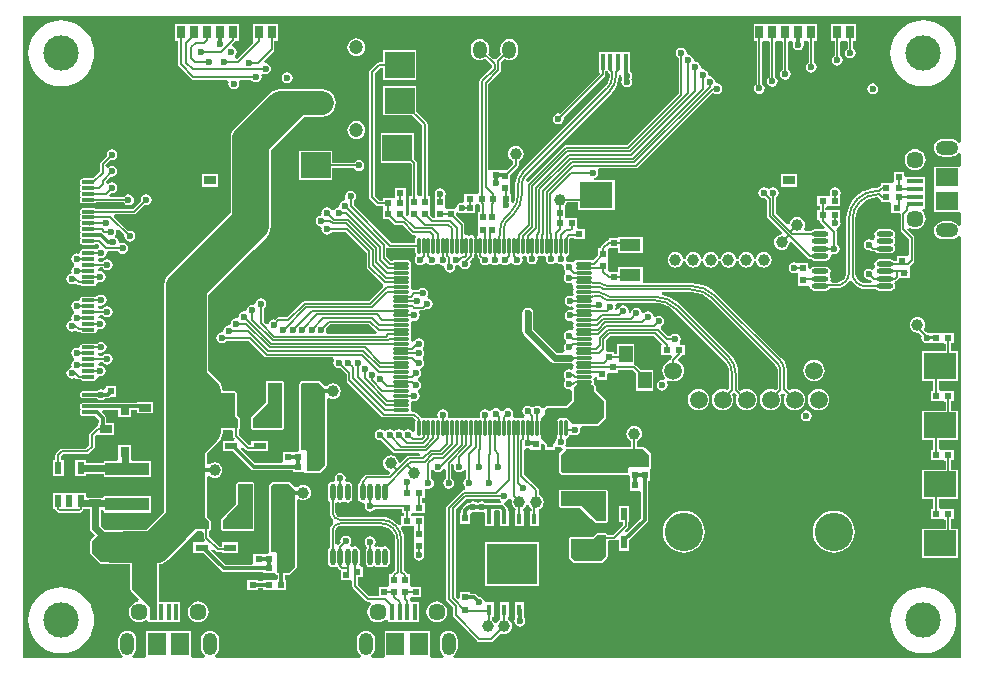
<source format=gtl>
G04 Layer_Physical_Order=1*
G04 Layer_Color=255*
%FSLAX44Y44*%
%MOMM*%
G71*
G01*
G75*
%ADD10C,0.1520*%
%ADD11R,1.1000X3.7000*%
%ADD12C,1.0000*%
%ADD13R,1.4500X1.2000*%
%ADD14R,0.6000X1.1000*%
%ADD15R,0.5500X0.6000*%
%ADD16R,0.7000X1.1000*%
%ADD17R,0.8600X2.8000*%
%ADD18R,1.1400X1.8300*%
%ADD19R,1.0500X0.7800*%
%ADD20R,0.9000X0.9300*%
%ADD21R,0.7000X3.3300*%
%ADD22R,0.6000X0.5500*%
G04:AMPARAMS|DCode=23|XSize=0.3mm|YSize=1.1mm|CornerRadius=0.075mm|HoleSize=0mm|Usage=FLASHONLY|Rotation=270.000|XOffset=0mm|YOffset=0mm|HoleType=Round|Shape=RoundedRectangle|*
%AMROUNDEDRECTD23*
21,1,0.3000,0.9500,0,0,270.0*
21,1,0.1500,1.1000,0,0,270.0*
1,1,0.1500,-0.4750,-0.0750*
1,1,0.1500,-0.4750,0.0750*
1,1,0.1500,0.4750,0.0750*
1,1,0.1500,0.4750,-0.0750*
%
%ADD23ROUNDEDRECTD23*%
G04:AMPARAMS|DCode=24|XSize=2.3mm|YSize=3.1mm|CornerRadius=0.23mm|HoleSize=0mm|Usage=FLASHONLY|Rotation=270.000|XOffset=0mm|YOffset=0mm|HoleType=Round|Shape=RoundedRectangle|*
%AMROUNDEDRECTD24*
21,1,2.3000,2.6400,0,0,270.0*
21,1,1.8400,3.1000,0,0,270.0*
1,1,0.4600,-1.3200,-0.9200*
1,1,0.4600,-1.3200,0.9200*
1,1,0.4600,1.3200,0.9200*
1,1,0.4600,1.3200,-0.9200*
%
%ADD24ROUNDEDRECTD24*%
%ADD25R,0.8000X0.9500*%
%ADD26R,3.7000X1.1000*%
%ADD27R,0.6000X1.0500*%
%ADD28R,1.0000X0.6500*%
%ADD29O,1.4500X0.4500*%
%ADD30O,0.4500X1.4500*%
%ADD31R,0.4000X0.9500*%
%ADD32R,4.2800X3.3800*%
%ADD33R,1.8000X1.0000*%
%ADD34R,1.1500X1.4000*%
%ADD35R,3.5000X3.5000*%
%ADD36O,0.3000X1.4500*%
%ADD37O,1.4500X0.3000*%
%ADD38R,0.6500X1.0000*%
%ADD39R,2.4500X1.4000*%
%ADD40R,0.4000X1.3500*%
%ADD41R,1.5000X1.9000*%
%ADD42R,2.5000X2.2000*%
%ADD43R,2.8000X2.2000*%
%ADD44R,1.3500X0.4000*%
%ADD45R,1.9000X1.5000*%
%ADD46R,1.1000X0.6000*%
%ADD47R,1.2000X1.4500*%
%ADD48C,2.0000*%
%ADD49C,0.3000*%
%ADD50C,0.2000*%
%ADD51C,0.6000*%
%ADD52C,1.5000*%
%ADD53O,1.2000X1.9000*%
%ADD54C,1.4500*%
%ADD55C,3.2500*%
%ADD56C,2.0000*%
%ADD57C,1.2000*%
%ADD58O,1.2000X1.5000*%
%ADD59O,1.9000X1.2000*%
%ADD60C,3.0000*%
%ADD61C,0.6000*%
G36*
X3596941Y3090312D02*
X3595165Y3088957D01*
X3594941Y3088958D01*
X3593863Y3090363D01*
X3592292Y3091569D01*
X3590463Y3092326D01*
X3588500Y3092585D01*
X3581500D01*
X3579537Y3092326D01*
X3577708Y3091569D01*
X3576136Y3090363D01*
X3574931Y3088792D01*
X3574174Y3086963D01*
X3573915Y3085000D01*
X3574174Y3083037D01*
X3574931Y3081208D01*
X3576136Y3079637D01*
X3577708Y3078431D01*
X3579537Y3077674D01*
X3581500Y3077415D01*
X3588500D01*
X3590463Y3077674D01*
X3592292Y3078431D01*
X3593863Y3079637D01*
X3594941Y3081042D01*
X3595165Y3081043D01*
X3596941Y3079688D01*
Y3070638D01*
X3596020Y3069020D01*
X3594941Y3069020D01*
X3573980D01*
Y3051020D01*
X3573980Y3050980D01*
Y3049020D01*
X3573980Y3048980D01*
Y3030980D01*
X3594941D01*
X3596020Y3030980D01*
X3596941Y3029362D01*
Y3020312D01*
X3595165Y3018957D01*
X3594941Y3018958D01*
X3593863Y3020363D01*
X3592292Y3021569D01*
X3590463Y3022326D01*
X3588500Y3022585D01*
X3581500D01*
X3579537Y3022326D01*
X3577708Y3021569D01*
X3576136Y3020363D01*
X3574931Y3018792D01*
X3574174Y3016963D01*
X3573915Y3015000D01*
X3574174Y3013037D01*
X3574931Y3011208D01*
X3576136Y3009637D01*
X3577708Y3008431D01*
X3579537Y3007674D01*
X3581500Y3007415D01*
X3588500D01*
X3590463Y3007674D01*
X3592292Y3008431D01*
X3593863Y3009637D01*
X3594941Y3011042D01*
X3595165Y3011043D01*
X3596941Y3009688D01*
Y2653058D01*
X3168312D01*
X3166956Y2654835D01*
X3166958Y2655059D01*
X3168363Y2656137D01*
X3169569Y2657708D01*
X3170327Y2659537D01*
X3170585Y2661500D01*
Y2668500D01*
X3170327Y2670463D01*
X3169569Y2672292D01*
X3168363Y2673863D01*
X3166792Y2675069D01*
X3164963Y2675826D01*
X3163000Y2676085D01*
X3161037Y2675826D01*
X3159207Y2675069D01*
X3157637Y2673863D01*
X3156431Y2672292D01*
X3155674Y2670463D01*
X3155415Y2668500D01*
Y2661500D01*
X3155674Y2659537D01*
X3156431Y2657708D01*
X3157637Y2656137D01*
X3159042Y2655059D01*
X3159043Y2654835D01*
X3157688Y2653058D01*
X3148638D01*
X3147020Y2653980D01*
X3147020Y2655059D01*
Y2676020D01*
X3129020D01*
X3128980Y2676020D01*
X3127020D01*
X3126980Y2676020D01*
X3108980D01*
Y2655059D01*
X3108980Y2653980D01*
X3107361Y2653058D01*
X3098312D01*
X3096956Y2654835D01*
X3096958Y2655059D01*
X3098363Y2656137D01*
X3099569Y2657708D01*
X3100327Y2659537D01*
X3100585Y2661500D01*
Y2668500D01*
X3100327Y2670463D01*
X3099569Y2672292D01*
X3098363Y2673863D01*
X3096792Y2675069D01*
X3094963Y2675826D01*
X3093000Y2676085D01*
X3091037Y2675826D01*
X3089207Y2675069D01*
X3087637Y2673863D01*
X3086431Y2672292D01*
X3085674Y2670463D01*
X3085415Y2668500D01*
Y2661500D01*
X3085674Y2659537D01*
X3086431Y2657708D01*
X3087637Y2656137D01*
X3089041Y2655059D01*
X3089043Y2654835D01*
X3087688Y2653058D01*
X2966312D01*
X2964957Y2654835D01*
X2964958Y2655059D01*
X2966363Y2656137D01*
X2967569Y2657708D01*
X2968326Y2659537D01*
X2968585Y2661500D01*
Y2668500D01*
X2968326Y2670463D01*
X2967569Y2672292D01*
X2966363Y2673863D01*
X2964792Y2675069D01*
X2962963Y2675826D01*
X2961000Y2676085D01*
X2959037Y2675826D01*
X2957208Y2675069D01*
X2955637Y2673863D01*
X2954431Y2672292D01*
X2953673Y2670463D01*
X2953415Y2668500D01*
Y2661500D01*
X2953673Y2659537D01*
X2954431Y2657708D01*
X2955637Y2656137D01*
X2957042Y2655059D01*
X2957043Y2654835D01*
X2955688Y2653058D01*
X2946638D01*
X2945020Y2653980D01*
X2945020Y2655059D01*
Y2676020D01*
X2927020D01*
X2926980Y2676020D01*
X2925020D01*
X2924980Y2676020D01*
X2906980D01*
Y2655059D01*
X2906980Y2653980D01*
X2905362Y2653058D01*
X2896312D01*
X2894957Y2654835D01*
X2894958Y2655059D01*
X2896363Y2656137D01*
X2897569Y2657708D01*
X2898326Y2659537D01*
X2898585Y2661500D01*
Y2668500D01*
X2898326Y2670463D01*
X2897569Y2672292D01*
X2896363Y2673863D01*
X2894792Y2675069D01*
X2892963Y2675826D01*
X2891000Y2676085D01*
X2889037Y2675826D01*
X2887208Y2675069D01*
X2885637Y2673863D01*
X2884431Y2672292D01*
X2883673Y2670463D01*
X2883415Y2668500D01*
Y2661500D01*
X2883673Y2659537D01*
X2884431Y2657708D01*
X2885637Y2656137D01*
X2887042Y2655059D01*
X2887043Y2654835D01*
X2885688Y2653058D01*
X2803058D01*
Y3196941D01*
X3596941D01*
Y3090312D01*
D02*
G37*
%LPC*%
G36*
X3466000Y2862609D02*
X3464236Y2862258D01*
X3462741Y2861259D01*
X3461742Y2859763D01*
X3461391Y2858000D01*
X3461742Y2856236D01*
X3462741Y2854741D01*
X3464236Y2853742D01*
X3466000Y2853391D01*
X3467764Y2853742D01*
X3469259Y2854741D01*
X3470258Y2856236D01*
X3470609Y2858000D01*
X3470258Y2859763D01*
X3469259Y2861259D01*
X3467764Y2862258D01*
X3466000Y2862609D01*
D02*
G37*
G36*
X3374750Y2880898D02*
X3372395Y2880588D01*
X3370201Y2879679D01*
X3368317Y2878233D01*
X3366871Y2876349D01*
X3365962Y2874155D01*
X3365652Y2871800D01*
X3365962Y2869445D01*
X3366871Y2867251D01*
X3368317Y2865367D01*
X3370201Y2863921D01*
X3372395Y2863012D01*
X3374750Y2862702D01*
X3377105Y2863012D01*
X3379299Y2863921D01*
X3381183Y2865367D01*
X3382629Y2867251D01*
X3383538Y2869445D01*
X3383848Y2871800D01*
X3383538Y2874155D01*
X3382629Y2876349D01*
X3381183Y2878233D01*
X3379299Y2879679D01*
X3377105Y2880588D01*
X3374750Y2880898D01*
D02*
G37*
G36*
X2894520Y2833270D02*
X2883480D01*
Y2820730D01*
X2881774Y2820020D01*
X2870980D01*
Y2818358D01*
X2856020D01*
Y2820520D01*
X2846980D01*
Y2814195D01*
X2846891Y2813750D01*
X2846980Y2813305D01*
Y2806980D01*
X2856020D01*
Y2809142D01*
X2870980D01*
Y2805980D01*
X2911020D01*
Y2820020D01*
X2896226D01*
X2894520Y2820730D01*
Y2833270D01*
D02*
G37*
G36*
X3022000Y2887645D02*
X3010000D01*
X3008837Y2887163D01*
X3008355Y2886000D01*
Y2869681D01*
X2998837Y2860163D01*
X2998837Y2860163D01*
X2995836Y2857163D01*
X2995355Y2856000D01*
Y2848000D01*
X2995836Y2846837D01*
X2997000Y2846355D01*
X3022000D01*
X3023163Y2846837D01*
X3023645Y2848000D01*
Y2886000D01*
X3023163Y2887163D01*
X3022000Y2887645D01*
D02*
G37*
G36*
X3476250Y2880898D02*
X3473895Y2880588D01*
X3471701Y2879679D01*
X3469817Y2878233D01*
X3468371Y2876349D01*
X3467462Y2874155D01*
X3467152Y2871800D01*
X3467462Y2869445D01*
X3468371Y2867251D01*
X3469817Y2865367D01*
X3471701Y2863921D01*
X3473895Y2863012D01*
X3476250Y2862702D01*
X3478605Y2863012D01*
X3480799Y2863921D01*
X3482683Y2865367D01*
X3484129Y2867251D01*
X3485038Y2869445D01*
X3485348Y2871800D01*
X3485038Y2874155D01*
X3484129Y2876349D01*
X3482683Y2878233D01*
X3480799Y2879679D01*
X3478605Y2880588D01*
X3476250Y2880898D01*
D02*
G37*
G36*
X2869000Y2920609D02*
X2867236Y2920258D01*
X2865741Y2919259D01*
X2863636Y2918888D01*
X2862750Y2919064D01*
X2853250D01*
X2852364Y2918888D01*
X2851613Y2918387D01*
X2851112Y2917636D01*
X2850935Y2916750D01*
X2850852Y2916644D01*
X2848936Y2915422D01*
X2848000Y2915609D01*
X2846236Y2915258D01*
X2844741Y2914259D01*
X2843742Y2912764D01*
X2843391Y2911000D01*
X2843742Y2909236D01*
X2844741Y2907741D01*
X2845684Y2907111D01*
X2845776Y2906804D01*
Y2905196D01*
X2845684Y2904889D01*
X2844741Y2904259D01*
X2843742Y2902764D01*
X2843391Y2901000D01*
X2843742Y2899236D01*
X2842237Y2898257D01*
X2840742Y2897258D01*
X2839743Y2895763D01*
X2839392Y2894000D01*
X2839743Y2892236D01*
X2840742Y2890741D01*
X2842237Y2889742D01*
X2844001Y2889391D01*
X2845764Y2889742D01*
X2846123Y2889982D01*
X2848076Y2889636D01*
X2848830Y2889132D01*
X2849720Y2888955D01*
X2851385D01*
X2851613Y2888613D01*
X2852364Y2888112D01*
X2853250Y2887935D01*
X2862750D01*
X2863636Y2888112D01*
X2864387Y2888613D01*
X2864888Y2889364D01*
X2865064Y2890250D01*
X2865148Y2890356D01*
X2867065Y2891577D01*
X2868000Y2891391D01*
X2869763Y2891742D01*
X2871259Y2892741D01*
X2872258Y2894236D01*
X2872609Y2896000D01*
X2872258Y2897764D01*
X2871259Y2899259D01*
X2869763Y2900258D01*
X2868000Y2900609D01*
X2867065Y2900422D01*
X2866727Y2900638D01*
X2866512Y2901697D01*
X2868152Y2903675D01*
X2870117D01*
X2870741Y2902741D01*
X2872236Y2901742D01*
X2874000Y2901391D01*
X2875764Y2901742D01*
X2877259Y2902741D01*
X2878258Y2904236D01*
X2878608Y2906000D01*
X2878258Y2907764D01*
X2877259Y2909259D01*
X2875764Y2910258D01*
X2874000Y2910609D01*
X2872236Y2910258D01*
X2870741Y2909259D01*
X2870117Y2908325D01*
X2867668D01*
X2866162Y2910128D01*
X2867236Y2911742D01*
X2869000Y2911391D01*
X2870764Y2911742D01*
X2872259Y2912741D01*
X2873258Y2914236D01*
X2873609Y2916000D01*
X2873258Y2917764D01*
X2872259Y2919259D01*
X2870764Y2920258D01*
X2869000Y2920609D01*
D02*
G37*
G36*
Y2960609D02*
X2867236Y2960258D01*
X2865741Y2959259D01*
X2863636Y2958888D01*
X2862750Y2959064D01*
X2853250D01*
X2852364Y2958888D01*
X2851613Y2958387D01*
X2851112Y2957636D01*
X2850935Y2956750D01*
X2850852Y2956644D01*
X2848936Y2955422D01*
X2848000Y2955609D01*
X2846236Y2955258D01*
X2844741Y2954259D01*
X2843742Y2952764D01*
X2843391Y2951000D01*
X2843742Y2949236D01*
X2844741Y2947741D01*
X2845684Y2947111D01*
X2845776Y2946804D01*
Y2945196D01*
X2845684Y2944889D01*
X2844741Y2944259D01*
X2843742Y2942764D01*
X2843391Y2941000D01*
X2843742Y2939236D01*
X2842237Y2938257D01*
X2840742Y2937258D01*
X2839743Y2935763D01*
X2839392Y2934000D01*
X2839743Y2932236D01*
X2840742Y2930741D01*
X2842237Y2929742D01*
X2844001Y2929391D01*
X2845764Y2929742D01*
X2846123Y2929982D01*
X2848076Y2929636D01*
X2848830Y2929132D01*
X2849720Y2928955D01*
X2851385D01*
X2851613Y2928613D01*
X2852364Y2928112D01*
X2853250Y2927935D01*
X2862750D01*
X2863636Y2928112D01*
X2864387Y2928613D01*
X2864888Y2929364D01*
X2865064Y2930250D01*
X2865148Y2930356D01*
X2867065Y2931577D01*
X2868000Y2931391D01*
X2869763Y2931742D01*
X2871259Y2932741D01*
X2872258Y2934236D01*
X2872609Y2936000D01*
X2872258Y2937764D01*
X2871259Y2939259D01*
X2869763Y2940258D01*
X2868000Y2940609D01*
X2867065Y2940422D01*
X2866727Y2940638D01*
X2866512Y2941697D01*
X2868152Y2943675D01*
X2870117D01*
X2870741Y2942741D01*
X2872236Y2941742D01*
X2874000Y2941391D01*
X2875764Y2941742D01*
X2877259Y2942741D01*
X2878258Y2944236D01*
X2878608Y2946000D01*
X2878258Y2947764D01*
X2877259Y2949259D01*
X2875764Y2950258D01*
X2874000Y2950609D01*
X2872236Y2950258D01*
X2870741Y2949259D01*
X2870117Y2948325D01*
X2867668D01*
X2866162Y2950128D01*
X2867236Y2951742D01*
X2869000Y2951391D01*
X2870764Y2951742D01*
X2872259Y2952741D01*
X2873258Y2954236D01*
X2873609Y2956000D01*
X2873258Y2957764D01*
X2872259Y2959259D01*
X2870764Y2960258D01*
X2869000Y2960609D01*
D02*
G37*
G36*
X3472400Y2905398D02*
X3470045Y2905088D01*
X3467851Y2904179D01*
X3465967Y2902733D01*
X3464521Y2900849D01*
X3463612Y2898655D01*
X3463302Y2896300D01*
X3463612Y2893945D01*
X3464521Y2891751D01*
X3465967Y2889867D01*
X3467851Y2888421D01*
X3470045Y2887512D01*
X3472400Y2887202D01*
X3474755Y2887512D01*
X3476949Y2888421D01*
X3478833Y2889867D01*
X3480279Y2891751D01*
X3481188Y2893945D01*
X3481498Y2896300D01*
X3481188Y2898655D01*
X3480279Y2900849D01*
X3478833Y2902733D01*
X3476949Y2904179D01*
X3474755Y2905088D01*
X3472400Y2905398D01*
D02*
G37*
G36*
X2912520Y2869770D02*
X2899480D01*
Y2869079D01*
X2894520D01*
Y2869270D01*
X2883480D01*
Y2869079D01*
X2858000D01*
X2857926Y2869064D01*
X2853250D01*
X2852364Y2868888D01*
X2851613Y2868387D01*
X2851112Y2867636D01*
X2850935Y2866750D01*
Y2865250D01*
X2851112Y2864364D01*
X2851555Y2863500D01*
X2851112Y2862636D01*
X2850935Y2861750D01*
Y2860250D01*
X2851112Y2859364D01*
X2851613Y2858613D01*
X2852364Y2858112D01*
X2853250Y2857935D01*
X2857926D01*
X2858000Y2857921D01*
X2863725D01*
X2866921Y2854725D01*
Y2851770D01*
X2866480D01*
Y2851226D01*
X2866000Y2849325D01*
X2865110Y2849148D01*
X2864356Y2848644D01*
X2864356Y2848644D01*
X2859356Y2843644D01*
X2858852Y2842890D01*
X2858675Y2842000D01*
X2858675Y2842000D01*
Y2832963D01*
X2856037Y2830325D01*
X2836000D01*
X2836000Y2830325D01*
X2835110Y2830148D01*
X2834356Y2829644D01*
X2834356Y2829644D01*
X2830856Y2826144D01*
X2830352Y2825390D01*
X2830175Y2824500D01*
X2830175Y2824500D01*
Y2820520D01*
X2827980D01*
Y2806980D01*
X2837020D01*
Y2820520D01*
X2834825D01*
Y2823537D01*
X2836963Y2825675D01*
X2857000D01*
X2857000Y2825675D01*
X2857890Y2825852D01*
X2858644Y2826356D01*
X2862644Y2830356D01*
X2862644Y2830356D01*
X2863148Y2831110D01*
X2863325Y2832000D01*
Y2841037D01*
X2865092Y2842805D01*
X2866480Y2842230D01*
Y2842230D01*
X2879520D01*
Y2851770D01*
X2873079D01*
Y2856000D01*
X2872845Y2857178D01*
X2872177Y2858177D01*
X2869282Y2861073D01*
X2870047Y2862921D01*
X2883480D01*
Y2856730D01*
X2894520D01*
Y2862921D01*
X2899480D01*
Y2860230D01*
X2912520D01*
Y2869770D01*
D02*
G37*
G36*
X2881270Y2883270D02*
X2872730D01*
Y2881349D01*
X2870764Y2880258D01*
X2869000Y2880609D01*
X2867236Y2880258D01*
X2865741Y2879259D01*
X2865621Y2879079D01*
X2858000D01*
X2857926Y2879064D01*
X2853250D01*
X2852364Y2878888D01*
X2851613Y2878387D01*
X2851112Y2877636D01*
X2850935Y2876750D01*
Y2875250D01*
X2851112Y2874364D01*
X2851613Y2873613D01*
X2852364Y2873112D01*
X2853250Y2872935D01*
X2857926D01*
X2858000Y2872921D01*
X2865621D01*
X2865741Y2872741D01*
X2867236Y2871742D01*
X2869000Y2871391D01*
X2870764Y2871742D01*
X2872259Y2872741D01*
X2872392Y2872941D01*
X2874270D01*
X2875448Y2873175D01*
X2876447Y2873843D01*
X2876835Y2874230D01*
X2881270D01*
Y2883270D01*
D02*
G37*
G36*
X2951000Y2700846D02*
X2948711Y2700544D01*
X2946577Y2699661D01*
X2944745Y2698255D01*
X2943340Y2696423D01*
X2942456Y2694290D01*
X2942154Y2692000D01*
X2942456Y2689711D01*
X2943340Y2687577D01*
X2944745Y2685745D01*
X2946577Y2684339D01*
X2948711Y2683456D01*
X2951000Y2683154D01*
X2953289Y2683456D01*
X2955423Y2684339D01*
X2957255Y2685745D01*
X2958661Y2687577D01*
X2959544Y2689711D01*
X2959846Y2692000D01*
X2959544Y2694290D01*
X2958661Y2696423D01*
X2957255Y2698255D01*
X2955423Y2699661D01*
X2953289Y2700544D01*
X2951000Y2700846D01*
D02*
G37*
G36*
X3153000D02*
X3150710Y2700544D01*
X3148577Y2699661D01*
X3146745Y2698255D01*
X3145339Y2696423D01*
X3144456Y2694290D01*
X3144154Y2692000D01*
X3144456Y2689711D01*
X3145339Y2687577D01*
X3146745Y2685745D01*
X3148577Y2684339D01*
X3150710Y2683456D01*
X3153000Y2683154D01*
X3155289Y2683456D01*
X3157423Y2684339D01*
X3159255Y2685745D01*
X3160661Y2687577D01*
X3161544Y2689711D01*
X3161846Y2692000D01*
X3161544Y2694290D01*
X3160661Y2696423D01*
X3159255Y2698255D01*
X3157423Y2699661D01*
X3155289Y2700544D01*
X3153000Y2700846D01*
D02*
G37*
G36*
X3226520Y2700270D02*
X3219480D01*
Y2687730D01*
X3219480Y2687730D01*
X3219480D01*
X3219480Y2687730D01*
X3219120Y2685879D01*
X3219042Y2685764D01*
X3218691Y2684000D01*
X3219042Y2682236D01*
X3220041Y2680741D01*
X3221536Y2679742D01*
X3223300Y2679391D01*
X3225063Y2679742D01*
X3226559Y2680741D01*
X3227558Y2682236D01*
X3227909Y2684000D01*
X3227558Y2685764D01*
X3227350Y2686074D01*
X3226520Y2687730D01*
Y2700270D01*
D02*
G37*
G36*
X2835000Y2712876D02*
X2830639Y2712533D01*
X2826386Y2711512D01*
X2822344Y2709838D01*
X2818615Y2707552D01*
X2815289Y2704711D01*
X2812448Y2701385D01*
X2810162Y2697655D01*
X2808488Y2693614D01*
X2807467Y2689361D01*
X2807124Y2685000D01*
X2807467Y2680639D01*
X2808488Y2676386D01*
X2810162Y2672345D01*
X2812448Y2668615D01*
X2815289Y2665289D01*
X2818615Y2662448D01*
X2822344Y2660162D01*
X2826386Y2658488D01*
X2830639Y2657467D01*
X2835000Y2657124D01*
X2839361Y2657467D01*
X2843614Y2658488D01*
X2847655Y2660162D01*
X2851385Y2662448D01*
X2854711Y2665289D01*
X2857552Y2668615D01*
X2859838Y2672345D01*
X2861512Y2676386D01*
X2862533Y2680639D01*
X2862876Y2685000D01*
X2862533Y2689361D01*
X2861512Y2693614D01*
X2859838Y2697655D01*
X2857552Y2701385D01*
X2854711Y2704711D01*
X2851385Y2707552D01*
X2847655Y2709838D01*
X2843614Y2711512D01*
X2839361Y2712533D01*
X2835000Y2712876D01*
D02*
G37*
G36*
X3565000D02*
X3560639Y2712533D01*
X3556386Y2711512D01*
X3552345Y2709838D01*
X3548615Y2707552D01*
X3545289Y2704711D01*
X3542448Y2701385D01*
X3540162Y2697655D01*
X3538488Y2693614D01*
X3537467Y2689361D01*
X3537124Y2685000D01*
X3537467Y2680639D01*
X3538488Y2676386D01*
X3540162Y2672345D01*
X3542448Y2668615D01*
X3545289Y2665289D01*
X3548615Y2662448D01*
X3552345Y2660162D01*
X3556386Y2658488D01*
X3560639Y2657467D01*
X3565000Y2657124D01*
X3569361Y2657467D01*
X3573614Y2658488D01*
X3577655Y2660162D01*
X3581385Y2662448D01*
X3584711Y2665289D01*
X3587552Y2668615D01*
X3589838Y2672345D01*
X3591512Y2676386D01*
X3592533Y2680639D01*
X3592876Y2685000D01*
X3592533Y2689361D01*
X3591512Y2693614D01*
X3589838Y2697655D01*
X3587552Y2701385D01*
X3584711Y2704711D01*
X3581385Y2707552D01*
X3577655Y2709838D01*
X3573614Y2711512D01*
X3569361Y2712533D01*
X3565000Y2712876D01*
D02*
G37*
G36*
X3239570Y2750870D02*
X3193730D01*
Y2714030D01*
X3239570D01*
Y2750870D01*
D02*
G37*
G36*
X2997000Y2801645D02*
X2985000D01*
X2983837Y2801163D01*
X2983355Y2800000D01*
Y2783681D01*
X2973837Y2774164D01*
X2973837Y2774163D01*
X2970836Y2771163D01*
X2970355Y2770000D01*
Y2762000D01*
X2970836Y2760836D01*
X2972000Y2760355D01*
X2997000D01*
X2998163Y2760836D01*
X2998645Y2762000D01*
Y2800000D01*
X2998163Y2801163D01*
X2997000Y2801645D01*
D02*
G37*
G36*
X3296000Y2795645D02*
X3258000D01*
X3256837Y2795163D01*
X3256355Y2794000D01*
Y2782000D01*
X3256837Y2780836D01*
X3258000Y2780355D01*
X3274319D01*
X3283837Y2770836D01*
X3283837Y2770836D01*
X3286837Y2767837D01*
X3288000Y2767355D01*
X3296000D01*
X3297163Y2767837D01*
X3297645Y2769000D01*
Y2794000D01*
X3297163Y2795163D01*
X3296000Y2795645D01*
D02*
G37*
G36*
X3489000Y2777856D02*
X3485516Y2777513D01*
X3482167Y2776497D01*
X3479080Y2774847D01*
X3476374Y2772626D01*
X3474153Y2769920D01*
X3472503Y2766833D01*
X3471487Y2763484D01*
X3471144Y2760000D01*
X3471487Y2756516D01*
X3472503Y2753167D01*
X3474153Y2750080D01*
X3476374Y2747374D01*
X3479080Y2745153D01*
X3482167Y2743503D01*
X3485516Y2742487D01*
X3489000Y2742144D01*
X3492484Y2742487D01*
X3495833Y2743503D01*
X3498920Y2745153D01*
X3501626Y2747374D01*
X3503847Y2750080D01*
X3505497Y2753167D01*
X3506513Y2756516D01*
X3506856Y2760000D01*
X3506513Y2763484D01*
X3505497Y2766833D01*
X3503847Y2769920D01*
X3501626Y2772626D01*
X3498920Y2774847D01*
X3495833Y2776497D01*
X3492484Y2777513D01*
X3489000Y2777856D01*
D02*
G37*
G36*
X3560000Y2941576D02*
X3558298Y2941352D01*
X3556712Y2940695D01*
X3555350Y2939650D01*
X3554305Y2938288D01*
X3553648Y2936702D01*
X3553424Y2935000D01*
X3553648Y2933298D01*
X3554305Y2931712D01*
X3555350Y2930350D01*
X3556712Y2929305D01*
X3558298Y2928648D01*
X3560000Y2928424D01*
X3561139Y2928574D01*
X3563825Y2925887D01*
X3563742Y2925764D01*
X3563391Y2924000D01*
X3563742Y2922236D01*
X3564741Y2920741D01*
X3566236Y2919742D01*
X3568000Y2919391D01*
X3569266Y2919643D01*
X3571230Y2919730D01*
X3571230Y2919730D01*
X3571230Y2919730D01*
X3579730D01*
X3580270Y2919730D01*
X3581925D01*
X3583925Y2918898D01*
Y2912520D01*
X3563480D01*
Y2887480D01*
X3573425D01*
Y2879270D01*
X3571230D01*
Y2870730D01*
X3579730D01*
X3580270Y2870730D01*
X3581925D01*
X3583925Y2869898D01*
Y2862520D01*
X3563480D01*
Y2837480D01*
X3573425D01*
Y2829270D01*
X3571230D01*
Y2820730D01*
X3579730D01*
X3580270Y2820730D01*
X3581925D01*
X3583925Y2819898D01*
Y2812520D01*
X3563480D01*
Y2787480D01*
X3573425D01*
Y2779270D01*
X3571230D01*
Y2770730D01*
X3579730D01*
X3580270Y2770730D01*
X3581925D01*
X3583925Y2769898D01*
Y2762520D01*
X3563480D01*
Y2737480D01*
X3594520D01*
Y2762520D01*
X3588575D01*
Y2770730D01*
X3590770D01*
Y2779270D01*
X3582270D01*
X3581730Y2779270D01*
X3580075D01*
X3578075Y2780102D01*
Y2787480D01*
X3594520D01*
Y2812520D01*
X3588575D01*
Y2820730D01*
X3590770D01*
Y2829270D01*
X3582270D01*
X3581730Y2829270D01*
X3580075D01*
X3578075Y2830102D01*
Y2837480D01*
X3594520D01*
Y2862520D01*
X3588575D01*
Y2870730D01*
X3590770D01*
Y2879270D01*
X3582270D01*
X3581730Y2879270D01*
X3580075D01*
X3578075Y2880102D01*
Y2887480D01*
X3594520D01*
Y2912520D01*
X3588575D01*
Y2919730D01*
X3590770D01*
Y2928270D01*
X3582270D01*
X3581730Y2928270D01*
X3580270D01*
X3579730Y2928270D01*
X3571230D01*
X3571230Y2928270D01*
X3569266Y2928357D01*
X3568000Y2928608D01*
X3567732Y2928555D01*
X3565209Y2931078D01*
X3565695Y2931712D01*
X3566352Y2933298D01*
X3566576Y2935000D01*
X3566352Y2936702D01*
X3565695Y2938288D01*
X3564650Y2939650D01*
X3563288Y2940695D01*
X3561702Y2941352D01*
X3560000Y2941576D01*
D02*
G37*
G36*
X3362000Y2777856D02*
X3358517Y2777513D01*
X3355167Y2776497D01*
X3352080Y2774847D01*
X3349374Y2772626D01*
X3347153Y2769920D01*
X3345503Y2766833D01*
X3344487Y2763484D01*
X3344144Y2760000D01*
X3344487Y2756516D01*
X3345503Y2753167D01*
X3347153Y2750080D01*
X3349374Y2747374D01*
X3352080Y2745153D01*
X3355167Y2743503D01*
X3358517Y2742487D01*
X3362000Y2742144D01*
X3365483Y2742487D01*
X3368833Y2743503D01*
X3371920Y2745153D01*
X3374626Y2747374D01*
X3376847Y2750080D01*
X3378497Y2753167D01*
X3379513Y2756516D01*
X3379856Y2760000D01*
X3379513Y2763484D01*
X3378497Y2766833D01*
X3376847Y2769920D01*
X3374626Y2772626D01*
X3371920Y2774847D01*
X3368833Y2776497D01*
X3365483Y2777513D01*
X3362000Y2777856D01*
D02*
G37*
G36*
X3430000Y2996576D02*
X3428298Y2996352D01*
X3426712Y2995695D01*
X3425350Y2994650D01*
X3424305Y2993288D01*
X3423648Y2991702D01*
X3423509Y2990645D01*
X3421491D01*
X3421352Y2991702D01*
X3420695Y2993288D01*
X3419650Y2994650D01*
X3418288Y2995695D01*
X3416702Y2996352D01*
X3415000Y2996576D01*
X3413298Y2996352D01*
X3411712Y2995695D01*
X3410350Y2994650D01*
X3409305Y2993288D01*
X3408648Y2991702D01*
X3408509Y2990645D01*
X3406491D01*
X3406352Y2991702D01*
X3405695Y2993288D01*
X3404650Y2994650D01*
X3403288Y2995695D01*
X3401702Y2996352D01*
X3400000Y2996576D01*
X3398298Y2996352D01*
X3396712Y2995695D01*
X3395350Y2994650D01*
X3394305Y2993288D01*
X3393648Y2991702D01*
X3393509Y2990645D01*
X3391491D01*
X3391352Y2991702D01*
X3390695Y2993288D01*
X3389650Y2994650D01*
X3388288Y2995695D01*
X3386702Y2996352D01*
X3385000Y2996576D01*
X3383298Y2996352D01*
X3381712Y2995695D01*
X3380350Y2994650D01*
X3379305Y2993288D01*
X3378648Y2991702D01*
X3378509Y2990645D01*
X3376491D01*
X3376352Y2991702D01*
X3375695Y2993288D01*
X3374650Y2994650D01*
X3373288Y2995695D01*
X3371702Y2996352D01*
X3370000Y2996576D01*
X3368298Y2996352D01*
X3366712Y2995695D01*
X3365350Y2994650D01*
X3364305Y2993288D01*
X3363648Y2991702D01*
X3363509Y2990645D01*
X3361491D01*
X3361352Y2991702D01*
X3360695Y2993288D01*
X3359650Y2994650D01*
X3358288Y2995695D01*
X3356702Y2996352D01*
X3355000Y2996576D01*
X3353298Y2996352D01*
X3351712Y2995695D01*
X3350350Y2994650D01*
X3349305Y2993288D01*
X3348648Y2991702D01*
X3348424Y2990000D01*
X3348648Y2988298D01*
X3349305Y2986712D01*
X3350350Y2985350D01*
X3351712Y2984305D01*
X3353298Y2983648D01*
X3355000Y2983424D01*
X3356702Y2983648D01*
X3358288Y2984305D01*
X3359650Y2985350D01*
X3360695Y2986712D01*
X3361352Y2988298D01*
X3361491Y2989355D01*
X3363509D01*
X3363648Y2988298D01*
X3364305Y2986712D01*
X3365350Y2985350D01*
X3366712Y2984305D01*
X3368298Y2983648D01*
X3370000Y2983424D01*
X3371702Y2983648D01*
X3373288Y2984305D01*
X3374650Y2985350D01*
X3375695Y2986712D01*
X3376352Y2988298D01*
X3376491Y2989355D01*
X3378509D01*
X3378648Y2988298D01*
X3379305Y2986712D01*
X3380350Y2985350D01*
X3381712Y2984305D01*
X3383298Y2983648D01*
X3385000Y2983424D01*
X3386702Y2983648D01*
X3388288Y2984305D01*
X3389650Y2985350D01*
X3390695Y2986712D01*
X3391352Y2988298D01*
X3391491Y2989355D01*
X3393509D01*
X3393648Y2988298D01*
X3394305Y2986712D01*
X3395350Y2985350D01*
X3396712Y2984305D01*
X3398298Y2983648D01*
X3400000Y2983424D01*
X3401702Y2983648D01*
X3403288Y2984305D01*
X3404650Y2985350D01*
X3405695Y2986712D01*
X3406352Y2988298D01*
X3406491Y2989355D01*
X3408509D01*
X3408648Y2988298D01*
X3409305Y2986712D01*
X3410350Y2985350D01*
X3411712Y2984305D01*
X3413298Y2983648D01*
X3415000Y2983424D01*
X3416702Y2983648D01*
X3418288Y2984305D01*
X3419650Y2985350D01*
X3420695Y2986712D01*
X3421352Y2988298D01*
X3421491Y2989355D01*
X3423509D01*
X3423648Y2988298D01*
X3424305Y2986712D01*
X3425350Y2985350D01*
X3426712Y2984305D01*
X3428298Y2983648D01*
X3430000Y2983424D01*
X3431702Y2983648D01*
X3433288Y2984305D01*
X3434650Y2985350D01*
X3435695Y2986712D01*
X3436352Y2988298D01*
X3436576Y2990000D01*
X3436352Y2991702D01*
X3435695Y2993288D01*
X3434650Y2994650D01*
X3433288Y2995695D01*
X3431702Y2996352D01*
X3430000Y2996576D01*
D02*
G37*
G36*
X3558000Y3083846D02*
X3555710Y3083544D01*
X3553577Y3082661D01*
X3551745Y3081255D01*
X3550339Y3079423D01*
X3549456Y3077289D01*
X3549154Y3075000D01*
X3549456Y3072711D01*
X3550339Y3070577D01*
X3551745Y3068745D01*
X3553577Y3067339D01*
X3555710Y3066456D01*
X3558000Y3066154D01*
X3560289Y3066456D01*
X3562423Y3067339D01*
X3564255Y3068745D01*
X3565661Y3070577D01*
X3566544Y3072711D01*
X3566846Y3075000D01*
X3566544Y3077289D01*
X3565661Y3079423D01*
X3564255Y3081255D01*
X3562423Y3082661D01*
X3560289Y3083544D01*
X3558000Y3083846D01*
D02*
G37*
G36*
X2878000Y3083608D02*
X2876236Y3083258D01*
X2874741Y3082259D01*
X2873742Y3080764D01*
X2873391Y3079000D01*
X2873611Y3077898D01*
X2868356Y3072644D01*
X2867852Y3071890D01*
X2867675Y3071000D01*
X2867675Y3071000D01*
Y3064963D01*
X2861777Y3059064D01*
X2853250D01*
X2852364Y3058888D01*
X2851613Y3058387D01*
X2851112Y3057636D01*
X2850935Y3056750D01*
Y3055250D01*
X2851112Y3054364D01*
X2851555Y3053500D01*
X2851112Y3052636D01*
X2850935Y3051750D01*
Y3050250D01*
X2851112Y3049364D01*
X2851555Y3048500D01*
X2851112Y3047636D01*
X2850935Y3046750D01*
Y3045250D01*
X2851112Y3044364D01*
X2851613Y3043613D01*
Y3043387D01*
X2851112Y3042636D01*
X2850935Y3041750D01*
Y3040250D01*
X2851112Y3039364D01*
X2851613Y3038613D01*
X2852364Y3038112D01*
X2853250Y3037935D01*
X2862750D01*
X2863636Y3038112D01*
X2864387Y3038613D01*
X2864428Y3038675D01*
X2888117D01*
X2888741Y3037741D01*
X2890237Y3036742D01*
X2892000Y3036391D01*
X2893764Y3036742D01*
X2895259Y3037741D01*
X2896258Y3039236D01*
X2896609Y3041000D01*
X2896258Y3042764D01*
X2895259Y3044259D01*
X2893764Y3045258D01*
X2892000Y3045609D01*
X2890237Y3045258D01*
X2888741Y3044259D01*
X2888117Y3043325D01*
X2876441D01*
X2875656Y3045218D01*
X2876950Y3046600D01*
X2878000Y3046391D01*
X2879763Y3046742D01*
X2881259Y3047741D01*
X2882258Y3049236D01*
X2882609Y3051000D01*
X2882258Y3052764D01*
X2881259Y3054259D01*
X2879763Y3055258D01*
X2878000Y3055609D01*
X2876236Y3055258D01*
X2874741Y3054259D01*
X2874729Y3054240D01*
X2874498Y3054226D01*
X2872415Y3056107D01*
X2872414Y3056126D01*
X2876898Y3060611D01*
X2878000Y3060392D01*
X2879763Y3060742D01*
X2881259Y3061741D01*
X2882258Y3063236D01*
X2882609Y3065000D01*
X2882258Y3066764D01*
X2881259Y3068259D01*
X2879763Y3069258D01*
X2878000Y3069608D01*
X2876236Y3069258D01*
X2874741Y3068259D01*
X2874428Y3067790D01*
X2872586Y3068369D01*
X2872393Y3070105D01*
X2876898Y3074611D01*
X2878000Y3074391D01*
X2879763Y3074742D01*
X2881259Y3075741D01*
X2882258Y3077236D01*
X2882609Y3079000D01*
X2882258Y3080764D01*
X2881259Y3082259D01*
X2879763Y3083258D01*
X2878000Y3083608D01*
D02*
G37*
G36*
X3026250Y3148859D02*
X3024486Y3148508D01*
X3022991Y3147509D01*
X3021992Y3146013D01*
X3021642Y3144250D01*
X3021992Y3142486D01*
X3022991Y3140991D01*
X3024486Y3139992D01*
X3026250Y3139641D01*
X3028014Y3139992D01*
X3029509Y3140991D01*
X3030508Y3142486D01*
X3030858Y3144250D01*
X3030508Y3146013D01*
X3029509Y3147509D01*
X3028014Y3148508D01*
X3026250Y3148859D01*
D02*
G37*
G36*
X3457720Y3062720D02*
X3444180D01*
Y3051880D01*
X3457720D01*
Y3062720D01*
D02*
G37*
G36*
X3064520Y3082520D02*
X3036480D01*
Y3057480D01*
X3064520D01*
Y3067675D01*
X3083117D01*
X3083741Y3066741D01*
X3085236Y3065742D01*
X3087000Y3065392D01*
X3088764Y3065742D01*
X3090259Y3066741D01*
X3091258Y3068236D01*
X3091609Y3070000D01*
X3091258Y3071764D01*
X3090259Y3073259D01*
X3088764Y3074258D01*
X3087000Y3074608D01*
X3085236Y3074258D01*
X3083741Y3073259D01*
X3083117Y3072325D01*
X3064520D01*
Y3082520D01*
D02*
G37*
G36*
X3522000Y3139608D02*
X3520236Y3139258D01*
X3518741Y3138259D01*
X3517742Y3136764D01*
X3517391Y3135000D01*
X3517742Y3133236D01*
X3518741Y3131741D01*
X3520236Y3130742D01*
X3522000Y3130392D01*
X3523764Y3130742D01*
X3525259Y3131741D01*
X3526258Y3133236D01*
X3526609Y3135000D01*
X3526258Y3136764D01*
X3525259Y3138259D01*
X3523764Y3139258D01*
X3522000Y3139608D01*
D02*
G37*
G36*
X3036000Y3134619D02*
X3036000Y3134619D01*
X3020000D01*
X3020000Y3134619D01*
X3016992Y3134224D01*
X3014190Y3133063D01*
X3011784Y3131216D01*
X2981784Y3101216D01*
X2979937Y3098810D01*
X2978777Y3096007D01*
X2978380Y3093000D01*
Y3029813D01*
X2925784Y2977216D01*
X2923937Y2974810D01*
X2922776Y2972007D01*
X2922380Y2969000D01*
Y2818000D01*
Y2776813D01*
X2907187Y2761619D01*
X2890062D01*
X2890000Y2761645D01*
X2871872Y2761645D01*
X2868608Y2764909D01*
Y2778631D01*
X2869529Y2778747D01*
X2870980Y2776967D01*
Y2775980D01*
X2911020D01*
Y2790020D01*
X2870980D01*
X2870520Y2788770D01*
X2857480D01*
X2856020Y2790074D01*
Y2793020D01*
X2846980D01*
Y2793020D01*
X2846520D01*
Y2793020D01*
X2837480D01*
Y2793020D01*
X2837020D01*
Y2793020D01*
X2827980D01*
Y2779480D01*
X2830179D01*
X2830352Y2778611D01*
X2830856Y2777856D01*
X2832356Y2776356D01*
X2832356Y2776356D01*
X2833110Y2775852D01*
X2834000Y2775675D01*
X2850000D01*
X2850000Y2775675D01*
X2850890Y2775852D01*
X2851644Y2776356D01*
X2853144Y2777856D01*
X2853144Y2777856D01*
X2853648Y2778610D01*
X2853803Y2779391D01*
X2857480D01*
Y2779230D01*
X2859391D01*
Y2763000D01*
X2859742Y2761236D01*
X2860741Y2759741D01*
X2863578Y2756905D01*
X2859836Y2753163D01*
X2859355Y2752000D01*
X2859355Y2742000D01*
X2859520Y2741601D01*
X2859837Y2740837D01*
X2867837Y2732837D01*
X2869000Y2732355D01*
X2890000Y2732355D01*
X2890062Y2732381D01*
X2893355D01*
X2893355Y2711000D01*
X2893837Y2709837D01*
X2900883Y2702790D01*
X2900115Y2700729D01*
X2898711Y2700544D01*
X2896577Y2699661D01*
X2894745Y2698255D01*
X2893340Y2696423D01*
X2892456Y2694290D01*
X2892154Y2692000D01*
X2892456Y2689711D01*
X2893340Y2687577D01*
X2894745Y2685745D01*
X2896577Y2684339D01*
X2898711Y2683456D01*
X2901000Y2683154D01*
X2903289Y2683456D01*
X2905423Y2684339D01*
X2906355Y2685055D01*
X2906859Y2685041D01*
X2908607Y2684391D01*
X2908837Y2683837D01*
X2910000Y2683355D01*
X2915980D01*
X2916886Y2683730D01*
X2936020D01*
Y2700270D01*
X2917645D01*
X2917645Y2732466D01*
X2920007Y2732776D01*
X2922810Y2733937D01*
X2925216Y2735784D01*
X2942216Y2752784D01*
X2942216Y2752784D01*
X2949787Y2760355D01*
X2954261Y2760355D01*
X2955675Y2758940D01*
Y2755000D01*
X2955675Y2755000D01*
X2955852Y2754110D01*
X2956356Y2753356D01*
X2956844Y2752868D01*
X2956079Y2751020D01*
X2946980D01*
Y2741980D01*
X2955665D01*
X2970823Y2726823D01*
X2971822Y2726155D01*
X2973000Y2725921D01*
X3006230D01*
Y2724730D01*
X3014467D01*
X3015117Y2724730D01*
X3016837Y2723837D01*
X3016891Y2723814D01*
X3018000Y2723355D01*
X3018171D01*
Y2720684D01*
X3016757Y2719270D01*
X3015270D01*
X3014730Y2719270D01*
X3006230D01*
Y2718079D01*
X3001770D01*
Y2719270D01*
X2992730D01*
Y2710730D01*
X3001770D01*
Y2711921D01*
X3006230D01*
Y2710730D01*
X3014730D01*
X3015270Y2710730D01*
X3016730D01*
X3017270Y2710730D01*
X3025770D01*
Y2719270D01*
X3024329D01*
Y2723355D01*
X3028000D01*
X3029163Y2723837D01*
X3034163Y2728837D01*
X3034645Y2730000D01*
X3034645Y2786370D01*
X3036645Y2787356D01*
X3036712Y2787305D01*
X3038298Y2786648D01*
X3040000Y2786424D01*
X3041702Y2786648D01*
X3043288Y2787305D01*
X3044650Y2788350D01*
X3045695Y2789712D01*
X3046352Y2791298D01*
X3046576Y2793000D01*
X3046352Y2794702D01*
X3045695Y2796288D01*
X3044650Y2797650D01*
X3043288Y2798695D01*
X3041702Y2799352D01*
X3040000Y2799576D01*
X3038298Y2799352D01*
X3036712Y2798695D01*
X3035350Y2797650D01*
X3032763Y2797564D01*
X3029163Y2801163D01*
X3028000Y2801645D01*
X3014000Y2801645D01*
X3012837Y2801163D01*
X3011837Y2800163D01*
X3011355Y2799000D01*
Y2743270D01*
X3011355Y2743000D01*
X3009907Y2741270D01*
X2997730D01*
Y2732730D01*
X2995999Y2732079D01*
X2974276D01*
X2962024Y2744330D01*
X2962112Y2744772D01*
X2964282Y2745430D01*
X2966356Y2743356D01*
X2966356Y2743356D01*
X2967110Y2742852D01*
X2968000Y2742675D01*
X2970980D01*
Y2741980D01*
X2985020D01*
Y2751020D01*
X2970980D01*
Y2747325D01*
X2968963D01*
X2960325Y2755963D01*
Y2760489D01*
X2961163Y2760836D01*
X2961645Y2762000D01*
Y2769000D01*
X2961163Y2770163D01*
X2958645Y2772681D01*
Y2791000D01*
X2958619Y2791063D01*
Y2806320D01*
X2959569Y2806885D01*
X2960620Y2807143D01*
X2961712Y2806305D01*
X2963298Y2805648D01*
X2965000Y2805424D01*
X2966702Y2805648D01*
X2968288Y2806305D01*
X2969650Y2807350D01*
X2970695Y2808712D01*
X2971352Y2810298D01*
X2971576Y2812000D01*
X2971352Y2813702D01*
X2970695Y2815288D01*
X2969650Y2816650D01*
X2968288Y2817695D01*
X2966702Y2818352D01*
X2965000Y2818576D01*
X2963298Y2818352D01*
X2961712Y2817695D01*
X2960620Y2816857D01*
X2959569Y2817115D01*
X2958619Y2817680D01*
Y2826187D01*
X2968216Y2835784D01*
X2968216Y2835784D01*
X2970063Y2838190D01*
X2971223Y2840993D01*
X2971619Y2844000D01*
Y2846355D01*
X2979261Y2846355D01*
X2980675Y2844940D01*
Y2841000D01*
X2980675Y2841000D01*
X2980852Y2840110D01*
X2981356Y2839356D01*
X2981844Y2838868D01*
X2981079Y2837020D01*
X2971980D01*
Y2827980D01*
X2980665D01*
X2995822Y2812823D01*
X2996822Y2812155D01*
X2998000Y2811921D01*
X3031230D01*
Y2810730D01*
X3039467D01*
X3040117Y2810730D01*
X3041837Y2809837D01*
X3041891Y2809814D01*
X3043000Y2809355D01*
X3053000D01*
X3054163Y2809837D01*
X3059163Y2814837D01*
X3059645Y2816000D01*
X3059645Y2872370D01*
X3061645Y2873356D01*
X3061712Y2873305D01*
X3063298Y2872648D01*
X3065000Y2872424D01*
X3066702Y2872648D01*
X3068288Y2873305D01*
X3069650Y2874350D01*
X3070695Y2875712D01*
X3071352Y2877298D01*
X3071576Y2879000D01*
X3071352Y2880702D01*
X3070695Y2882288D01*
X3069650Y2883650D01*
X3068288Y2884695D01*
X3066702Y2885352D01*
X3065000Y2885576D01*
X3063298Y2885352D01*
X3061712Y2884695D01*
X3060350Y2883650D01*
X3057763Y2883564D01*
X3054163Y2887163D01*
X3053000Y2887645D01*
X3039000Y2887645D01*
X3037837Y2887163D01*
X3036837Y2886163D01*
X3036355Y2885000D01*
Y2829270D01*
X3036355Y2829000D01*
X3034907Y2827270D01*
X3022730D01*
Y2818730D01*
X3020999Y2818079D01*
X2999276D01*
X2987024Y2830331D01*
X2987112Y2830772D01*
X2989282Y2831430D01*
X2991356Y2829356D01*
X2991356Y2829356D01*
X2992110Y2828852D01*
X2993000Y2828675D01*
X2995980D01*
Y2827980D01*
X3010020D01*
Y2837020D01*
X2995980D01*
Y2833325D01*
X2993963D01*
X2985325Y2841963D01*
Y2846489D01*
X2986163Y2846837D01*
X2986645Y2848000D01*
Y2855000D01*
X2986163Y2856163D01*
X2983645Y2858681D01*
Y2877000D01*
X2983163Y2878163D01*
X2982000Y2878645D01*
X2971619Y2878645D01*
Y2879000D01*
X2971223Y2882007D01*
X2970063Y2884810D01*
X2968216Y2887216D01*
X2968216Y2887216D01*
X2959619Y2895813D01*
Y2960187D01*
X2998216Y2998784D01*
X3009216Y3009784D01*
X3011063Y3012190D01*
X3012224Y3014993D01*
X3012619Y3018000D01*
X3012619Y3018000D01*
Y3083187D01*
X3040813Y3111381D01*
X3056000D01*
X3059007Y3111776D01*
X3061810Y3112937D01*
X3064216Y3114784D01*
X3066063Y3117190D01*
X3067224Y3119993D01*
X3067619Y3123000D01*
X3067224Y3126007D01*
X3066063Y3128810D01*
X3064216Y3131216D01*
X3061810Y3133063D01*
X3059007Y3134224D01*
X3056000Y3134619D01*
X3036000D01*
X3036000Y3134619D01*
D02*
G37*
G36*
X2835000Y3192876D02*
X2830639Y3192533D01*
X2826386Y3191512D01*
X2822344Y3189838D01*
X2818615Y3187552D01*
X2815289Y3184711D01*
X2812448Y3181385D01*
X2810162Y3177655D01*
X2808488Y3173614D01*
X2807467Y3169361D01*
X2807124Y3165000D01*
X2807467Y3160639D01*
X2808488Y3156386D01*
X2810162Y3152345D01*
X2812448Y3148615D01*
X2815289Y3145289D01*
X2818615Y3142448D01*
X2822344Y3140162D01*
X2826386Y3138488D01*
X2830639Y3137467D01*
X2835000Y3137124D01*
X2839361Y3137467D01*
X2843614Y3138488D01*
X2847655Y3140162D01*
X2851385Y3142448D01*
X2854711Y3145289D01*
X2857552Y3148615D01*
X2859838Y3152345D01*
X2861512Y3156386D01*
X2862533Y3160639D01*
X2862876Y3165000D01*
X2862533Y3169361D01*
X2861512Y3173614D01*
X2859838Y3177655D01*
X2857552Y3181385D01*
X2854711Y3184711D01*
X2851385Y3187552D01*
X2847655Y3189838D01*
X2843614Y3191512D01*
X2839361Y3192533D01*
X2835000Y3192876D01*
D02*
G37*
G36*
X3085000Y3107585D02*
X3083037Y3107326D01*
X3081208Y3106569D01*
X3079637Y3105363D01*
X3078431Y3103792D01*
X3077674Y3101963D01*
X3077415Y3100000D01*
X3077674Y3098037D01*
X3078431Y3096208D01*
X3079637Y3094637D01*
X3081208Y3093431D01*
X3083037Y3092674D01*
X3085000Y3092415D01*
X3086963Y3092674D01*
X3088792Y3093431D01*
X3090363Y3094637D01*
X3091569Y3096208D01*
X3092326Y3098037D01*
X3092585Y3100000D01*
X3092326Y3101963D01*
X3091569Y3103792D01*
X3090363Y3105363D01*
X3088792Y3106569D01*
X3086963Y3107326D01*
X3085000Y3107585D01*
D02*
G37*
G36*
X3565000Y3192876D02*
X3560639Y3192533D01*
X3556386Y3191512D01*
X3552345Y3189838D01*
X3548615Y3187552D01*
X3545289Y3184711D01*
X3542448Y3181385D01*
X3540162Y3177655D01*
X3538488Y3173614D01*
X3537467Y3169361D01*
X3537124Y3165000D01*
X3537467Y3160639D01*
X3538488Y3156386D01*
X3540162Y3152345D01*
X3542448Y3148615D01*
X3545289Y3145289D01*
X3548615Y3142448D01*
X3552345Y3140162D01*
X3556386Y3138488D01*
X3560639Y3137467D01*
X3565000Y3137124D01*
X3569361Y3137467D01*
X3573614Y3138488D01*
X3577655Y3140162D01*
X3581385Y3142448D01*
X3584711Y3145289D01*
X3587552Y3148615D01*
X3589838Y3152345D01*
X3591512Y3156386D01*
X3592533Y3160639D01*
X3592876Y3165000D01*
X3592533Y3169361D01*
X3591512Y3173614D01*
X3589838Y3177655D01*
X3587552Y3181385D01*
X3584711Y3184711D01*
X3581385Y3187552D01*
X3577655Y3189838D01*
X3573614Y3191512D01*
X3569361Y3192533D01*
X3565000Y3192876D01*
D02*
G37*
G36*
X3498180Y3189720D02*
X3496180Y3189720D01*
X3487180D01*
Y3175680D01*
X3489875D01*
Y3163083D01*
X3488941Y3162459D01*
X3487942Y3160964D01*
X3487591Y3159200D01*
X3487942Y3157437D01*
X3488941Y3155941D01*
X3490436Y3154942D01*
X3492200Y3154591D01*
X3493964Y3154942D01*
X3495459Y3155941D01*
X3496458Y3157437D01*
X3496808Y3159200D01*
X3496458Y3160964D01*
X3495459Y3162459D01*
X3494525Y3163083D01*
Y3174266D01*
X3495939Y3175680D01*
X3497220D01*
X3499461Y3175680D01*
X3500875Y3174266D01*
Y3169083D01*
X3499941Y3168459D01*
X3498942Y3166964D01*
X3498592Y3165200D01*
X3498942Y3163436D01*
X3499941Y3161941D01*
X3501436Y3160942D01*
X3503200Y3160591D01*
X3504964Y3160942D01*
X3506459Y3161941D01*
X3507458Y3163436D01*
X3507809Y3165200D01*
X3507458Y3166964D01*
X3506459Y3168459D01*
X3505525Y3169083D01*
Y3175680D01*
X3508220D01*
Y3189720D01*
X3498180Y3189720D01*
D02*
G37*
G36*
X2942180Y3189720D02*
X2941220D01*
Y3189720D01*
X2931180D01*
Y3175680D01*
X2933875D01*
Y3155800D01*
X2933875Y3155800D01*
X2934052Y3154910D01*
X2934556Y3154156D01*
X2945356Y3143356D01*
X2945356Y3143356D01*
X2946111Y3142852D01*
X2947000Y3142675D01*
X2947000Y3142675D01*
X2975614D01*
X2976733Y3140779D01*
X2976725Y3140675D01*
X2976391Y3139000D01*
X2976742Y3137236D01*
X2977741Y3135741D01*
X2979236Y3134742D01*
X2981000Y3134391D01*
X2982764Y3134742D01*
X2984259Y3135741D01*
X2985258Y3137236D01*
X2985609Y3139000D01*
X2985275Y3140675D01*
X2985267Y3140779D01*
X2986386Y3142675D01*
X2996117D01*
X2996741Y3141741D01*
X2998236Y3140742D01*
X3000000Y3140392D01*
X3001764Y3140742D01*
X3003259Y3141741D01*
X3004258Y3143236D01*
X3004608Y3145000D01*
X3004282Y3146643D01*
X3004553Y3147000D01*
X3005826Y3148016D01*
X3006236Y3147742D01*
X3008000Y3147391D01*
X3009763Y3147742D01*
X3011259Y3148741D01*
X3012258Y3150237D01*
X3012609Y3152000D01*
X3012258Y3153764D01*
X3011259Y3155259D01*
X3009763Y3156258D01*
X3008000Y3156609D01*
X3007656Y3156540D01*
X3006671Y3158383D01*
X3014844Y3166556D01*
X3014844Y3166556D01*
X3015348Y3167310D01*
X3015525Y3168200D01*
X3015525Y3168200D01*
Y3175680D01*
X3018220D01*
Y3189720D01*
X3008180D01*
Y3189720D01*
X3007220D01*
Y3189720D01*
X2997180D01*
Y3175680D01*
X2997180D01*
X2997828Y3174116D01*
X2984106Y3160393D01*
X2982368Y3160587D01*
X2981790Y3162428D01*
X2982259Y3162741D01*
X2983258Y3164236D01*
X2983608Y3166000D01*
X2983258Y3167764D01*
X2982259Y3169259D01*
X2980764Y3170258D01*
X2980439Y3170322D01*
X2979780Y3172493D01*
X2981844Y3174556D01*
X2981844Y3174556D01*
X2982348Y3175310D01*
X2982421Y3175680D01*
X2985220D01*
Y3189720D01*
X2975180D01*
Y3189720D01*
X2974220D01*
Y3189720D01*
X2964180Y3189720D01*
X2962180Y3189720D01*
X2953180D01*
Y3189720D01*
X2952220D01*
Y3189720D01*
X2943220D01*
X2942180Y3189720D01*
Y3189720D01*
D02*
G37*
G36*
X3548770Y3064270D02*
X3539730D01*
Y3056574D01*
X3538409Y3055394D01*
X3537921Y3055270D01*
X3529230D01*
Y3053174D01*
X3529100Y3053148D01*
X3528346Y3052644D01*
X3528346Y3052644D01*
X3527585Y3051883D01*
X3526000Y3050881D01*
X3521870Y3050556D01*
X3517841Y3049589D01*
X3514014Y3048004D01*
X3510482Y3045839D01*
X3507332Y3043148D01*
X3504641Y3039998D01*
X3502476Y3036466D01*
X3500891Y3032639D01*
X3499924Y3028610D01*
X3499599Y3024480D01*
X3499635D01*
Y2979000D01*
X3499622D01*
X3499346Y2976896D01*
X3498534Y2974936D01*
X3497242Y2973253D01*
X3495559Y2971961D01*
X3493599Y2971149D01*
X3491495Y2970872D01*
Y2970860D01*
X3487508D01*
X3486421Y2972477D01*
X3486342Y2972860D01*
X3486594Y2974125D01*
X3486301Y2975596D01*
X3486157Y2975812D01*
X3485630Y2977300D01*
X3486157Y2978788D01*
X3486301Y2979004D01*
X3486594Y2980475D01*
X3486301Y2981946D01*
X3485468Y2983193D01*
X3484221Y2984026D01*
X3482750Y2984319D01*
X3472750D01*
X3471279Y2984026D01*
X3470032Y2983193D01*
X3469270Y2982053D01*
X3469122Y2982028D01*
X3467270Y2982901D01*
Y2987770D01*
X3458730D01*
X3458730Y2987770D01*
X3456730Y2987664D01*
X3455750Y2987859D01*
X3453987Y2987508D01*
X3452491Y2986509D01*
X3451492Y2985014D01*
X3451141Y2983250D01*
X3451492Y2981487D01*
X3452491Y2979991D01*
X3453987Y2978992D01*
X3455750Y2978641D01*
X3456730Y2978836D01*
X3458730Y2978730D01*
Y2977270D01*
X3458730Y2976730D01*
Y2968230D01*
X3466957Y2968230D01*
X3467627Y2968074D01*
X3468963Y2967489D01*
X3468981Y2967398D01*
X3469199Y2966304D01*
X3470032Y2965057D01*
X3471279Y2964224D01*
X3472750Y2963931D01*
X3482750D01*
X3484221Y2964224D01*
X3485468Y2965057D01*
X3486239Y2966210D01*
X3491495D01*
Y2966145D01*
X3494822Y2966583D01*
X3497922Y2967867D01*
X3500585Y2969910D01*
X3502288Y2972130D01*
X3504000Y2972177D01*
X3504562Y2972015D01*
X3506593Y2969368D01*
X3509414Y2967203D01*
X3512700Y2965843D01*
X3516225Y2965378D01*
Y2965450D01*
X3524269D01*
X3524532Y2965057D01*
X3525779Y2964224D01*
X3527250Y2963931D01*
X3537250D01*
X3538721Y2964224D01*
X3539968Y2965057D01*
X3540801Y2966304D01*
X3541094Y2967775D01*
X3540801Y2969246D01*
X3540657Y2969462D01*
X3540483Y2969952D01*
X3540932Y2971243D01*
X3541282Y2971821D01*
X3541294Y2971834D01*
X3542014Y2971977D01*
X3542769Y2972481D01*
X3544644Y2974356D01*
X3544644Y2974356D01*
X3544893Y2974730D01*
X3553270D01*
Y2983270D01*
X3553270D01*
X3553474Y2985186D01*
X3556644Y2988356D01*
X3556644Y2988356D01*
X3557148Y2989110D01*
X3557325Y2990000D01*
X3557325Y2990000D01*
Y3009000D01*
X3557325Y3009000D01*
X3557148Y3009890D01*
X3556644Y3010644D01*
X3556644Y3010644D01*
X3551474Y3015814D01*
X3551584Y3016347D01*
X3553280Y3017192D01*
X3553813Y3017242D01*
X3555710Y3016456D01*
X3558000Y3016154D01*
X3560289Y3016456D01*
X3562423Y3017339D01*
X3564255Y3018745D01*
X3565661Y3020577D01*
X3566544Y3022711D01*
X3566846Y3025000D01*
X3566544Y3027289D01*
X3565661Y3029423D01*
X3564255Y3031255D01*
X3563961Y3031480D01*
X3564640Y3033480D01*
X3566270D01*
Y3039980D01*
Y3046480D01*
Y3052980D01*
Y3060020D01*
X3549730D01*
X3548770Y3061622D01*
Y3064270D01*
D02*
G37*
G36*
X3214500Y3177085D02*
X3212537Y3176826D01*
X3210707Y3176069D01*
X3209137Y3174863D01*
X3207931Y3173293D01*
X3207173Y3171463D01*
X3206915Y3169500D01*
Y3166500D01*
X3207173Y3164537D01*
X3207342Y3164130D01*
X3203356Y3160144D01*
X3201228Y3159780D01*
X3200938Y3159850D01*
X3196658Y3164130D01*
X3196826Y3164537D01*
X3197085Y3166500D01*
Y3169500D01*
X3196826Y3171463D01*
X3196069Y3173293D01*
X3194863Y3174863D01*
X3193293Y3176069D01*
X3191463Y3176826D01*
X3189500Y3177085D01*
X3187537Y3176826D01*
X3185707Y3176069D01*
X3184137Y3174863D01*
X3182931Y3173293D01*
X3182173Y3171463D01*
X3181915Y3169500D01*
Y3166500D01*
X3182173Y3164537D01*
X3182931Y3162708D01*
X3184137Y3161136D01*
X3185707Y3159931D01*
X3187537Y3159174D01*
X3189500Y3158915D01*
X3191463Y3159174D01*
X3193293Y3159931D01*
X3193852Y3160360D01*
X3199469Y3154744D01*
Y3152646D01*
X3189726Y3142903D01*
X3189222Y3142149D01*
X3189045Y3141259D01*
X3189045Y3141259D01*
Y3047684D01*
X3187631Y3046270D01*
X3185270Y3046270D01*
X3184730Y3046270D01*
X3176230D01*
Y3040168D01*
X3174230Y3038563D01*
X3174000Y3038609D01*
X3172236Y3038258D01*
X3170741Y3037259D01*
X3169742Y3035764D01*
X3169391Y3034000D01*
X3167497Y3033270D01*
X3161574D01*
X3160394Y3034591D01*
X3160270Y3035079D01*
X3160270Y3035270D01*
Y3043770D01*
X3160270Y3043770D01*
X3160540Y3045658D01*
X3160609Y3046000D01*
X3160258Y3047764D01*
X3159259Y3049259D01*
X3157764Y3050258D01*
X3156000Y3050609D01*
X3154236Y3050258D01*
X3152741Y3049259D01*
X3151742Y3047764D01*
X3151391Y3046000D01*
X3151459Y3045658D01*
X3151730Y3043770D01*
X3151730Y3043770D01*
X3151730Y3043770D01*
Y3035270D01*
X3151730Y3034730D01*
Y3033270D01*
X3151730Y3032730D01*
Y3025325D01*
X3149713D01*
X3147270Y3027768D01*
Y3032730D01*
X3147270Y3033270D01*
Y3034730D01*
X3147270Y3035270D01*
Y3043770D01*
X3145325D01*
Y3105000D01*
X3145325Y3105000D01*
X3145148Y3105890D01*
X3144644Y3106644D01*
X3144644Y3106644D01*
X3135520Y3115768D01*
Y3137520D01*
X3107480D01*
Y3112480D01*
X3132232D01*
X3140675Y3104037D01*
Y3045184D01*
X3139261Y3043770D01*
X3137739D01*
X3136325Y3045184D01*
Y3072000D01*
X3136325Y3072000D01*
X3136148Y3072890D01*
X3135644Y3073644D01*
X3135644Y3073644D01*
X3133520Y3075768D01*
Y3097520D01*
X3105480D01*
Y3072480D01*
X3130233D01*
X3131675Y3071037D01*
Y3043770D01*
X3129730D01*
Y3035270D01*
X3129730Y3034730D01*
Y3033270D01*
X3129730Y3032730D01*
Y3028273D01*
X3127745Y3027385D01*
X3126770Y3028156D01*
X3126770Y3033270D01*
X3126770Y3035270D01*
Y3042270D01*
X3126770D01*
Y3042730D01*
X3126770D01*
Y3051270D01*
X3117730D01*
Y3043574D01*
X3116409Y3042394D01*
X3115920Y3042270D01*
X3115730Y3042270D01*
X3107230D01*
Y3040325D01*
X3103963D01*
X3100325Y3043963D01*
Y3148037D01*
X3104963Y3152675D01*
X3107480D01*
Y3142480D01*
X3135520D01*
Y3167520D01*
X3107480D01*
Y3157325D01*
X3104000D01*
X3104000Y3157325D01*
X3103110Y3157148D01*
X3102356Y3156644D01*
X3102356Y3156644D01*
X3096356Y3150644D01*
X3095852Y3149890D01*
X3095675Y3149000D01*
X3095675Y3149000D01*
Y3043000D01*
X3095675Y3043000D01*
X3095852Y3042110D01*
X3096356Y3041356D01*
X3101356Y3036356D01*
X3101356Y3036356D01*
X3102110Y3035852D01*
X3103000Y3035675D01*
X3103000Y3035675D01*
X3107098D01*
X3107230Y3033730D01*
Y3033270D01*
X3107230D01*
Y3024730D01*
X3112732D01*
X3117106Y3020356D01*
X3117106Y3020356D01*
X3117860Y3019852D01*
X3118750Y3019675D01*
X3118750Y3019675D01*
X3123988D01*
X3131427Y3012236D01*
X3131427Y3012236D01*
X3132181Y3011732D01*
X3133071Y3011555D01*
X3133071Y3011555D01*
X3134521D01*
X3134590Y3011483D01*
X3135407Y3009555D01*
X3135155Y3009178D01*
X3134921Y3008000D01*
Y3004575D01*
X3114713D01*
X3082605Y3036683D01*
Y3040304D01*
X3083259Y3040741D01*
X3084258Y3042236D01*
X3084608Y3044000D01*
X3084258Y3045764D01*
X3083259Y3047259D01*
X3081764Y3048258D01*
X3080000Y3048608D01*
X3078236Y3048258D01*
X3076741Y3047259D01*
X3075742Y3045764D01*
X3075392Y3044000D01*
X3075688Y3042511D01*
X3075435Y3041811D01*
X3074492Y3040508D01*
X3073236Y3040258D01*
X3071741Y3039259D01*
X3070742Y3037764D01*
X3070500Y3036548D01*
X3070348Y3035958D01*
X3068681Y3034346D01*
X3068236Y3034258D01*
X3066741Y3033259D01*
X3066111Y3032316D01*
X3065804Y3032224D01*
X3064196D01*
X3063889Y3032316D01*
X3063259Y3033259D01*
X3061764Y3034258D01*
X3060000Y3034608D01*
X3058236Y3034258D01*
X3056741Y3033259D01*
X3055742Y3031764D01*
X3055392Y3030000D01*
X3055481Y3029552D01*
X3055077Y3027918D01*
X3054022Y3027414D01*
X3053236Y3027258D01*
X3051741Y3026259D01*
X3050742Y3024763D01*
X3050392Y3023000D01*
X3050742Y3021236D01*
X3051741Y3019741D01*
X3053236Y3018742D01*
X3054022Y3018586D01*
X3055077Y3018082D01*
X3055481Y3016448D01*
X3055392Y3016000D01*
X3055742Y3014236D01*
X3056741Y3012741D01*
X3058236Y3011742D01*
X3060000Y3011391D01*
X3061764Y3011742D01*
X3063259Y3012741D01*
X3063883Y3013675D01*
X3076140D01*
X3093515Y2996299D01*
Y2984160D01*
X3093515Y2984160D01*
X3093692Y2983271D01*
X3094196Y2982516D01*
X3107148Y2969564D01*
X3107394Y2969049D01*
X3107577Y2967566D01*
X3107518Y2967191D01*
X3107471Y2967057D01*
X3095818Y2955405D01*
X3041314D01*
X3040424Y2955228D01*
X3039670Y2954724D01*
X3039670Y2954724D01*
X3026271Y2941325D01*
X3019000D01*
X3018110Y2941148D01*
X3017356Y2940644D01*
X3017356Y2940644D01*
X3016102Y2939389D01*
X3015000Y2939608D01*
X3013236Y2939258D01*
X3011741Y2938259D01*
X3010742Y2936764D01*
X3010611Y2936104D01*
X3008441Y2935445D01*
X3006325Y2937561D01*
Y2949117D01*
X3007259Y2949741D01*
X3008258Y2951236D01*
X3008608Y2953000D01*
X3008258Y2954763D01*
X3007259Y2956259D01*
X3005764Y2957258D01*
X3004000Y2957609D01*
X3002236Y2957258D01*
X3000741Y2956259D01*
X2999742Y2954763D01*
X2999438Y2953232D01*
X2999249Y2952897D01*
X2997609Y2951712D01*
X2996720Y2951889D01*
X2994956Y2951538D01*
X2993461Y2950539D01*
X2992462Y2949044D01*
X2992263Y2948042D01*
X2992043Y2947254D01*
X2990214Y2946566D01*
X2990000Y2946609D01*
X2988236Y2946258D01*
X2986741Y2945259D01*
X2985742Y2943764D01*
X2985395Y2942016D01*
X2985388Y2941997D01*
X2983655Y2940478D01*
X2983000Y2940609D01*
X2981236Y2940258D01*
X2979741Y2939259D01*
X2978742Y2937764D01*
X2978463Y2936357D01*
X2977798Y2935407D01*
X2977593Y2935202D01*
X2976643Y2934538D01*
X2975236Y2934258D01*
X2973741Y2933259D01*
X2972742Y2931764D01*
X2972391Y2930000D01*
X2971000Y2928608D01*
X2969236Y2928258D01*
X2967741Y2927259D01*
X2966742Y2925764D01*
X2966391Y2924000D01*
X2966742Y2922236D01*
X2967741Y2920741D01*
X2969236Y2919742D01*
X2971000Y2919391D01*
X2972764Y2919742D01*
X2974259Y2920741D01*
X2974883Y2921675D01*
X2994139D01*
X3007578Y2908236D01*
X3007578Y2908236D01*
X3008333Y2907732D01*
X3009222Y2907555D01*
X3009222Y2907555D01*
X3065356D01*
X3066271Y2905555D01*
X3065742Y2904763D01*
X3065392Y2903000D01*
X3065742Y2901236D01*
X3066741Y2899741D01*
X3068236Y2898742D01*
X3070000Y2898391D01*
X3071102Y2898611D01*
X3076635Y2893077D01*
Y2888040D01*
X3076635Y2888040D01*
X3076812Y2887150D01*
X3077316Y2886396D01*
X3106356Y2857356D01*
X3106356Y2857356D01*
X3107110Y2856852D01*
X3108000Y2856675D01*
X3133037D01*
X3135135Y2854577D01*
X3134921Y2853500D01*
Y2844874D01*
X3132921Y2844268D01*
X3132259Y2845259D01*
X3130764Y2846258D01*
X3129000Y2846609D01*
X3127236Y2846258D01*
X3126379Y2845685D01*
X3125000Y2845408D01*
X3123621Y2845685D01*
X3122764Y2846258D01*
X3121000Y2846609D01*
X3119236Y2846258D01*
X3118379Y2845685D01*
X3117000Y2845408D01*
X3115621Y2845685D01*
X3114763Y2846258D01*
X3113000Y2846609D01*
X3111236Y2846258D01*
X3110379Y2845685D01*
X3109000Y2845408D01*
X3107621Y2845685D01*
X3106764Y2846258D01*
X3105000Y2846609D01*
X3103236Y2846258D01*
X3101741Y2845259D01*
X3100742Y2843764D01*
X3100392Y2842000D01*
X3100742Y2840237D01*
X3101741Y2838741D01*
X3103236Y2837742D01*
X3105000Y2837391D01*
X3106102Y2837610D01*
X3116356Y2827356D01*
X3116356Y2827356D01*
X3117110Y2826852D01*
X3118000Y2826675D01*
X3118000Y2826675D01*
X3138107D01*
X3139176Y2824675D01*
X3138968Y2824365D01*
X3129741D01*
X3129741Y2824365D01*
X3128851Y2824188D01*
X3128097Y2823684D01*
X3128097Y2823684D01*
X3122517Y2818104D01*
X3120461Y2818876D01*
X3120352Y2819702D01*
X3119695Y2821288D01*
X3118650Y2822650D01*
X3117288Y2823695D01*
X3115702Y2824352D01*
X3114000Y2824576D01*
X3112298Y2824352D01*
X3110712Y2823695D01*
X3109350Y2822650D01*
X3108305Y2821288D01*
X3107648Y2819702D01*
X3107424Y2818000D01*
X3107648Y2816298D01*
X3108305Y2814712D01*
X3109350Y2813350D01*
X3110712Y2812305D01*
X3112298Y2811648D01*
X3112911Y2811567D01*
X3113609Y2809756D01*
X3112449Y2808325D01*
X3094000D01*
X3094000Y2808325D01*
X3093110Y2808148D01*
X3092356Y2807644D01*
X3092356Y2807644D01*
X3088531Y2803819D01*
X3088027Y2803065D01*
X3087850Y2802175D01*
X3087850Y2802175D01*
Y2801231D01*
X3087457Y2800968D01*
X3086624Y2799721D01*
X3086331Y2798250D01*
Y2788250D01*
X3086624Y2786779D01*
X3087457Y2785532D01*
X3088704Y2784699D01*
X3090175Y2784406D01*
X3090714Y2784513D01*
X3091324Y2784012D01*
X3092188Y2782838D01*
X3091917Y2781475D01*
X3092267Y2779711D01*
X3093266Y2778216D01*
X3094761Y2777217D01*
X3096525Y2776866D01*
X3098289Y2777217D01*
X3099784Y2778216D01*
X3100408Y2779150D01*
X3123230D01*
Y2775730D01*
X3125425D01*
Y2773270D01*
X3122980D01*
X3122980Y2766352D01*
Y2766340D01*
Y2766340D01*
X3122980Y2765905D01*
X3120980Y2765190D01*
X3119713Y2766733D01*
X3116774Y2769145D01*
X3113422Y2770937D01*
X3109783Y2772041D01*
X3106000Y2772413D01*
Y2772365D01*
X3071000D01*
Y2772372D01*
X3069510Y2772668D01*
X3068247Y2773512D01*
X3067404Y2774775D01*
X3067107Y2776265D01*
X3067100D01*
Y2784163D01*
X3068968Y2785009D01*
X3069438Y2784843D01*
X3069654Y2784699D01*
X3071125Y2784406D01*
X3072596Y2784699D01*
X3072812Y2784843D01*
X3074300Y2785370D01*
X3075788Y2784843D01*
X3076004Y2784699D01*
X3077475Y2784406D01*
X3078946Y2784699D01*
X3080193Y2785532D01*
X3081026Y2786779D01*
X3081319Y2788250D01*
Y2798250D01*
X3081026Y2799721D01*
X3080193Y2800968D01*
X3078946Y2801801D01*
X3077475Y2802094D01*
X3076956Y2801990D01*
X3076366Y2802457D01*
X3075468Y2803665D01*
X3075734Y2805000D01*
X3075383Y2806764D01*
X3074384Y2808259D01*
X3072888Y2809258D01*
X3071125Y2809608D01*
X3069361Y2809258D01*
X3067866Y2808259D01*
X3066867Y2806764D01*
X3066516Y2805000D01*
X3066782Y2803665D01*
X3065884Y2802457D01*
X3065294Y2801990D01*
X3064775Y2802094D01*
X3063304Y2801801D01*
X3062057Y2800968D01*
X3061224Y2799721D01*
X3060931Y2798250D01*
Y2788250D01*
X3061224Y2786779D01*
X3062057Y2785532D01*
X3062450Y2785269D01*
Y2776265D01*
X3062422D01*
X3062714Y2774045D01*
X3063571Y2771976D01*
X3064934Y2770199D01*
X3065480Y2769781D01*
Y2767260D01*
X3064934Y2766841D01*
X3063571Y2765064D01*
X3062714Y2762995D01*
X3062422Y2760775D01*
X3062450D01*
Y2746731D01*
X3062057Y2746468D01*
X3061224Y2745221D01*
X3060931Y2743750D01*
Y2733750D01*
X3061224Y2732279D01*
X3062057Y2731032D01*
X3063304Y2730199D01*
X3064775Y2729906D01*
X3066246Y2730199D01*
X3066462Y2730343D01*
X3067132Y2730580D01*
X3068828Y2730034D01*
X3069062Y2729858D01*
X3069481Y2729231D01*
X3071356Y2727356D01*
X3071356Y2727356D01*
X3071730Y2727106D01*
Y2718730D01*
X3080270D01*
X3081500Y2717240D01*
Y2714175D01*
X3081500Y2714175D01*
X3081677Y2713286D01*
X3082181Y2712531D01*
X3093356Y2701356D01*
X3094110Y2700852D01*
X3095000Y2700675D01*
X3095000Y2700675D01*
X3096614D01*
X3097293Y2698675D01*
X3096745Y2698255D01*
X3095339Y2696423D01*
X3094456Y2694290D01*
X3094154Y2692000D01*
X3094456Y2689711D01*
X3095339Y2687577D01*
X3096745Y2685745D01*
X3098577Y2684339D01*
X3100710Y2683456D01*
X3103000Y2683154D01*
X3105289Y2683456D01*
X3107423Y2684339D01*
X3109255Y2685745D01*
X3109480Y2686039D01*
X3111480Y2685360D01*
Y2683730D01*
X3138020D01*
Y2700270D01*
X3132059D01*
X3130325Y2701000D01*
X3130148Y2701890D01*
X3129920Y2702230D01*
X3130112Y2703324D01*
X3130886Y2704230D01*
X3139270D01*
Y2713270D01*
X3131573D01*
X3130394Y2714591D01*
X3130270Y2715079D01*
Y2723770D01*
X3128174D01*
X3128148Y2723900D01*
X3127644Y2724654D01*
X3127644Y2724654D01*
X3125345Y2726953D01*
Y2753020D01*
X3125393D01*
X3125021Y2756804D01*
X3123917Y2760442D01*
X3122613Y2762882D01*
X3123893Y2764730D01*
X3124435Y2764730D01*
X3124435Y2764730D01*
X3124493Y2764730D01*
X3131480D01*
X3132020Y2764730D01*
X3133633D01*
X3133730Y2762770D01*
X3133730D01*
Y2754270D01*
X3133730Y2753730D01*
Y2752270D01*
X3133730Y2751730D01*
Y2743230D01*
X3133730Y2743230D01*
X3133643Y2741266D01*
X3133391Y2740000D01*
X3133742Y2738236D01*
X3134741Y2736741D01*
X3136236Y2735742D01*
X3138000Y2735392D01*
X3139763Y2735742D01*
X3141259Y2736741D01*
X3142258Y2738236D01*
X3142609Y2740000D01*
X3142357Y2741266D01*
X3142270Y2743230D01*
X3142270Y2743230D01*
X3142270Y2743230D01*
Y2751730D01*
X3142270Y2752270D01*
Y2753730D01*
X3142270Y2754270D01*
Y2762770D01*
X3142270D01*
X3142367Y2764730D01*
X3142520D01*
Y2773270D01*
X3134020D01*
X3133480Y2773270D01*
X3132020D01*
X3131533Y2773625D01*
X3131476Y2774358D01*
X3132040Y2775730D01*
X3133730D01*
X3134270Y2775730D01*
X3142770D01*
Y2784270D01*
X3140575D01*
Y2788730D01*
X3142770D01*
Y2795317D01*
X3143223Y2795757D01*
X3144770Y2796636D01*
X3146000Y2796391D01*
X3147764Y2796742D01*
X3149259Y2797741D01*
X3150258Y2799236D01*
X3150609Y2801000D01*
X3150258Y2802764D01*
X3149259Y2804259D01*
X3148325Y2804883D01*
Y2811758D01*
X3150325Y2812365D01*
X3150741Y2811741D01*
X3152236Y2810742D01*
X3154000Y2810392D01*
X3155764Y2810742D01*
X3157259Y2811741D01*
X3158258Y2813236D01*
X3158675Y2813456D01*
X3160675Y2812246D01*
Y2804883D01*
X3159741Y2804259D01*
X3158742Y2802764D01*
X3158391Y2801000D01*
X3158742Y2799236D01*
X3159741Y2797741D01*
X3161236Y2796742D01*
X3163000Y2796391D01*
X3164763Y2796742D01*
X3166259Y2797741D01*
X3167258Y2799236D01*
X3167609Y2801000D01*
X3167258Y2802764D01*
X3166259Y2804259D01*
X3165325Y2804883D01*
Y2816916D01*
X3165903Y2817337D01*
X3167612Y2816107D01*
X3167391Y2815000D01*
X3167742Y2813236D01*
X3168741Y2811741D01*
X3170237Y2810742D01*
X3172000Y2810392D01*
X3173764Y2810742D01*
X3175259Y2811741D01*
X3175675Y2812365D01*
X3177675Y2811758D01*
Y2804883D01*
X3176741Y2804259D01*
X3175742Y2802764D01*
X3175392Y2801000D01*
X3175742Y2799236D01*
X3176741Y2797741D01*
X3177305Y2797365D01*
X3176698Y2795365D01*
X3175741D01*
X3175741Y2795365D01*
X3174851Y2795188D01*
X3174097Y2794684D01*
X3174097Y2794684D01*
X3161356Y2781943D01*
X3160852Y2781189D01*
X3160675Y2780299D01*
X3160675Y2780299D01*
Y2703000D01*
X3160675Y2703000D01*
X3160852Y2702110D01*
X3161356Y2701356D01*
X3166675Y2696037D01*
Y2689000D01*
X3166675Y2689000D01*
X3166852Y2688110D01*
X3167356Y2687356D01*
X3187356Y2667356D01*
X3187356Y2667356D01*
X3188110Y2666852D01*
X3189000Y2666675D01*
X3189000Y2666675D01*
X3199000D01*
X3199000Y2666675D01*
X3199890Y2666852D01*
X3200644Y2667356D01*
X3207335Y2674047D01*
X3208298Y2673648D01*
X3210000Y2673424D01*
X3211702Y2673648D01*
X3213288Y2674305D01*
X3214650Y2675350D01*
X3215695Y2676712D01*
X3216352Y2678298D01*
X3216576Y2680000D01*
X3216352Y2681702D01*
X3215695Y2683288D01*
X3214650Y2684650D01*
X3213288Y2685695D01*
X3213204Y2685730D01*
X3213602Y2687730D01*
X3213820D01*
Y2700270D01*
X3206780D01*
Y2687730D01*
X3206780D01*
X3206796Y2685730D01*
X3206712Y2685695D01*
X3205350Y2684650D01*
X3204305Y2683288D01*
X3204082Y2682751D01*
X3201918D01*
X3201695Y2683288D01*
X3200650Y2684650D01*
X3199925Y2685207D01*
Y2687730D01*
X3201120D01*
Y2700270D01*
X3194080D01*
X3193258Y2701764D01*
X3192259Y2703259D01*
X3190764Y2704258D01*
X3189000Y2704608D01*
X3188788Y2704566D01*
X3186677Y2706677D01*
X3185678Y2707345D01*
X3184500Y2707579D01*
X3181270D01*
Y2709020D01*
X3172730D01*
Y2703926D01*
X3170865Y2703205D01*
X3169325Y2704899D01*
Y2779037D01*
X3177963Y2787675D01*
X3206117D01*
X3206741Y2786741D01*
X3207732Y2786079D01*
X3207126Y2784079D01*
X3194379D01*
X3194259Y2784259D01*
X3192764Y2785258D01*
X3191000Y2785609D01*
X3189236Y2785258D01*
X3189053Y2785135D01*
X3187500Y2784377D01*
X3185947Y2785135D01*
X3185764Y2785258D01*
X3184000Y2785609D01*
X3182236Y2785258D01*
X3180741Y2784259D01*
X3180621Y2784079D01*
X3180000D01*
X3178822Y2783845D01*
X3177823Y2783177D01*
X3174823Y2780177D01*
X3174155Y2779178D01*
X3173921Y2778000D01*
Y2775770D01*
X3172730D01*
Y2766730D01*
X3181270D01*
Y2775050D01*
X3181401Y2775280D01*
X3182924Y2776606D01*
X3184000Y2776391D01*
X3185764Y2776742D01*
X3185947Y2776865D01*
X3187500Y2777623D01*
X3189053Y2776865D01*
X3189236Y2776742D01*
X3191000Y2776391D01*
X3192080Y2776606D01*
X3193751Y2775598D01*
X3194080Y2775216D01*
Y2764630D01*
X3201120D01*
Y2777170D01*
X3202809Y2777921D01*
X3205091D01*
X3206780Y2777170D01*
Y2764630D01*
X3213820D01*
Y2777170D01*
X3213379D01*
Y2778700D01*
X3213145Y2779878D01*
X3212477Y2780877D01*
X3210177Y2783177D01*
X3209756Y2783459D01*
X3209866Y2784328D01*
X3210357Y2785463D01*
X3211764Y2785742D01*
X3213259Y2786741D01*
X3213580Y2787222D01*
X3215927Y2787472D01*
X3216301Y2787072D01*
X3216617Y2786471D01*
X3216424Y2785000D01*
X3216648Y2783298D01*
X3217305Y2781712D01*
X3218350Y2780350D01*
X3219712Y2779305D01*
X3220037Y2779170D01*
X3219639Y2777170D01*
X3219480D01*
Y2764630D01*
X3226520D01*
Y2777170D01*
X3226360D01*
X3225963Y2779170D01*
X3226288Y2779305D01*
X3227650Y2780350D01*
X3228695Y2781712D01*
X3228918Y2782249D01*
X3231082D01*
X3231305Y2781712D01*
X3232350Y2780350D01*
X3233375Y2779563D01*
Y2777170D01*
X3232180D01*
Y2764630D01*
X3239220D01*
Y2777170D01*
X3239220Y2777170D01*
X3239591Y2779016D01*
X3240288Y2779305D01*
X3241650Y2780350D01*
X3242695Y2781712D01*
X3243352Y2783298D01*
X3243576Y2785000D01*
X3243352Y2786702D01*
X3242695Y2788288D01*
X3241650Y2789650D01*
X3240288Y2790695D01*
X3239325Y2791094D01*
Y2795000D01*
X3239325Y2795000D01*
X3239148Y2795890D01*
X3238644Y2796644D01*
X3238644Y2796644D01*
X3227045Y2808243D01*
Y2829316D01*
X3229045Y2830581D01*
X3230000Y2830392D01*
X3230730Y2830537D01*
X3232730Y2829480D01*
Y2829480D01*
X3241270D01*
Y2833790D01*
X3243118Y2834555D01*
X3244730Y2832943D01*
Y2829480D01*
X3253270D01*
Y2831502D01*
X3253522Y2831714D01*
X3255270Y2832388D01*
X3256236Y2831742D01*
X3258000Y2831391D01*
X3259946Y2829745D01*
X3260011Y2829338D01*
X3256837Y2826163D01*
X3256355Y2825000D01*
X3256355Y2811000D01*
X3256837Y2809837D01*
X3257837Y2808837D01*
X3259000Y2808355D01*
X3314730D01*
X3315000Y2808355D01*
X3316730Y2806906D01*
Y2794730D01*
X3325270D01*
X3325921Y2793000D01*
Y2771275D01*
X3313669Y2759024D01*
X3313228Y2759112D01*
X3312570Y2761282D01*
X3314644Y2763356D01*
X3314644Y2763356D01*
X3315148Y2764110D01*
X3315325Y2765000D01*
Y2767980D01*
X3316020D01*
Y2782020D01*
X3306980D01*
Y2767980D01*
X3310675D01*
Y2765963D01*
X3302037Y2757325D01*
X3297511D01*
X3297163Y2758163D01*
X3296000Y2758645D01*
X3289000D01*
X3287837Y2758163D01*
X3285319Y2755645D01*
X3267000D01*
X3265836Y2755163D01*
X3265355Y2754000D01*
X3265355Y2738000D01*
X3265836Y2736837D01*
X3268837Y2733837D01*
X3270000Y2733355D01*
X3292000Y2733355D01*
X3293163Y2733837D01*
X3297163Y2737837D01*
X3297645Y2739000D01*
X3297645Y2751261D01*
X3299059Y2752675D01*
X3303000D01*
X3303000Y2752675D01*
X3303889Y2752852D01*
X3304644Y2753356D01*
X3305132Y2753845D01*
X3306980Y2753079D01*
Y2743980D01*
X3316020D01*
Y2752665D01*
X3331177Y2767823D01*
X3331845Y2768822D01*
X3332079Y2770000D01*
Y2803230D01*
X3333270D01*
Y2811466D01*
X3333270Y2812117D01*
X3334164Y2813837D01*
X3334186Y2813891D01*
X3334645Y2815000D01*
Y2825000D01*
X3334163Y2826163D01*
X3329163Y2831163D01*
X3328000Y2831645D01*
X3322325D01*
Y2836906D01*
X3323288Y2837305D01*
X3324650Y2838350D01*
X3325695Y2839712D01*
X3326352Y2841298D01*
X3326576Y2843000D01*
X3326352Y2844702D01*
X3325695Y2846288D01*
X3324650Y2847650D01*
X3323288Y2848695D01*
X3321702Y2849352D01*
X3320000Y2849576D01*
X3318298Y2849352D01*
X3316712Y2848695D01*
X3315350Y2847650D01*
X3314305Y2846288D01*
X3313648Y2844702D01*
X3313424Y2843000D01*
X3313648Y2841298D01*
X3314305Y2839712D01*
X3315350Y2838350D01*
X3316712Y2837305D01*
X3317675Y2836906D01*
Y2831645D01*
X3263000Y2831645D01*
X3262853Y2831584D01*
X3261580Y2833222D01*
X3262258Y2834236D01*
X3262609Y2836000D01*
X3262258Y2837764D01*
X3263178Y2839155D01*
X3264177Y2839823D01*
X3264845Y2840822D01*
X3265022Y2841714D01*
X3265821Y2842191D01*
X3267079Y2842516D01*
X3268236Y2841742D01*
X3270000Y2841391D01*
X3271764Y2841742D01*
X3273259Y2842741D01*
X3274258Y2844236D01*
X3274608Y2846000D01*
X3274339Y2847355D01*
X3275093Y2848754D01*
X3275600Y2849355D01*
X3289000Y2849355D01*
X3290163Y2849837D01*
X3296163Y2855836D01*
X3296645Y2857000D01*
Y2870000D01*
X3296163Y2871163D01*
X3287645Y2879681D01*
Y2883000D01*
X3287163Y2884163D01*
X3286163Y2885163D01*
X3285845Y2885822D01*
X3286079Y2887000D01*
X3285845Y2888178D01*
X3285296Y2889000D01*
X3285845Y2889822D01*
X3285863Y2889915D01*
X3287930Y2891165D01*
X3288730Y2890837D01*
Y2888730D01*
X3297270D01*
Y2892671D01*
X3297730Y2894480D01*
X3306270D01*
Y2896675D01*
X3319037D01*
X3321730Y2893983D01*
Y2879480D01*
X3336270D01*
Y2896520D01*
X3325768D01*
X3321644Y2900644D01*
X3320890Y2901148D01*
X3320270Y2901480D01*
X3320270Y2903155D01*
Y2918520D01*
X3305730D01*
Y2910075D01*
X3303270D01*
Y2912270D01*
X3297314D01*
X3296210Y2913940D01*
X3296155Y2914270D01*
X3296295Y2914970D01*
X3296295Y2914970D01*
Y2922007D01*
X3299963Y2925675D01*
X3337037D01*
X3343585Y2919127D01*
X3343230Y2918270D01*
X3343230D01*
Y2909730D01*
X3351614D01*
X3352564Y2907852D01*
X3351556Y2906844D01*
X3351052Y2906089D01*
X3350875Y2905200D01*
X3350845Y2905088D01*
X3348651Y2904179D01*
X3346767Y2902733D01*
X3345321Y2900849D01*
X3344412Y2898655D01*
X3344102Y2896300D01*
X3344412Y2893945D01*
X3345321Y2891751D01*
X3346289Y2890489D01*
X3345654Y2888376D01*
X3345536Y2888303D01*
X3344000Y2888608D01*
X3342236Y2888258D01*
X3340741Y2887259D01*
X3339742Y2885764D01*
X3339391Y2884000D01*
X3339742Y2882236D01*
X3340741Y2880741D01*
X3342236Y2879742D01*
X3344000Y2879391D01*
X3345764Y2879742D01*
X3347259Y2880741D01*
X3348258Y2882236D01*
X3348608Y2884000D01*
X3348258Y2885764D01*
X3347566Y2886799D01*
X3348139Y2887655D01*
X3348978Y2888286D01*
X3350845Y2887512D01*
X3353200Y2887202D01*
X3355555Y2887512D01*
X3357749Y2888421D01*
X3359633Y2889867D01*
X3361079Y2891751D01*
X3361988Y2893945D01*
X3362298Y2896300D01*
X3361988Y2898655D01*
X3361079Y2900849D01*
X3359633Y2902733D01*
X3358058Y2903942D01*
X3357397Y2906109D01*
X3359894Y2908606D01*
X3359894Y2908606D01*
X3360398Y2909360D01*
X3360471Y2909730D01*
X3362770D01*
Y2918270D01*
X3359498D01*
X3359286Y2918522D01*
X3358612Y2920270D01*
X3359258Y2921236D01*
X3359608Y2923000D01*
X3359258Y2924763D01*
X3358259Y2926259D01*
X3356764Y2927258D01*
X3355000Y2927609D01*
X3353236Y2927258D01*
X3351741Y2926259D01*
X3351117Y2925325D01*
X3348963D01*
X3342614Y2931673D01*
X3342668Y2932426D01*
X3343129Y2933987D01*
X3344259Y2934741D01*
X3345258Y2936236D01*
X3345609Y2938000D01*
X3345258Y2939763D01*
X3344259Y2941259D01*
X3342764Y2942258D01*
X3341000Y2942609D01*
X3339236Y2942258D01*
X3338535Y2941789D01*
X3338239Y2941821D01*
X3336472Y2942686D01*
X3336258Y2943764D01*
X3335259Y2945259D01*
X3333764Y2946258D01*
X3332000Y2946609D01*
X3330236Y2946258D01*
X3328741Y2945259D01*
X3328510Y2944912D01*
X3328205Y2944926D01*
X3326506Y2945514D01*
X3326258Y2946764D01*
X3325259Y2948259D01*
X3323764Y2949258D01*
X3322000Y2949608D01*
X3320237Y2949258D01*
X3318741Y2948259D01*
X3317742Y2946764D01*
X3317391Y2945000D01*
X3316244Y2944351D01*
X3315414Y2946019D01*
X3315609Y2947000D01*
X3315258Y2948764D01*
X3314259Y2950259D01*
X3312764Y2951258D01*
X3311000Y2951609D01*
X3309236Y2951258D01*
X3307741Y2950259D01*
X3306742Y2948764D01*
X3306671Y2948404D01*
X3305082Y2947331D01*
X3304258Y2948236D01*
X3304608Y2950000D01*
X3304283Y2951635D01*
X3304286Y2951810D01*
X3305413Y2953635D01*
X3337519D01*
X3337616Y2953655D01*
X3342026Y2953220D01*
X3346360Y2951906D01*
X3350355Y2949771D01*
X3353781Y2946959D01*
X3353836Y2946877D01*
X3396356Y2904356D01*
X3396470Y2904280D01*
X3398738Y2901324D01*
X3400215Y2897757D01*
X3400702Y2894063D01*
X3400675Y2893929D01*
Y2881303D01*
X3400557Y2881124D01*
X3399001Y2879926D01*
X3397404Y2880588D01*
X3395050Y2880898D01*
X3392695Y2880588D01*
X3390501Y2879679D01*
X3388617Y2878233D01*
X3387171Y2876349D01*
X3386262Y2874155D01*
X3385952Y2871800D01*
X3386262Y2869445D01*
X3387171Y2867251D01*
X3388617Y2865367D01*
X3390501Y2863921D01*
X3392695Y2863012D01*
X3395050Y2862702D01*
X3397404Y2863012D01*
X3399599Y2863921D01*
X3401483Y2865367D01*
X3402929Y2867251D01*
X3403838Y2869445D01*
X3404148Y2871800D01*
X3403838Y2874155D01*
X3402929Y2876349D01*
X3402910Y2876373D01*
X3403053Y2876515D01*
X3404475Y2877921D01*
X3406024Y2876729D01*
X3407158Y2875594D01*
X3406562Y2874155D01*
X3406252Y2871800D01*
X3406562Y2869445D01*
X3407471Y2867251D01*
X3408917Y2865367D01*
X3410801Y2863921D01*
X3412995Y2863012D01*
X3415350Y2862702D01*
X3417704Y2863012D01*
X3419899Y2863921D01*
X3421783Y2865367D01*
X3423229Y2867251D01*
X3424138Y2869445D01*
X3424448Y2871800D01*
X3424138Y2874155D01*
X3423229Y2876349D01*
X3421783Y2878233D01*
X3419899Y2879679D01*
X3417704Y2880588D01*
X3415350Y2880898D01*
X3412995Y2880588D01*
X3410801Y2879679D01*
X3410149Y2879178D01*
X3408365Y2880963D01*
Y2893929D01*
X3408428D01*
X3407996Y2898318D01*
X3406716Y2902539D01*
X3404637Y2906429D01*
X3401838Y2909839D01*
X3401838Y2909839D01*
X3400379Y2911208D01*
X3359273Y2952314D01*
X3359273Y2952314D01*
X3359308Y2952350D01*
X3355632Y2955490D01*
X3351509Y2958016D01*
X3347041Y2959867D01*
X3343674Y2960675D01*
X3343911Y2962675D01*
X3368479D01*
X3368576Y2962695D01*
X3372986Y2962260D01*
X3377321Y2960946D01*
X3381315Y2958810D01*
X3384741Y2955999D01*
X3384796Y2955917D01*
X3440356Y2900356D01*
X3440356Y2900356D01*
X3440356Y2900356D01*
X3441361Y2898772D01*
X3441678Y2897182D01*
X3441675Y2897172D01*
Y2881270D01*
X3441565Y2881003D01*
X3440223Y2879661D01*
X3440199Y2879679D01*
X3438004Y2880588D01*
X3435650Y2880898D01*
X3433295Y2880588D01*
X3431101Y2879679D01*
X3429217Y2878233D01*
X3427771Y2876349D01*
X3426862Y2874155D01*
X3426552Y2871800D01*
X3426862Y2869445D01*
X3427771Y2867251D01*
X3429217Y2865367D01*
X3431101Y2863921D01*
X3433295Y2863012D01*
X3435650Y2862702D01*
X3438004Y2863012D01*
X3440199Y2863921D01*
X3442083Y2865367D01*
X3443529Y2867251D01*
X3444438Y2869445D01*
X3444748Y2871800D01*
X3444438Y2874155D01*
X3443894Y2875467D01*
X3444759Y2876761D01*
X3446901Y2877134D01*
X3446980Y2877133D01*
X3447937Y2876025D01*
X3447162Y2874155D01*
X3446852Y2871800D01*
X3447162Y2869445D01*
X3448071Y2867251D01*
X3449517Y2865367D01*
X3451401Y2863921D01*
X3453595Y2863012D01*
X3455950Y2862702D01*
X3458305Y2863012D01*
X3460499Y2863921D01*
X3462383Y2865367D01*
X3463829Y2867251D01*
X3464738Y2869445D01*
X3465048Y2871800D01*
X3464738Y2874155D01*
X3463829Y2876349D01*
X3462383Y2878233D01*
X3460499Y2879679D01*
X3458305Y2880588D01*
X3455950Y2880898D01*
X3453595Y2880588D01*
X3451401Y2879679D01*
X3451377Y2879661D01*
X3449365Y2881673D01*
Y2897172D01*
X3449425D01*
X3449007Y2900343D01*
X3447783Y2903298D01*
X3445836Y2905836D01*
X3445836Y2905836D01*
X3444379Y2907208D01*
X3390233Y2961354D01*
X3390233Y2961354D01*
X3390269Y2961389D01*
X3386591Y2964530D01*
X3382469Y2967056D01*
X3378001Y2968907D01*
X3373300Y2970036D01*
X3368479Y2970415D01*
Y2970365D01*
X3329369D01*
X3327520Y2970730D01*
Y2983770D01*
X3306480D01*
Y2980020D01*
X3300183D01*
X3298688Y2980184D01*
X3298270Y2981830D01*
Y2989270D01*
X3298270Y2989270D01*
Y2990730D01*
X3298270D01*
X3298270Y2991270D01*
Y2998170D01*
X3298688Y2999816D01*
X3300183Y2999980D01*
X3306480D01*
Y2996230D01*
X3327520D01*
Y3009270D01*
X3306480D01*
Y3009020D01*
X3298730D01*
Y3008754D01*
X3298500Y3006825D01*
X3297610Y3006648D01*
X3296856Y3006144D01*
X3296856Y3006144D01*
X3292356Y3001644D01*
X3291852Y3000890D01*
X3291675Y3000000D01*
X3289745Y2999770D01*
X3289730D01*
Y2994268D01*
X3284855Y2989393D01*
X3284178Y2989845D01*
X3283000Y2990079D01*
X3271500D01*
X3270322Y2989845D01*
X3269323Y2989177D01*
X3268655Y2988178D01*
X3266764Y2988258D01*
X3265000Y2988609D01*
X3263976Y2988405D01*
X3263838Y2988472D01*
X3262472Y2989838D01*
X3262405Y2989976D01*
X3262609Y2991000D01*
X3262258Y2992764D01*
X3263178Y2993655D01*
X3264177Y2994323D01*
X3264845Y2995322D01*
X3265079Y2996500D01*
Y3007791D01*
X3265923Y3008635D01*
X3269230D01*
Y3007730D01*
X3278270D01*
Y3016270D01*
X3273830D01*
X3272020Y3016730D01*
Y3025270D01*
X3263329D01*
X3262841Y3025394D01*
X3261520Y3026574D01*
Y3034270D01*
X3261520D01*
X3261537Y3036263D01*
X3261650Y3036350D01*
X3262695Y3037712D01*
X3263094Y3038675D01*
X3272480D01*
Y3032480D01*
X3303520D01*
Y3057520D01*
X3286166D01*
X3286077Y3057567D01*
X3285811Y3059553D01*
X3286764Y3059742D01*
X3288259Y3060741D01*
X3289258Y3062236D01*
X3289608Y3064000D01*
X3289315Y3065475D01*
X3289644Y3066287D01*
X3290519Y3067475D01*
X3321296D01*
X3321296Y3067475D01*
X3322186Y3067652D01*
X3322940Y3068156D01*
X3386544Y3131761D01*
X3386741Y3131741D01*
X3388236Y3130742D01*
X3390000Y3130392D01*
X3391764Y3130742D01*
X3393259Y3131741D01*
X3394258Y3133236D01*
X3394608Y3135000D01*
X3394258Y3136764D01*
X3393259Y3138259D01*
X3391764Y3139258D01*
X3390357Y3139538D01*
X3389407Y3140202D01*
X3389202Y3140406D01*
X3388538Y3141357D01*
X3388258Y3142764D01*
X3387259Y3144259D01*
X3385764Y3145258D01*
X3384000Y3145609D01*
X3382609Y3147000D01*
X3382258Y3148764D01*
X3381259Y3150259D01*
X3379763Y3151258D01*
X3378357Y3151537D01*
X3377407Y3152202D01*
X3376609Y3153000D01*
X3376258Y3154763D01*
X3375259Y3156259D01*
X3373764Y3157258D01*
X3372357Y3157538D01*
X3371407Y3158202D01*
X3371202Y3158407D01*
X3370537Y3159357D01*
X3370258Y3160764D01*
X3369259Y3162259D01*
X3367764Y3163258D01*
X3366357Y3163538D01*
X3365406Y3164202D01*
X3364608Y3165000D01*
X3364258Y3166764D01*
X3363259Y3168259D01*
X3361764Y3169258D01*
X3360000Y3169608D01*
X3358236Y3169258D01*
X3356741Y3168259D01*
X3355742Y3166764D01*
X3355392Y3165000D01*
X3355742Y3163236D01*
X3356741Y3161741D01*
X3357675Y3161117D01*
Y3130963D01*
X3314037Y3087325D01*
X3262102D01*
X3262102Y3087325D01*
X3261213Y3087148D01*
X3260458Y3086644D01*
X3260458Y3086644D01*
X3230044Y3056230D01*
X3228252Y3057266D01*
X3228615Y3058609D01*
X3229971Y3060377D01*
X3229968Y3060381D01*
X3301090Y3131503D01*
X3301128Y3131465D01*
X3303685Y3134579D01*
X3305584Y3138134D01*
X3306754Y3141990D01*
X3307149Y3146000D01*
X3307149D01*
X3307179Y3146555D01*
X3307738Y3146895D01*
X3308582Y3146888D01*
X3309412Y3146104D01*
X3309391Y3146000D01*
X3309742Y3144236D01*
X3310234Y3143500D01*
X3309742Y3142764D01*
X3309391Y3141000D01*
X3309742Y3139236D01*
X3310741Y3137741D01*
X3312236Y3136742D01*
X3314000Y3136391D01*
X3315764Y3136742D01*
X3317259Y3137741D01*
X3318258Y3139236D01*
X3318608Y3141000D01*
X3318258Y3142764D01*
X3317766Y3143500D01*
X3318258Y3144236D01*
X3318608Y3146000D01*
X3318258Y3147764D01*
X3317259Y3149259D01*
X3316520Y3149752D01*
Y3166270D01*
X3289980D01*
Y3149730D01*
X3290533D01*
X3290909Y3147730D01*
X3257102Y3113922D01*
X3256000Y3114142D01*
X3254236Y3113791D01*
X3252741Y3112792D01*
X3251742Y3111296D01*
X3251391Y3109533D01*
X3251742Y3107769D01*
X3252741Y3106274D01*
X3254236Y3105275D01*
X3256000Y3104924D01*
X3257764Y3105275D01*
X3259259Y3106274D01*
X3260258Y3107769D01*
X3260609Y3109533D01*
X3260389Y3110635D01*
X3295144Y3145389D01*
X3295144Y3145389D01*
X3295648Y3146143D01*
X3295825Y3147033D01*
X3295825Y3147033D01*
Y3149730D01*
X3297827D01*
X3297852Y3149601D01*
X3298356Y3148846D01*
X3299405Y3147797D01*
Y3146000D01*
X3299422Y3145917D01*
X3298995Y3142677D01*
X3297713Y3139580D01*
X3296843Y3138447D01*
X3295652Y3136940D01*
X3224531Y3065818D01*
X3224505Y3065844D01*
X3222422Y3063305D01*
X3220874Y3060410D01*
X3219921Y3057267D01*
X3219599Y3054000D01*
X3219635D01*
Y3045389D01*
X3219638Y3045374D01*
X3219294Y3041872D01*
X3218268Y3038489D01*
X3218221Y3038403D01*
X3217770Y3038324D01*
X3215770Y3040002D01*
Y3046270D01*
X3215270D01*
Y3054730D01*
X3215270Y3055270D01*
X3215270D01*
Y3056730D01*
X3215270D01*
Y3062232D01*
X3221644Y3068606D01*
X3221644Y3068606D01*
X3222148Y3069360D01*
X3222325Y3070250D01*
X3222325Y3070250D01*
Y3073906D01*
X3223288Y3074305D01*
X3224650Y3075350D01*
X3225695Y3076712D01*
X3226352Y3078298D01*
X3226576Y3080000D01*
X3226352Y3081702D01*
X3225695Y3083288D01*
X3224650Y3084650D01*
X3223288Y3085695D01*
X3221702Y3086352D01*
X3220000Y3086576D01*
X3218298Y3086352D01*
X3216712Y3085695D01*
X3215350Y3084650D01*
X3214305Y3083288D01*
X3213648Y3081702D01*
X3213424Y3080000D01*
X3213648Y3078298D01*
X3214305Y3076712D01*
X3215350Y3075350D01*
X3216712Y3074305D01*
X3217675Y3073906D01*
Y3071213D01*
X3212232Y3065770D01*
X3207270D01*
Y3066270D01*
X3198734D01*
X3196734Y3066281D01*
Y3139037D01*
X3206644Y3148947D01*
X3206644Y3148947D01*
X3207148Y3149701D01*
X3207325Y3150590D01*
Y3157537D01*
X3210148Y3160360D01*
X3210707Y3159931D01*
X3212537Y3159174D01*
X3214500Y3158915D01*
X3216463Y3159174D01*
X3218293Y3159931D01*
X3219863Y3161136D01*
X3221069Y3162708D01*
X3221826Y3164537D01*
X3222085Y3166500D01*
Y3169500D01*
X3221826Y3171463D01*
X3221069Y3173293D01*
X3219863Y3174863D01*
X3218293Y3176069D01*
X3216463Y3176826D01*
X3214500Y3177085D01*
D02*
G37*
G36*
X2907000Y3045609D02*
X2905237Y3045258D01*
X2903741Y3044259D01*
X2902742Y3042764D01*
X2902391Y3041000D01*
X2902610Y3039898D01*
X2896037Y3033325D01*
X2864428D01*
X2864387Y3033387D01*
X2863636Y3033888D01*
X2862750Y3034064D01*
X2853250D01*
X2852364Y3033888D01*
X2851613Y3033387D01*
X2851112Y3032636D01*
X2850935Y3031750D01*
Y3030250D01*
X2851112Y3029364D01*
X2851555Y3028500D01*
X2851112Y3027636D01*
X2850935Y3026750D01*
Y3025250D01*
X2851112Y3024364D01*
X2851555Y3023500D01*
X2851112Y3022636D01*
X2850935Y3021750D01*
Y3020250D01*
X2851112Y3019364D01*
X2851613Y3018613D01*
Y3018387D01*
X2851112Y3017636D01*
X2850935Y3016750D01*
Y3015250D01*
X2851112Y3014364D01*
X2851555Y3013500D01*
X2851112Y3012636D01*
X2850935Y3011750D01*
Y3010250D01*
X2851112Y3009364D01*
X2851613Y3008613D01*
Y3008387D01*
X2851112Y3007636D01*
X2850935Y3006750D01*
Y3005250D01*
X2851112Y3004364D01*
X2851613Y3003613D01*
X2852364Y3003112D01*
X2853250Y3002935D01*
X2862750D01*
X2863636Y3003112D01*
X2864387Y3003613D01*
X2866266Y3003446D01*
X2867386Y3002327D01*
X2867332Y3001575D01*
X2866871Y3000013D01*
X2865741Y2999259D01*
X2863636Y2998888D01*
X2862750Y2999065D01*
X2853250D01*
X2852364Y2998888D01*
X2851613Y2998387D01*
X2851112Y2997636D01*
X2850935Y2996750D01*
X2850852Y2996644D01*
X2848936Y2995422D01*
X2848000Y2995609D01*
X2846236Y2995258D01*
X2844741Y2994259D01*
X2843742Y2992764D01*
X2843391Y2991000D01*
X2843742Y2989236D01*
X2844741Y2987741D01*
X2845684Y2987111D01*
X2845776Y2986804D01*
Y2985196D01*
X2845684Y2984889D01*
X2844741Y2984259D01*
X2843742Y2982764D01*
X2843391Y2981000D01*
X2843742Y2979236D01*
X2842237Y2978257D01*
X2840742Y2977258D01*
X2839743Y2975763D01*
X2839392Y2974000D01*
X2839743Y2972236D01*
X2840742Y2970741D01*
X2842237Y2969742D01*
X2844001Y2969391D01*
X2845764Y2969742D01*
X2846123Y2969982D01*
X2848076Y2969636D01*
X2848830Y2969132D01*
X2849720Y2968955D01*
X2851385D01*
X2851613Y2968613D01*
X2852364Y2968112D01*
X2853250Y2967935D01*
X2862750D01*
X2863636Y2968112D01*
X2864387Y2968613D01*
X2864888Y2969364D01*
X2865064Y2970250D01*
X2865148Y2970356D01*
X2867065Y2971577D01*
X2868000Y2971391D01*
X2869763Y2971742D01*
X2871259Y2972741D01*
X2872258Y2974236D01*
X2872609Y2976000D01*
X2872258Y2977764D01*
X2871259Y2979259D01*
X2869763Y2980258D01*
X2868000Y2980609D01*
X2867065Y2980422D01*
X2866727Y2980638D01*
X2866512Y2981697D01*
X2868152Y2983675D01*
X2870117D01*
X2870741Y2982741D01*
X2872236Y2981742D01*
X2874000Y2981391D01*
X2875764Y2981742D01*
X2877259Y2982741D01*
X2878258Y2984236D01*
X2878608Y2986000D01*
X2878258Y2987764D01*
X2877259Y2989259D01*
X2875764Y2990258D01*
X2874000Y2990609D01*
X2872236Y2990258D01*
X2870741Y2989259D01*
X2870117Y2988325D01*
X2867668D01*
X2866162Y2990128D01*
X2867236Y2991742D01*
X2869000Y2991392D01*
X2870764Y2991742D01*
X2872259Y2992741D01*
X2873258Y2994236D01*
X2873609Y2996000D01*
X2874754Y2997395D01*
X2883117D01*
X2883741Y2996461D01*
X2885236Y2995462D01*
X2887000Y2995111D01*
X2888764Y2995462D01*
X2890259Y2996461D01*
X2891258Y2997956D01*
X2891609Y2999720D01*
X2891258Y3001483D01*
X2890259Y3002979D01*
X2888764Y3003978D01*
X2887000Y3004329D01*
X2885453Y3004021D01*
X2884558Y3004496D01*
X2883557Y3005261D01*
X2883258Y3006764D01*
X2882259Y3008259D01*
X2881201Y3008965D01*
X2880729Y3009854D01*
X2880646Y3011320D01*
X2881258Y3012236D01*
X2881609Y3014000D01*
X2881292Y3015592D01*
X2881382Y3015707D01*
X2883553Y3016160D01*
X2888611Y3011102D01*
X2888391Y3010000D01*
X2888742Y3008236D01*
X2889741Y3006741D01*
X2891236Y3005742D01*
X2893000Y3005392D01*
X2894763Y3005742D01*
X2896259Y3006741D01*
X2897258Y3008236D01*
X2897609Y3010000D01*
X2897258Y3011764D01*
X2896259Y3013259D01*
X2894763Y3014258D01*
X2893000Y3014608D01*
X2891898Y3014389D01*
X2879612Y3026675D01*
X2880441Y3028675D01*
X2897000D01*
X2897000Y3028675D01*
X2897890Y3028852D01*
X2898644Y3029356D01*
X2905898Y3036611D01*
X2907000Y3036391D01*
X2908764Y3036742D01*
X2910259Y3037741D01*
X2911258Y3039236D01*
X2911609Y3041000D01*
X2911258Y3042764D01*
X2910259Y3044259D01*
X2908764Y3045258D01*
X2907000Y3045609D01*
D02*
G37*
G36*
X3465180Y3189720D02*
X3463180Y3189720D01*
X3455220D01*
X3454180Y3189720D01*
X3452180Y3189720D01*
X3444220D01*
X3443180Y3189720D01*
X3441180Y3189720D01*
X3433220D01*
X3432180Y3189720D01*
X3430180Y3189720D01*
X3421180D01*
Y3175680D01*
X3423875D01*
Y3139083D01*
X3422941Y3138459D01*
X3421942Y3136964D01*
X3421591Y3135200D01*
X3421942Y3133436D01*
X3422941Y3131941D01*
X3424436Y3130942D01*
X3426200Y3130591D01*
X3427964Y3130942D01*
X3429459Y3131941D01*
X3430458Y3133436D01*
X3430809Y3135200D01*
X3430458Y3136964D01*
X3429459Y3138459D01*
X3428525Y3139083D01*
Y3174266D01*
X3429939Y3175680D01*
X3431220D01*
X3433461Y3175680D01*
X3434875Y3174266D01*
Y3145083D01*
X3433941Y3144459D01*
X3432942Y3142964D01*
X3432592Y3141200D01*
X3432942Y3139436D01*
X3433941Y3137941D01*
X3435436Y3136942D01*
X3437200Y3136591D01*
X3438964Y3136942D01*
X3440459Y3137941D01*
X3441458Y3139436D01*
X3441808Y3141200D01*
X3441458Y3142964D01*
X3440459Y3144459D01*
X3439525Y3145083D01*
Y3174266D01*
X3440939Y3175680D01*
X3442220D01*
X3444461Y3175680D01*
X3445875Y3174266D01*
Y3151083D01*
X3444941Y3150459D01*
X3443942Y3148964D01*
X3443592Y3147200D01*
X3443942Y3145436D01*
X3444941Y3143941D01*
X3446436Y3142942D01*
X3448200Y3142592D01*
X3449964Y3142942D01*
X3451459Y3143941D01*
X3452458Y3145436D01*
X3452809Y3147200D01*
X3452458Y3148964D01*
X3451459Y3150459D01*
X3450525Y3151083D01*
Y3174266D01*
X3451939Y3175680D01*
X3454180Y3175680D01*
X3454886Y3173680D01*
X3454591Y3172200D01*
X3454942Y3170436D01*
X3455941Y3168941D01*
X3457437Y3167942D01*
X3459200Y3167592D01*
X3460964Y3167942D01*
X3462459Y3168941D01*
X3463458Y3170436D01*
X3463809Y3172200D01*
X3463514Y3173680D01*
X3464220Y3175680D01*
X3466461Y3175680D01*
X3467875Y3174266D01*
Y3157083D01*
X3466941Y3156459D01*
X3465942Y3154964D01*
X3465591Y3153200D01*
X3465942Y3151436D01*
X3466941Y3149941D01*
X3468436Y3148942D01*
X3470200Y3148592D01*
X3471964Y3148942D01*
X3473459Y3149941D01*
X3474458Y3151436D01*
X3474809Y3153200D01*
X3474458Y3154964D01*
X3473459Y3156459D01*
X3472525Y3157083D01*
Y3175680D01*
X3475220D01*
Y3189720D01*
X3465180Y3189720D01*
D02*
G37*
G36*
X2967720Y3062720D02*
X2954180D01*
Y3051880D01*
X2967720D01*
Y3062720D01*
D02*
G37*
G36*
X3438000Y3051609D02*
X3436236Y3051258D01*
X3435379Y3050685D01*
X3434000Y3050408D01*
X3432621Y3050685D01*
X3431764Y3051258D01*
X3430000Y3051609D01*
X3428236Y3051258D01*
X3426741Y3050259D01*
X3425742Y3048764D01*
X3425392Y3047000D01*
X3425742Y3045237D01*
X3426741Y3043741D01*
X3428236Y3042742D01*
X3430000Y3042391D01*
X3431102Y3042610D01*
X3432635Y3041077D01*
Y3027040D01*
X3432635Y3027040D01*
X3432812Y3026151D01*
X3433316Y3025396D01*
X3445176Y3013536D01*
X3445132Y3013047D01*
X3444388Y3011496D01*
X3443298Y3011352D01*
X3441712Y3010695D01*
X3440350Y3009650D01*
X3439305Y3008288D01*
X3438648Y3006702D01*
X3438424Y3005000D01*
X3438648Y3003298D01*
X3439305Y3001712D01*
X3440350Y3000350D01*
X3441712Y2999305D01*
X3443298Y2998648D01*
X3445000Y2998424D01*
X3446702Y2998648D01*
X3448288Y2999305D01*
X3449650Y3000350D01*
X3450695Y3001712D01*
X3451352Y3003298D01*
X3451496Y3004388D01*
X3453047Y3005132D01*
X3453536Y3005176D01*
X3467181Y2991531D01*
X3467181Y2991531D01*
X3467935Y2991027D01*
X3468825Y2990850D01*
X3468825Y2990850D01*
X3469769D01*
X3470032Y2990457D01*
X3471279Y2989624D01*
X3472750Y2989331D01*
X3482750D01*
X3484221Y2989624D01*
X3485468Y2990457D01*
X3486301Y2991704D01*
X3486594Y2993175D01*
X3486487Y2993713D01*
X3486988Y2994324D01*
X3488162Y2995188D01*
X3489525Y2994916D01*
X3491288Y2995267D01*
X3492784Y2996266D01*
X3493783Y2997762D01*
X3494134Y2999525D01*
X3493783Y3001288D01*
X3492784Y3002784D01*
X3491850Y3003408D01*
Y3013475D01*
X3491850Y3013475D01*
X3491673Y3014365D01*
X3491366Y3014824D01*
X3491602Y3016080D01*
X3492007Y3016977D01*
X3492079Y3017036D01*
X3493509Y3017991D01*
X3494508Y3019486D01*
X3494858Y3021250D01*
X3494763Y3021730D01*
X3494770Y3023730D01*
X3494770Y3023730D01*
X3494770Y3023730D01*
Y3032270D01*
X3485730D01*
Y3032270D01*
X3484270D01*
Y3032270D01*
X3482075D01*
Y3034316D01*
X3483489Y3035730D01*
X3485730Y3035730D01*
X3486270Y3035730D01*
X3494770D01*
Y3044270D01*
X3494770Y3044270D01*
X3494763Y3046270D01*
X3494858Y3046750D01*
X3494508Y3048513D01*
X3493509Y3050009D01*
X3492014Y3051008D01*
X3490250Y3051359D01*
X3488486Y3051008D01*
X3486991Y3050009D01*
X3485992Y3048513D01*
X3485641Y3046750D01*
X3485737Y3046270D01*
X3485730Y3044270D01*
X3484270D01*
X3483730Y3044270D01*
X3475230D01*
Y3035730D01*
X3477425D01*
Y3032270D01*
X3475230D01*
Y3023730D01*
X3475524D01*
X3477425Y3023250D01*
X3477602Y3022361D01*
X3478106Y3021606D01*
X3481643Y3018069D01*
X3480815Y3016069D01*
X3472750D01*
X3471279Y3015776D01*
X3470032Y3014943D01*
X3469769Y3014550D01*
X3464557D01*
X3463571Y3016550D01*
X3463695Y3016712D01*
X3464352Y3018298D01*
X3464576Y3020000D01*
X3464352Y3021702D01*
X3463695Y3023288D01*
X3462650Y3024650D01*
X3461288Y3025695D01*
X3459702Y3026352D01*
X3458000Y3026576D01*
X3456298Y3026352D01*
X3454712Y3025695D01*
X3453350Y3024650D01*
X3452305Y3023288D01*
X3451648Y3021702D01*
X3451539Y3020876D01*
X3449483Y3020104D01*
X3440325Y3029262D01*
Y3043117D01*
X3441259Y3043741D01*
X3442258Y3045237D01*
X3442609Y3047000D01*
X3442258Y3048764D01*
X3441259Y3050259D01*
X3439763Y3051258D01*
X3438000Y3051609D01*
D02*
G37*
G36*
X3085000Y3177585D02*
X3083037Y3177326D01*
X3081208Y3176569D01*
X3079637Y3175363D01*
X3078431Y3173792D01*
X3077674Y3171963D01*
X3077415Y3170000D01*
X3077674Y3168037D01*
X3078431Y3166208D01*
X3079637Y3164637D01*
X3081208Y3163431D01*
X3083037Y3162674D01*
X3085000Y3162415D01*
X3086963Y3162674D01*
X3088792Y3163431D01*
X3090363Y3164637D01*
X3091569Y3166208D01*
X3092326Y3168037D01*
X3092585Y3170000D01*
X3092326Y3171963D01*
X3091569Y3173792D01*
X3090363Y3175363D01*
X3088792Y3176569D01*
X3086963Y3177326D01*
X3085000Y3177585D01*
D02*
G37*
%LPD*%
G36*
X3022000Y2848000D02*
X2997000D01*
Y2856000D01*
X3000000Y2859000D01*
X3010000Y2869000D01*
Y2886000D01*
X3022000D01*
Y2848000D01*
D02*
G37*
G36*
X2997000Y2762000D02*
X2972000D01*
Y2770000D01*
X2975000Y2773000D01*
X2985000Y2783000D01*
Y2800000D01*
X2997000D01*
Y2762000D01*
D02*
G37*
G36*
X3296000Y2769000D02*
X3288000D01*
X3285000Y2772000D01*
X3275000Y2782000D01*
X3258000D01*
Y2794000D01*
X3296000D01*
Y2769000D01*
D02*
G37*
G36*
X2916000Y2736000D02*
X2916000Y2700270D01*
X2915980D01*
Y2685000D01*
X2910000D01*
Y2696000D01*
X2895000Y2711000D01*
X2895000Y2735102D01*
X2895898Y2736000D01*
X2916000Y2736000D01*
D02*
G37*
G36*
X3033000Y2795000D02*
X3033000Y2730000D01*
X3028000Y2725000D01*
X3018000D01*
Y2742000D01*
X3017000Y2743000D01*
X3013000D01*
Y2799000D01*
X3014000Y2800000D01*
X3028000Y2800000D01*
X3033000Y2795000D01*
D02*
G37*
G36*
X2890000Y2760000D02*
X2891000Y2759000D01*
X2891000Y2735000D01*
X2890000Y2734000D01*
X2869000Y2734000D01*
X2861000Y2742000D01*
X2861000Y2752000D01*
X2869000Y2760000D01*
X2890000Y2760000D01*
D02*
G37*
G36*
X2982000Y2858000D02*
X2985000Y2855000D01*
Y2848000D01*
X2967000Y2848000D01*
X2963000Y2852000D01*
X2963000Y2874000D01*
X2966000Y2877000D01*
X2982000Y2877000D01*
Y2858000D01*
D02*
G37*
G36*
X2957000Y2772000D02*
X2960000Y2769000D01*
Y2762000D01*
X2942000Y2762000D01*
X2938000Y2766000D01*
X2938000Y2788000D01*
X2941000Y2791000D01*
X2957000Y2791000D01*
Y2772000D01*
D02*
G37*
G36*
X3058000Y2881000D02*
X3058000Y2816000D01*
X3053000Y2811000D01*
X3043000D01*
Y2828000D01*
X3042000Y2829000D01*
X3038000D01*
Y2885000D01*
X3039000Y2886000D01*
X3053000Y2886000D01*
X3058000Y2881000D01*
D02*
G37*
G36*
X3526000Y3043155D02*
X3526547D01*
X3528346Y3041356D01*
X3529100Y3040852D01*
X3529230Y3040826D01*
Y3038730D01*
X3535920D01*
X3537730Y3038270D01*
X3537730Y3036954D01*
Y3029730D01*
X3545076D01*
X3545675Y3029000D01*
X3545675Y3029000D01*
Y3016000D01*
X3545675Y3016000D01*
X3545852Y3015110D01*
X3546356Y3014356D01*
X3552675Y3008037D01*
Y2994688D01*
X3551270Y2993270D01*
X3542730D01*
Y2989150D01*
X3540231D01*
X3539968Y2989543D01*
X3538721Y2990376D01*
X3537250Y2990669D01*
X3527250D01*
X3525779Y2990376D01*
X3524532Y2989543D01*
X3523699Y2988296D01*
X3523406Y2986825D01*
X3523699Y2985354D01*
X3523843Y2985138D01*
X3524279Y2983908D01*
X3523447Y2982268D01*
X3521460Y2981793D01*
X3520764Y2982258D01*
X3519000Y2982609D01*
X3517236Y2982258D01*
X3515741Y2981259D01*
X3514742Y2979763D01*
X3514391Y2978000D01*
X3514742Y2976236D01*
X3515741Y2974741D01*
X3517236Y2973742D01*
X3519000Y2973391D01*
X3520102Y2973611D01*
X3521231Y2972481D01*
X3520716Y2970432D01*
X3520477Y2970100D01*
X3516225D01*
Y2970106D01*
X3513923Y2970409D01*
X3511778Y2971298D01*
X3509936Y2972711D01*
X3508523Y2974553D01*
X3507634Y2976698D01*
X3507331Y2979000D01*
X3507325D01*
Y3024480D01*
X3507320Y3024506D01*
X3507676Y3028125D01*
X3508739Y3031630D01*
X3510466Y3034860D01*
X3512789Y3037691D01*
X3515620Y3040014D01*
X3518850Y3041741D01*
X3522355Y3042804D01*
X3525974Y3043160D01*
X3526000Y3043155D01*
D02*
G37*
%LPC*%
G36*
X3537250Y3016069D02*
X3527250D01*
X3525779Y3015776D01*
X3524532Y3014943D01*
X3523699Y3013696D01*
X3523406Y3012225D01*
X3523699Y3010754D01*
X3523843Y3010538D01*
X3524358Y3009084D01*
X3523475Y3007283D01*
X3521539Y3006740D01*
X3520764Y3007258D01*
X3519000Y3007609D01*
X3517236Y3007258D01*
X3515741Y3006259D01*
X3514742Y3004763D01*
X3514391Y3003000D01*
X3514742Y3001236D01*
X3515741Y2999741D01*
X3517236Y2998742D01*
X3519000Y2998391D01*
X3520102Y2998611D01*
X3520831Y2997881D01*
X3521585Y2997377D01*
X3522475Y2997200D01*
X3522475Y2997200D01*
X3524269D01*
X3524532Y2996807D01*
X3525779Y2995974D01*
X3527250Y2995681D01*
X3537250D01*
X3538721Y2995974D01*
X3539968Y2996807D01*
X3540801Y2998054D01*
X3541094Y2999525D01*
X3540801Y3000996D01*
X3540657Y3001212D01*
X3540130Y3002700D01*
X3540657Y3004188D01*
X3540801Y3004404D01*
X3541094Y3005875D01*
X3540801Y3007346D01*
X3540657Y3007562D01*
X3540130Y3009050D01*
X3540657Y3010538D01*
X3540801Y3010754D01*
X3541094Y3012225D01*
X3540801Y3013696D01*
X3539968Y3014943D01*
X3538721Y3015776D01*
X3537250Y3016069D01*
D02*
G37*
%LPD*%
G36*
X3109021Y2764295D02*
X3111837Y2763129D01*
X3114254Y2761274D01*
X3116109Y2758857D01*
X3117275Y2756041D01*
X3117666Y2753073D01*
X3117655Y2753020D01*
Y2726953D01*
X3115356Y2724654D01*
X3114852Y2723900D01*
X3114826Y2723770D01*
X3112730D01*
Y2715079D01*
X3112606Y2714591D01*
X3111426Y2713270D01*
X3103730D01*
Y2705325D01*
X3095963D01*
X3086150Y2715138D01*
Y2721730D01*
X3090270D01*
Y2730270D01*
X3088439D01*
X3087370Y2732270D01*
X3087376Y2732279D01*
X3087669Y2733750D01*
Y2743750D01*
X3087376Y2745221D01*
X3086543Y2746468D01*
X3085296Y2747301D01*
X3083825Y2747594D01*
X3082354Y2747301D01*
X3082138Y2747157D01*
X3081625Y2746975D01*
X3081162Y2747072D01*
X3079568Y2748142D01*
X3079489Y2749026D01*
X3079524Y2749138D01*
X3080258Y2750236D01*
X3080609Y2752000D01*
X3080258Y2753764D01*
X3079259Y2755259D01*
X3077764Y2756258D01*
X3076000Y2756609D01*
X3074236Y2756258D01*
X3072741Y2755259D01*
X3071742Y2753764D01*
X3071391Y2752000D01*
X3071610Y2750898D01*
X3069481Y2748769D01*
X3067432Y2749284D01*
X3067100Y2749523D01*
Y2760775D01*
X3067107D01*
X3067404Y2762265D01*
X3068247Y2763528D01*
X3069510Y2764372D01*
X3071000Y2764668D01*
Y2764675D01*
X3106000D01*
X3106053Y2764686D01*
X3109021Y2764295D01*
D02*
G37*
G36*
X3296000Y2739000D02*
X3292000Y2735000D01*
X3270000Y2735000D01*
X3267000Y2738000D01*
X3267000Y2754000D01*
X3286000D01*
X3289000Y2757000D01*
X3296000D01*
X3296000Y2739000D01*
D02*
G37*
G36*
X3189102Y3037600D02*
X3189606Y3036846D01*
X3189675Y3036777D01*
Y3030770D01*
X3187730D01*
Y3022270D01*
X3187730Y3021730D01*
Y3020270D01*
X3187730Y3019730D01*
Y3011230D01*
X3187730D01*
X3187307Y3009405D01*
X3187155Y3009178D01*
X3187020Y3008496D01*
X3184980D01*
X3184845Y3009178D01*
X3184177Y3010177D01*
X3183178Y3010845D01*
X3182000Y3011079D01*
X3180822Y3010845D01*
X3180000Y3010296D01*
X3179178Y3010845D01*
X3178000Y3011079D01*
X3176325Y3012735D01*
Y3019750D01*
X3176325Y3019750D01*
X3176148Y3020640D01*
X3175644Y3021394D01*
X3175644Y3021394D01*
X3169425Y3027613D01*
X3169481Y3029680D01*
X3169522Y3029714D01*
X3171270Y3030388D01*
X3172236Y3029742D01*
X3174000Y3029391D01*
X3174730Y3029537D01*
X3176730Y3029480D01*
X3176730Y3029480D01*
X3176730Y3029480D01*
X3185270D01*
Y3036426D01*
X3186730Y3037730D01*
X3187270Y3037730D01*
X3189077D01*
X3189102Y3037600D01*
D02*
G37*
G36*
X3271102Y2884000D02*
X3271500Y2883921D01*
X3283000D01*
X3283398Y2884000D01*
X3285000D01*
X3286000Y2883000D01*
Y2879000D01*
X3295000Y2870000D01*
Y2857000D01*
X3289000Y2851000D01*
X3268000Y2851000D01*
X3265000Y2854000D01*
X3264980D01*
X3264845Y2854678D01*
X3264177Y2855677D01*
X3263178Y2856345D01*
X3262000Y2856579D01*
X3260822Y2856345D01*
X3260000Y2855796D01*
X3259178Y2856345D01*
X3258000Y2856579D01*
X3256822Y2856345D01*
X3255823Y2855677D01*
X3255155Y2854678D01*
X3255020Y2854000D01*
X3255000D01*
Y2853898D01*
X3254921Y2853500D01*
Y2842000D01*
X3255000Y2841602D01*
Y2839431D01*
X3254741Y2839259D01*
X3253742Y2837764D01*
X3253391Y2836000D01*
X3253492Y2835492D01*
X3252000Y2834000D01*
X3246000D01*
X3241000Y2839000D01*
X3241000Y2841602D01*
X3241079Y2842000D01*
Y2853500D01*
X3241000Y2853898D01*
Y2856000D01*
X3245000Y2860000D01*
X3245000Y2863000D01*
X3247000Y2865000D01*
X3263000Y2865000D01*
X3269000Y2871000D01*
X3269000Y2882533D01*
X3270524Y2884000D01*
X3271102D01*
D02*
G37*
G36*
X3112860Y3000102D02*
X3113750Y2999925D01*
X3134921D01*
Y2996500D01*
X3135155Y2995322D01*
X3135178Y2995288D01*
X3135741Y2993259D01*
X3134742Y2991764D01*
X3134391Y2990000D01*
X3134742Y2988236D01*
X3135741Y2986741D01*
X3137236Y2985742D01*
X3139000Y2985392D01*
X3140764Y2985742D01*
X3142259Y2986741D01*
X3142889Y2987684D01*
X3143195Y2987776D01*
X3144804D01*
X3145111Y2987684D01*
X3145741Y2986741D01*
X3147236Y2985742D01*
X3149000Y2985392D01*
X3150764Y2985742D01*
X3152259Y2986741D01*
X3152297Y2986799D01*
X3154703D01*
X3154741Y2986741D01*
X3156236Y2985742D01*
X3157643Y2985462D01*
X3158593Y2984798D01*
X3158798Y2984593D01*
X3159462Y2983643D01*
X3159742Y2982236D01*
X3160741Y2980741D01*
X3162236Y2979742D01*
X3164000Y2979391D01*
X3165764Y2979742D01*
X3167259Y2980741D01*
X3168258Y2982236D01*
X3168499Y2983452D01*
X3169000Y2985392D01*
X3170609Y2985711D01*
X3170876Y2985714D01*
X3172742Y2985236D01*
X3173741Y2983741D01*
X3175236Y2982742D01*
X3177000Y2982391D01*
X3178764Y2982742D01*
X3180259Y2983741D01*
X3181258Y2985237D01*
X3181609Y2987000D01*
X3181258Y2988764D01*
X3180988Y2989167D01*
X3183644Y2991823D01*
X3183644Y2991823D01*
X3184148Y2992578D01*
X3184325Y2993467D01*
X3184325Y2993467D01*
Y2994543D01*
X3184697Y2995101D01*
X3185884Y2995323D01*
X3186884Y2995324D01*
X3187675Y2994275D01*
Y2993000D01*
X3187708Y2992837D01*
X3187699Y2992671D01*
X3187795Y2992396D01*
X3187852Y2992110D01*
X3187945Y2991972D01*
X3188000Y2991815D01*
X3188194Y2991599D01*
X3188356Y2991356D01*
X3188494Y2991264D01*
X3188605Y2991140D01*
X3189487Y2990479D01*
X3189391Y2990000D01*
X3189742Y2988236D01*
X3190741Y2986741D01*
X3192236Y2985742D01*
X3194000Y2985392D01*
X3195764Y2985742D01*
X3197259Y2986741D01*
X3198741D01*
X3200236Y2985742D01*
X3202000Y2985392D01*
X3203764Y2985742D01*
X3205259Y2986741D01*
X3205297Y2986799D01*
X3207703D01*
X3207741Y2986741D01*
X3209236Y2985742D01*
X3211000Y2985392D01*
X3212764Y2985742D01*
X3214259Y2986741D01*
X3214889Y2987684D01*
X3215196Y2987776D01*
X3216805D01*
X3217111Y2987684D01*
X3217741Y2986741D01*
X3219236Y2985742D01*
X3221000Y2985392D01*
X3222764Y2985742D01*
X3224259Y2986741D01*
X3225258Y2988236D01*
X3225609Y2990000D01*
X3225306Y2991519D01*
X3225544Y2992171D01*
X3226490Y2993518D01*
X3227178Y2993655D01*
X3228000Y2994204D01*
X3228822Y2993655D01*
X3229742Y2992764D01*
X3229391Y2991000D01*
X3229742Y2989236D01*
X3230741Y2987741D01*
X3232236Y2986742D01*
X3234000Y2986391D01*
X3235764Y2986742D01*
X3237259Y2987741D01*
X3238258Y2989236D01*
X3238608Y2991000D01*
X3238258Y2992764D01*
X3239178Y2993655D01*
X3240000Y2994204D01*
X3240822Y2993655D01*
X3242000Y2993421D01*
X3243178Y2993655D01*
X3244000Y2994204D01*
X3244821Y2993655D01*
X3245742Y2992764D01*
X3245392Y2991000D01*
X3245742Y2989236D01*
X3246741Y2987741D01*
X3248236Y2986742D01*
X3250000Y2986391D01*
X3251764Y2986742D01*
X3252621Y2987315D01*
X3254000Y2987592D01*
X3255379Y2987315D01*
X3256236Y2986742D01*
X3258000Y2986391D01*
X3259024Y2986595D01*
X3259163Y2986528D01*
X3260528Y2985162D01*
X3260595Y2985023D01*
X3260392Y2984000D01*
X3260742Y2982236D01*
X3261741Y2980741D01*
X3261799Y2980703D01*
Y2978297D01*
X3261741Y2978259D01*
X3260742Y2976764D01*
X3260392Y2975000D01*
X3260742Y2973236D01*
X3261741Y2971741D01*
X3263236Y2970742D01*
X3265000Y2970392D01*
X3266595Y2970709D01*
X3266774Y2970737D01*
X3267760Y2970257D01*
X3268655Y2968178D01*
X3268421Y2967000D01*
X3268655Y2965822D01*
X3269204Y2965000D01*
X3268655Y2964178D01*
X3268421Y2963000D01*
X3268655Y2961822D01*
X3269204Y2961000D01*
X3268655Y2960179D01*
X3267764Y2959258D01*
X3266000Y2959608D01*
X3264236Y2959258D01*
X3262741Y2958259D01*
X3261742Y2956764D01*
X3261391Y2955000D01*
X3261742Y2953236D01*
X3262741Y2951741D01*
X3264236Y2950742D01*
X3266000Y2950392D01*
X3267764Y2950742D01*
X3268655Y2949821D01*
X3269204Y2949000D01*
X3268655Y2948178D01*
X3267764Y2947258D01*
X3266000Y2947609D01*
X3264236Y2947258D01*
X3262741Y2946259D01*
X3261742Y2944763D01*
X3261391Y2943000D01*
X3261742Y2941236D01*
X3262741Y2939741D01*
X3264236Y2938742D01*
X3266000Y2938391D01*
X3267764Y2938742D01*
X3268655Y2937822D01*
X3269204Y2937000D01*
X3268655Y2936178D01*
X3268421Y2935000D01*
X3268655Y2933822D01*
X3269204Y2933000D01*
X3268655Y2932178D01*
X3268518Y2931490D01*
X3267171Y2930544D01*
X3266519Y2930306D01*
X3265000Y2930609D01*
X3263236Y2930258D01*
X3261741Y2929259D01*
X3260742Y2927764D01*
X3260392Y2926000D01*
X3260742Y2924236D01*
X3261741Y2922741D01*
X3262684Y2922111D01*
X3262776Y2921804D01*
Y2920196D01*
X3262684Y2919889D01*
X3261741Y2919259D01*
X3260742Y2917764D01*
X3260392Y2916000D01*
X3260742Y2914236D01*
X3261162Y2913608D01*
X3260110Y2911609D01*
X3254909D01*
X3234608Y2931909D01*
Y2945000D01*
X3234258Y2946764D01*
X3233259Y2948259D01*
X3231764Y2949258D01*
X3230000Y2949608D01*
X3228236Y2949258D01*
X3226741Y2948259D01*
X3225742Y2946764D01*
X3225392Y2945000D01*
Y2930000D01*
X3225742Y2928236D01*
X3226741Y2926741D01*
X3249741Y2903741D01*
X3251236Y2902742D01*
X3253000Y2902391D01*
X3253000Y2902391D01*
X3266000D01*
X3267764Y2902742D01*
X3268655Y2901822D01*
X3269204Y2901000D01*
X3268655Y2900178D01*
X3268421Y2899000D01*
X3268523Y2898488D01*
X3266847Y2897202D01*
X3266764Y2897258D01*
X3265000Y2897609D01*
X3263236Y2897258D01*
X3261741Y2896259D01*
X3260742Y2894763D01*
X3260392Y2893000D01*
X3260742Y2891236D01*
X3261315Y2890379D01*
X3261592Y2889000D01*
X3261315Y2887621D01*
X3260742Y2886764D01*
X3260392Y2885000D01*
X3260742Y2883236D01*
X3261741Y2881741D01*
X3263236Y2880742D01*
X3265000Y2880392D01*
X3265355Y2880462D01*
X3267355Y2878915D01*
X3267355Y2871682D01*
X3262318Y2866645D01*
X3247000Y2866645D01*
X3245836Y2866163D01*
X3244062Y2864389D01*
X3243950Y2864350D01*
X3242726Y2864323D01*
X3241794Y2864458D01*
X3241259Y2865259D01*
X3239763Y2866258D01*
X3238000Y2866609D01*
X3236236Y2866258D01*
X3235379Y2865685D01*
X3234000Y2865408D01*
X3232621Y2865685D01*
X3231764Y2866258D01*
X3230000Y2866609D01*
X3228236Y2866258D01*
X3226741Y2865259D01*
X3225742Y2863764D01*
X3225392Y2862000D01*
X3225742Y2860237D01*
X3226741Y2858741D01*
X3227317Y2858356D01*
X3226537Y2856472D01*
X3226000Y2856579D01*
X3224821Y2856345D01*
X3224000Y2855796D01*
X3223178Y2856345D01*
X3222000Y2856579D01*
X3220822Y2856345D01*
X3220000Y2855796D01*
X3219178Y2856345D01*
X3218491Y2856482D01*
X3217544Y2857829D01*
X3217306Y2858481D01*
X3217609Y2860000D01*
X3217258Y2861764D01*
X3216259Y2863259D01*
X3214763Y2864258D01*
X3213000Y2864608D01*
X3211236Y2864258D01*
X3209741Y2863259D01*
X3209111Y2862316D01*
X3208804Y2862224D01*
X3207196D01*
X3206889Y2862316D01*
X3206259Y2863259D01*
X3204763Y2864258D01*
X3203000Y2864608D01*
X3201236Y2864258D01*
X3199741Y2863259D01*
X3199369Y2862701D01*
X3197391Y2862287D01*
X3196977Y2862447D01*
X3195764Y2863258D01*
X3194000Y2863608D01*
X3192236Y2863258D01*
X3190741Y2862259D01*
X3189742Y2860764D01*
X3189391Y2859000D01*
X3189742Y2857236D01*
X3188822Y2856345D01*
X3188000Y2855796D01*
X3187178Y2856345D01*
X3186000Y2856579D01*
X3184821Y2856345D01*
X3184000Y2855796D01*
X3183178Y2856345D01*
X3182000Y2856579D01*
X3180822Y2856345D01*
X3180000Y2855796D01*
X3179178Y2856345D01*
X3178000Y2856579D01*
X3176822Y2856345D01*
X3176000Y2855796D01*
X3175178Y2856345D01*
X3174000Y2856579D01*
X3172822Y2856345D01*
X3172000Y2855796D01*
X3171178Y2856345D01*
X3170000Y2856579D01*
X3168822Y2856345D01*
X3168000Y2855796D01*
X3167178Y2856345D01*
X3166000Y2856579D01*
X3164821Y2856345D01*
X3164000Y2855796D01*
X3163178Y2856345D01*
X3162258Y2857236D01*
X3162609Y2859000D01*
X3162258Y2860764D01*
X3161259Y2862259D01*
X3159763Y2863258D01*
X3158000Y2863608D01*
X3156236Y2863258D01*
X3154741Y2862259D01*
X3153742Y2860764D01*
X3153391Y2859000D01*
X3153742Y2857236D01*
X3152822Y2856345D01*
X3152000Y2855796D01*
X3151178Y2856345D01*
X3150000Y2856579D01*
X3148822Y2856345D01*
X3148000Y2855796D01*
X3147178Y2856345D01*
X3146000Y2856579D01*
X3144821Y2856345D01*
X3144000Y2855796D01*
X3143178Y2856345D01*
X3142000Y2856579D01*
X3140822Y2856345D01*
X3139644Y2856644D01*
X3139644Y2856644D01*
X3135644Y2860644D01*
X3134890Y2861148D01*
X3134000Y2861325D01*
X3134000Y2861325D01*
X3133235D01*
X3131579Y2863000D01*
X3131345Y2864178D01*
X3130796Y2865000D01*
X3131345Y2865822D01*
X3131579Y2867000D01*
X3131345Y2868178D01*
X3130796Y2869000D01*
X3131345Y2869821D01*
X3132235Y2870742D01*
X3133999Y2870392D01*
X3135762Y2870742D01*
X3137257Y2871741D01*
X3138257Y2873236D01*
X3138607Y2875000D01*
X3138257Y2876764D01*
X3137446Y2877976D01*
X3137285Y2878392D01*
X3137700Y2880368D01*
X3138259Y2880741D01*
X3139258Y2882236D01*
X3139608Y2884000D01*
X3139258Y2885764D01*
X3138259Y2887259D01*
X3137316Y2887889D01*
X3137224Y2888196D01*
Y2889804D01*
X3137316Y2890111D01*
X3138259Y2890741D01*
X3139258Y2892236D01*
X3139608Y2894000D01*
X3139258Y2895764D01*
X3138763Y2896504D01*
X3139425Y2898584D01*
X3139522Y2898694D01*
X3139763Y2898742D01*
X3141259Y2899741D01*
X3142258Y2901236D01*
X3142609Y2903000D01*
X3142258Y2904763D01*
X3141685Y2905621D01*
X3141408Y2907000D01*
X3141685Y2908379D01*
X3142258Y2909236D01*
X3142609Y2911000D01*
X3142258Y2912764D01*
X3141685Y2913621D01*
X3141408Y2915000D01*
X3141685Y2916379D01*
X3142258Y2917236D01*
X3142609Y2919000D01*
X3142258Y2920764D01*
X3141259Y2922259D01*
X3139763Y2923258D01*
X3138000Y2923608D01*
X3136236Y2923258D01*
X3134741Y2922259D01*
X3134007Y2921159D01*
X3132199Y2920966D01*
X3131375Y2921974D01*
X3131579Y2923000D01*
X3131345Y2924178D01*
X3130796Y2925000D01*
X3131345Y2925822D01*
X3131579Y2927000D01*
X3131345Y2928178D01*
X3130796Y2929000D01*
X3131345Y2929821D01*
X3131579Y2931000D01*
X3131345Y2932178D01*
X3130796Y2933000D01*
X3131345Y2933822D01*
X3131579Y2935000D01*
X3131345Y2936178D01*
X3130796Y2937000D01*
X3131345Y2937822D01*
X3132236Y2938741D01*
X3133999Y2938391D01*
X3135763Y2938741D01*
X3137258Y2939741D01*
X3138257Y2941236D01*
X3138608Y2942999D01*
X3138257Y2944763D01*
X3137834Y2945395D01*
X3138882Y2947395D01*
X3141720D01*
X3141720Y2947395D01*
X3142610Y2947572D01*
X3143364Y2948076D01*
X3143898Y2948611D01*
X3145000Y2948391D01*
X3146764Y2948742D01*
X3148259Y2949741D01*
X3149258Y2951236D01*
X3149608Y2953000D01*
X3149258Y2954763D01*
X3148259Y2956259D01*
X3146764Y2957258D01*
X3145685Y2957472D01*
X3144821Y2959239D01*
X3144789Y2959535D01*
X3145258Y2960237D01*
X3145609Y2962000D01*
X3145258Y2963764D01*
X3144259Y2965259D01*
X3142764Y2966258D01*
X3141000Y2966609D01*
X3139236Y2966258D01*
X3137741Y2965259D01*
X3137117Y2964325D01*
X3134000D01*
X3134000Y2964325D01*
X3133380Y2964201D01*
X3132662Y2964193D01*
X3131989Y2965024D01*
X3131390Y2966049D01*
X3131579Y2967000D01*
X3131345Y2968178D01*
X3130796Y2969000D01*
X3131345Y2969821D01*
X3131579Y2971000D01*
X3131345Y2972178D01*
X3130796Y2973000D01*
X3131345Y2973822D01*
X3131579Y2975000D01*
X3131345Y2976178D01*
X3130796Y2977000D01*
X3131345Y2977822D01*
X3131579Y2979000D01*
X3131345Y2980179D01*
X3130796Y2981000D01*
X3131345Y2981822D01*
X3131579Y2983000D01*
X3131345Y2984178D01*
X3130796Y2985000D01*
X3131345Y2985822D01*
X3131579Y2987000D01*
X3131345Y2988178D01*
X3130677Y2989177D01*
X3129678Y2989845D01*
X3128500Y2990079D01*
X3117000D01*
X3115822Y2989845D01*
X3115043Y2989325D01*
X3113963D01*
X3110325Y2992963D01*
Y2999868D01*
X3110821Y3000074D01*
X3112325Y3000460D01*
X3112860Y3000102D01*
D02*
G37*
G36*
X3102008Y2929405D02*
X3102001Y2929196D01*
X3101378Y2927405D01*
X3060439D01*
X3059322Y2929137D01*
X3059291Y2929405D01*
X3059608Y2931000D01*
X3059389Y2932102D01*
X3062843Y2935555D01*
X3095858D01*
X3102008Y2929405D01*
D02*
G37*
G36*
X3333000Y2825000D02*
Y2815000D01*
X3316000D01*
X3315000Y2814000D01*
Y2810000D01*
X3259000D01*
X3258000Y2811000D01*
X3258000Y2825000D01*
X3263000Y2830000D01*
X3328000Y2830000D01*
X3333000Y2825000D01*
D02*
G37*
%LPC*%
G36*
X3096525Y2756133D02*
X3094761Y2755783D01*
X3093266Y2754784D01*
X3092267Y2753289D01*
X3091917Y2751525D01*
X3092267Y2749761D01*
X3093170Y2748410D01*
X3093503Y2747480D01*
X3093807Y2746468D01*
X3092974Y2745221D01*
X3092681Y2743750D01*
Y2733750D01*
X3092974Y2732279D01*
X3093807Y2731032D01*
X3095054Y2730199D01*
X3096525Y2729906D01*
X3097996Y2730199D01*
X3098212Y2730343D01*
X3099700Y2730870D01*
X3101188Y2730343D01*
X3101404Y2730199D01*
X3102875Y2729906D01*
X3104346Y2730199D01*
X3104562Y2730343D01*
X3106050Y2730870D01*
X3107538Y2730343D01*
X3107754Y2730199D01*
X3109225Y2729906D01*
X3110696Y2730199D01*
X3111943Y2731032D01*
X3112776Y2732279D01*
X3113069Y2733750D01*
Y2743750D01*
X3112776Y2745221D01*
X3111943Y2746468D01*
X3110696Y2747301D01*
X3109225Y2747594D01*
X3107754Y2747301D01*
X3107538Y2747157D01*
X3106050Y2746630D01*
X3104562Y2747157D01*
X3104346Y2747301D01*
X3102875Y2747594D01*
X3101566Y2747333D01*
X3101118Y2747690D01*
X3100215Y2748913D01*
X3100783Y2749761D01*
X3101133Y2751525D01*
X3100783Y2753289D01*
X3099784Y2754784D01*
X3098289Y2755783D01*
X3096525Y2756133D01*
D02*
G37*
%LPD*%
D10*
X3123020Y2753020D02*
G03*
X3106000Y2770040I-17020J0D01*
G01*
X3064775Y2776265D02*
G03*
X3071000Y2770040I6225J0D01*
G01*
X3119980Y2753020D02*
G03*
X3106000Y2767000I-13980J0D01*
G01*
X3071000D02*
G03*
X3064775Y2760775I0J-6225D01*
G01*
X3403000Y2893929D02*
G03*
X3398000Y2906000I-17071J0D01*
G01*
X3402824Y2879574D02*
G03*
X3403000Y2880000I-428J426D01*
G01*
X3402823Y2879573D02*
G03*
X3402824Y2879574I-427J427D01*
G01*
X3292000Y2959000D02*
G03*
X3290841Y2959480I-1159J-1159D01*
G01*
X3284581Y2959000D02*
G03*
X3285740Y2959480I0J1639D01*
G01*
X3292000Y2959000D02*
G03*
X3299339Y2955960I7339J7339D01*
G01*
X3355479Y2948521D02*
G03*
X3337519Y2955960I-17960J-17960D01*
G01*
X3413455Y2872585D02*
G03*
X3415350Y2871800I1895J1895D01*
G01*
X3406040Y2893929D02*
G03*
X3400150Y2908150I-20111J0D01*
G01*
X3294149Y2961150D02*
G03*
X3290841Y2962520I-3308J-3308D01*
G01*
X3285740D02*
G03*
X3284581Y2963000I-1159J-1159D01*
G01*
X3357629Y2950670D02*
G03*
X3337519Y2959000I-20110J-20110D01*
G01*
X3294149Y2961150D02*
G03*
X3299339Y2959000I5190J5190D01*
G01*
X3299446Y3133147D02*
G03*
X3304770Y3146000I-12853J12853D01*
G01*
X3228324Y3062025D02*
G03*
X3225000Y3054000I8025J-8025D01*
G01*
X3218150Y3028850D02*
G03*
X3225000Y3045389I-16538J16538D01*
G01*
X3212617Y3023318D02*
G03*
X3210000Y3017000I6317J-6317D01*
G01*
X3444000Y2897172D02*
G03*
X3442000Y2902000I-6828J0D01*
G01*
X3443399Y2879549D02*
G03*
X3444000Y2881000I-1451J1451D01*
G01*
X3284581Y2967000D02*
G03*
X3285740Y2967480I0J1639D01*
G01*
X3291000D02*
G03*
X3296987Y2965000I5987J5987D01*
G01*
X3386440Y2957560D02*
G03*
X3368479Y2965000I-17960J-17960D01*
G01*
X3297296Y3135296D02*
G03*
X3301730Y3146000I-10704J10704D01*
G01*
X3226174Y3064174D02*
G03*
X3221960Y3054000I10174J-10174D01*
G01*
X3216000Y3031000D02*
G03*
X3221960Y3045389I-14389J14389D01*
G01*
X3210467Y3025467D02*
G03*
X3206960Y3017000I8467J-8467D01*
G01*
X3206000Y3010260D02*
G03*
X3206960Y3012578I-2318J2318D01*
G01*
X3447040Y2881000D02*
G03*
X3447245Y2880505I700J0D01*
G01*
X3285740Y2970520D02*
G03*
X3284581Y2971000I-1159J-1159D01*
G01*
X3293150Y2969630D02*
G03*
X3291000Y2970520I-2150J-2150D01*
G01*
X3388589Y2959710D02*
G03*
X3368479Y2968040I-20110J-20110D01*
G01*
X3447040Y2897172D02*
G03*
X3444149Y2904149I-9868J0D01*
G01*
X3293150Y2969630D02*
G03*
X3296987Y2968040I3838J3838D01*
G01*
X3526000Y3045480D02*
G03*
X3505000Y3024480I0J-21000D01*
G01*
Y2979000D02*
G03*
X3516225Y2967775I11225J0D01*
G01*
X3491495Y2968535D02*
G03*
X3501960Y2979000I0J10465D01*
G01*
X3479585Y2968535D02*
G03*
X3477750Y2967775I0J-2595D01*
G01*
X3526000Y3048520D02*
G03*
X3501960Y3024480I0J-24040D01*
G01*
X3532250Y2986825D02*
X3551825D01*
X3551000Y3035000D02*
X3553000Y3037000D01*
X3551000Y3032000D02*
Y3035000D01*
X3548000Y3029000D02*
X3551000Y3032000D01*
X3548000Y3016000D02*
Y3029000D01*
Y3016000D02*
X3555000Y3009000D01*
Y2990000D02*
Y3009000D01*
X3551825Y2986825D02*
X3555000Y2990000D01*
X2869346Y3016000D02*
X2871346Y3014000D01*
X2858000Y3016000D02*
X2869346D01*
X2876720Y3026280D02*
X2893000Y3010000D01*
X2858280Y3026280D02*
X2876720D01*
X2858000Y3026000D02*
X2858280Y3026280D01*
X2860000Y3021000D02*
X2873000D01*
X2858000Y3021000D02*
X2859000Y3020000D01*
X2871346Y3014000D02*
X2877000D01*
X2873280Y2999720D02*
X2887000D01*
X2867000Y3006000D02*
X2873280Y2999720D01*
X2858000Y3006000D02*
X2867000D01*
X3132880Y2838120D02*
X3140120D01*
X3154000Y2838898D02*
Y2847750D01*
X3144102Y2829000D02*
X3154000Y2838898D01*
X3140120Y2838120D02*
X3142000Y2840000D01*
Y2847750D01*
X3141584Y2835080D02*
X3146000Y2839496D01*
Y2847750D01*
X3142843Y2832040D02*
X3150000Y2839197D01*
Y2847750D01*
X3097000Y2893000D02*
X3098000Y2892000D01*
X3086000Y2891000D02*
Y2903000D01*
X3009222Y2909880D02*
X3089521D01*
X3090781Y2912920D02*
X3104701Y2899000D01*
X3010482Y2912920D02*
X3090781D01*
X3092040Y2915960D02*
X3105000Y2903000D01*
X3011741Y2915960D02*
X3092040D01*
X3013000Y2919000D02*
X3122750D01*
X3014259Y2922040D02*
X3112040D01*
X3015518Y2925080D02*
X3110080D01*
X3078000Y2903000D02*
X3082000Y2899000D01*
X3070000Y2903000D02*
X3078960Y2894040D01*
X3055000Y2931000D02*
X3061880Y2937880D01*
X3078960Y2888040D02*
Y2894040D01*
X3092000Y2889701D02*
Y2898000D01*
X3105000Y2903000D02*
X3122750D01*
X3089521Y2909880D02*
X3104402Y2895000D01*
X3104701Y2899000D02*
X3122750D01*
X3082000Y2890000D02*
Y2899000D01*
X3086000Y2891000D02*
X3110000Y2867000D01*
X3082000Y2890000D02*
X3109000Y2863000D01*
X3078960Y2888040D02*
X3108000Y2859000D01*
X3097000Y2893000D02*
X3098000D01*
Y2892000D02*
Y2893000D01*
X3105000Y2889000D02*
X3111000Y2883000D01*
X3104402Y2895000D02*
X3122750D01*
X3108000Y2859000D02*
X3134000D01*
X3138000Y2855000D01*
Y2847750D02*
Y2855000D01*
X3098000Y2888000D02*
Y2892000D01*
X3099000Y2891000D01*
X3098000Y2888000D02*
X3107000Y2879000D01*
X3109000Y2863000D02*
X3122750D01*
X3110000Y2867000D02*
X3122750D01*
X3092000Y2889701D02*
X3110701Y2871000D01*
X3122750D01*
X3107000Y2879000D02*
X3122750D01*
X3111000Y2883000D02*
X3122750D01*
X2844001Y2974000D02*
X2847000D01*
X2848000Y2991000D02*
X2858000D01*
Y2976000D02*
X2868000D01*
X2858000Y2996000D02*
X2869000D01*
X2849720Y2971280D02*
X2857720D01*
X2847000Y2974000D02*
X2849720Y2971280D01*
X2848000Y2981000D02*
X2858000D01*
X2858000Y2986000D02*
X2874000D01*
X3265000Y2955000D02*
X3277250D01*
X3194000Y2847750D02*
Y2860000D01*
X3158000Y2847750D02*
Y2860000D01*
X3258000Y2990000D02*
Y3002250D01*
X3234000Y2990000D02*
Y3002250D01*
X3265000Y2943000D02*
X3277250D01*
X2958000Y2755000D02*
Y2765000D01*
Y2755000D02*
X2968000Y2745000D01*
X2976500D01*
X2993000Y2831000D02*
X3001500D01*
X2983000Y2841000D02*
X2993000Y2831000D01*
X2983000Y2841000D02*
Y2851000D01*
X2971000Y2924000D02*
X2995102D01*
X2977000Y2930000D02*
X2993401D01*
X2983000Y2936000D02*
X2991701D01*
X2858000Y2906000D02*
X2874000D01*
X2848000Y2901000D02*
X2858000D01*
X3061880Y2937880D02*
X3096821D01*
X3103701Y2931000D01*
X3122750D01*
X3098080Y2940920D02*
X3104000Y2935000D01*
X3056920Y2940920D02*
X3098080D01*
X3047000Y2931000D02*
X3056920Y2940920D01*
X3102040Y2943960D02*
X3107000Y2939000D01*
X3051960Y2943960D02*
X3102040D01*
X3039000Y2931000D02*
X3051960Y2943960D01*
X3104000Y2935000D02*
X3122750D01*
X3107000Y2939000D02*
X3122750D01*
X3027234Y2939000D02*
X3041314Y2953080D01*
X3019000Y2939000D02*
X3027234D01*
X3015000Y2935000D02*
X3019000Y2939000D01*
X3041314Y2953080D02*
X3096781D01*
X3110701Y2967000D01*
X2996720Y2939579D02*
Y2947280D01*
X3004000Y2936599D02*
Y2953000D01*
X3110701Y2967000D02*
X3122750D01*
X3023000Y2931000D02*
X3023533D01*
X3042573Y2950040D01*
X3098040D01*
X3111000Y2963000D01*
X3122750D01*
X3031000Y2931000D02*
X3047000Y2947000D01*
X3122750D01*
X3112000Y2927000D02*
X3122750D01*
X3110080Y2925080D02*
X3112000Y2927000D01*
X3113000Y2923000D02*
X3122750D01*
X3112040Y2922040D02*
X3113000Y2923000D01*
X2858000Y2946000D02*
X2874000D01*
X2858000D02*
X2858000D01*
X2858000Y3031000D02*
X2897000D01*
X2870000Y3057000D02*
X2878000Y3065000D01*
X2870000Y3054000D02*
Y3057000D01*
X2867000Y3051000D02*
X2870000Y3054000D01*
X2858000Y3051000D02*
X2867000D01*
X2870000Y3064000D02*
Y3071000D01*
X2862000Y3056000D02*
X2870000Y3064000D01*
X2858000Y3056000D02*
X2862000D01*
X2897000Y3031000D02*
X2907000Y3041000D01*
X2892000Y3041000D02*
X2892000Y3041000D01*
X2858000Y3041000D02*
X2892000D01*
X2873000Y3046000D02*
X2878000Y3051000D01*
X2858000Y3046000D02*
X2873000D01*
X2870000Y3071000D02*
X2878000Y3079000D01*
X3083825Y2714175D02*
Y2738750D01*
X3115000Y2692000D02*
Y2697000D01*
X3109000Y2703000D02*
X3115000Y2697000D01*
X3095000Y2703000D02*
X3109000D01*
X3083825Y2714175D02*
X3095000Y2703000D01*
X3121500Y2692000D02*
Y2700500D01*
X3117000Y2705000D02*
X3121500Y2700500D01*
X3117000Y2705000D02*
Y2708750D01*
X3126000Y2703000D02*
Y2708750D01*
Y2703000D02*
X3128000Y2701000D01*
Y2692000D02*
Y2701000D01*
X3119701Y2812000D02*
X3129741Y2822040D01*
X3113701Y2806000D02*
X3119701Y2812000D01*
Y2812299D01*
X3114000Y2818000D02*
X3119701Y2812299D01*
X3128000Y2816000D02*
X3131000Y2819000D01*
X3109225Y2797225D02*
X3128000Y2816000D01*
X3134000Y2810000D01*
Y2810000D02*
Y2810000D01*
X3162000Y2834496D02*
Y2847750D01*
X3155864Y2828360D02*
X3162000Y2834496D01*
X3147762Y2828360D02*
X3155864D01*
X3141442Y2822040D02*
X3147762Y2828360D01*
X3166000Y2834197D02*
Y2847750D01*
X3157123Y2825320D02*
X3166000Y2834197D01*
X3149021Y2825320D02*
X3157123D01*
X3142701Y2819000D02*
X3149021Y2825320D01*
X3123020Y2725990D02*
Y2753020D01*
X3064775Y2776265D02*
Y2793250D01*
X3071000Y2770040D02*
X3106000D01*
X3119980Y2725990D02*
Y2753020D01*
X3071000Y2767000D02*
X3106000D01*
X3064775Y2738750D02*
Y2760775D01*
X3127750Y2768250D02*
Y2780000D01*
X3146000Y2801000D02*
Y2818000D01*
X3150280Y2822280D01*
X3158382D01*
X3170000Y2833898D01*
Y2847750D01*
X3154000Y2815000D02*
X3155402D01*
X3174000Y2833599D01*
Y2847750D01*
X3163000Y2801000D02*
Y2818299D01*
X3178000Y2833299D01*
Y2847750D01*
X3172000Y2815000D02*
Y2823000D01*
X3182000Y2833000D01*
Y2847750D01*
X3180000Y2801000D02*
X3180000Y2801000D01*
X3180000Y2801000D02*
Y2826000D01*
X3186000Y2832000D01*
Y2847750D01*
X3189000Y2815000D02*
X3189000Y2815000D01*
X3189000Y2815000D02*
Y2829000D01*
X3190000Y2830000D01*
Y2847750D01*
X3197000Y2801000D02*
X3197000Y2801000D01*
X3197000Y2801000D02*
Y2825000D01*
X3198000Y2826000D01*
Y2847750D01*
X3205000Y2815000D02*
Y2826000D01*
X3202000Y2829000D02*
X3205000Y2826000D01*
X3202000Y2829000D02*
Y2847750D01*
X3214000Y2804000D02*
Y2847750D01*
X3203040Y2793040D02*
X3214000Y2804000D01*
X3175741Y2793040D02*
X3203040D01*
X3163000Y2780299D02*
X3175741Y2793040D01*
X3177000Y2790000D02*
X3210000D01*
X3167000Y2780000D02*
X3177000Y2790000D01*
X3221680Y2801320D02*
X3226000Y2797000D01*
X3221680Y2801320D02*
Y2838446D01*
X3226000Y2838467D02*
Y2847750D01*
X3224720Y2837187D02*
X3226000Y2838467D01*
X3224720Y2807280D02*
Y2837187D01*
X3230000Y2835000D02*
Y2847750D01*
X3218000Y2790000D02*
X3223000Y2785000D01*
X3218000Y2790000D02*
Y2847750D01*
X3237000Y2785000D02*
Y2795000D01*
X3224720Y2807280D02*
X3237000Y2795000D01*
X3320000Y2828000D02*
Y2843000D01*
X3293000Y2755000D02*
X3303000D01*
X3313000Y2765000D01*
Y2773500D01*
X3311500Y2775000D02*
X3313000Y2773500D01*
X3060000Y3016000D02*
X3077102D01*
X3095840Y2997262D01*
Y2984160D02*
Y2997262D01*
Y2984160D02*
X3109000Y2971000D01*
X3122750D01*
X3055000Y3023000D02*
X3062701D01*
X3064741Y3020960D01*
X3076442D01*
X3098880Y2998522D01*
Y2986120D02*
Y2998522D01*
Y2986120D02*
X3110000Y2975000D01*
X3122750D01*
X3060000Y3030000D02*
X3066000Y3024000D01*
X3077701D01*
X3101920Y2999781D01*
Y2988080D02*
Y2999781D01*
Y2988080D02*
X3111000Y2979000D01*
X3122750D01*
X3112000Y2983000D02*
X3122750D01*
X3104960Y2990040D02*
X3112000Y2983000D01*
X3113000Y2987000D02*
X3122750D01*
X3108000Y2992000D02*
X3113000Y2987000D01*
X3108000Y2992000D02*
Y3003000D01*
X3104960Y2990040D02*
Y3001040D01*
X3076000Y3030000D02*
X3104960Y3001040D01*
X3075000Y3036000D02*
X3108000Y3003000D01*
X3080280Y3035720D02*
Y3043720D01*
X3080000Y3044000D02*
X3080280Y3043720D01*
Y3035720D02*
X3113750Y3002250D01*
X3138000D01*
X3070000Y3030000D02*
X3076000D01*
X2980200Y3176200D02*
Y3182700D01*
X2970000Y3166000D02*
X2980200Y3176200D01*
X2953000Y3166000D02*
X2970000D01*
X2941000Y3157000D02*
X2946280Y3151720D01*
X3007720D01*
X3008000Y3152000D01*
X2994000Y3157000D02*
X3002000D01*
X3013200Y3168200D01*
Y3182700D01*
X3002200Y3175200D02*
Y3182700D01*
X2985000Y3158000D02*
X3002200Y3175200D01*
X2973000Y3158000D02*
X2985000D01*
X2952000Y3166000D02*
X2953000D01*
X2947000Y3145000D02*
X3000000D01*
X2936200Y3155800D02*
X2947000Y3145000D01*
X2936200Y3155800D02*
Y3182700D01*
X2941000Y3157000D02*
Y3174000D01*
X2947200Y3180200D01*
Y3182700D01*
X2948000Y3158000D02*
X2960000D01*
X2945000Y3161000D02*
X2948000Y3158000D01*
X2945000Y3161000D02*
Y3170000D01*
X2949000Y3174000D01*
X2956000D01*
X2958200Y3176200D01*
Y3182700D01*
X3452299Y3014000D02*
X3454074Y3012225D01*
X3438000Y3028299D02*
X3452299Y3014000D01*
X3458000Y3019701D01*
Y3020000D01*
X3454074Y3012225D02*
X3477750D01*
X3451000Y3011000D02*
X3468825Y2993175D01*
X3434960Y3027040D02*
X3451000Y3011000D01*
Y3011000D02*
Y3011000D01*
X3445000Y3005000D02*
X3451000Y3011000D01*
X3050500Y3070000D02*
X3087000D01*
X3104000Y3155000D02*
X3121500D01*
X3098000Y3149000D02*
X3104000Y3155000D01*
X3098000Y3043000D02*
Y3149000D01*
Y3043000D02*
X3103000Y3038000D01*
X3111750D01*
X3121500Y3125000D02*
X3123000D01*
X3143000Y3105000D01*
Y3039250D02*
Y3105000D01*
X3119500Y3085000D02*
X3121000D01*
X3134000Y3072000D01*
Y3039250D02*
Y3072000D01*
X3403000Y2880000D02*
Y2893929D01*
X3402823Y2879573D02*
X3402824Y2879574D01*
X3395050Y2871800D02*
X3402823Y2879573D01*
X3285740Y2959480D02*
X3290841D01*
X3299339Y2955960D02*
X3337519D01*
X3277250Y2959000D02*
X3284581D01*
X3355479Y2948521D02*
X3398000Y2906000D01*
X3406040Y2880000D02*
X3413455Y2872585D01*
X3406040Y2880000D02*
Y2893929D01*
X3285740Y2962520D02*
X3290841D01*
X3277250Y2963000D02*
X3284581D01*
X3357629Y2950670D02*
X3400150Y2908150D01*
X3299339Y2959000D02*
X3337519D01*
X3225000Y3045389D02*
Y3054000D01*
X3212617Y3023318D02*
X3218150Y3028850D01*
X3210000Y3017000D02*
X3210000Y3017000D01*
X3210000Y3002250D02*
Y3017000D01*
X3444000Y2881000D02*
Y2897172D01*
X3435650Y2871800D02*
X3443399Y2879549D01*
X3285740Y2967480D02*
X3291000D01*
X3296987Y2965000D02*
X3368479D01*
X3277250Y2967000D02*
X3284581D01*
X3386440Y2957560D02*
X3442000Y2902000D01*
X3384032Y3136835D02*
Y3141000D01*
X3221960Y3045389D02*
Y3054000D01*
X3210467Y3025467D02*
X3216000Y3031000D01*
X3206960Y3012578D02*
Y3017000D01*
X3206000Y3002250D02*
Y3010260D01*
X3447040Y2881000D02*
Y2897172D01*
X3285740Y2970520D02*
X3291000D01*
X3277250Y2971000D02*
X3284581D01*
X3388589Y2959710D02*
X3444149Y2904149D01*
X3296987Y2968040D02*
X3368479D01*
X3189500Y3168000D02*
X3201960Y3155540D01*
Y3151850D02*
Y3155540D01*
X3191370Y3141259D02*
X3201960Y3151850D01*
X3191370Y3045630D02*
Y3141259D01*
X3205000Y3158500D02*
X3214500Y3168000D01*
X3205000Y3150590D02*
Y3158500D01*
X3194409Y3140000D02*
X3205000Y3150590D01*
X3272000Y3010960D02*
Y3013000D01*
X3264960Y3010960D02*
X3272000D01*
X3575000Y2924750D02*
X3575750Y2924000D01*
X3568000D02*
X3575750D01*
X3327120Y2937120D02*
X3332000Y2942000D01*
X3317160Y2940160D02*
X3322000Y2945000D01*
X3307200Y2943200D02*
X3311000Y2947000D01*
X3586250Y2907250D02*
Y2924000D01*
X3575750Y2875000D02*
Y2896750D01*
X3586250Y2857250D02*
Y2875000D01*
X3575750Y2825000D02*
Y2846750D01*
X3586250Y2807250D02*
Y2825000D01*
X3575750Y2775000D02*
Y2796750D01*
X3586250Y2757250D02*
Y2775000D01*
X3094000Y2806000D02*
X3113701D01*
X3109225Y2793250D02*
Y2797225D01*
X3156000Y3039250D02*
Y3046000D01*
X3111750Y3029000D02*
Y3038000D01*
Y3029000D02*
X3118750Y3022000D01*
X3124951D01*
X3133071Y3013880D01*
X3147120D01*
X3150000Y3011000D01*
Y3002250D02*
Y3011000D01*
X3122250Y3029000D02*
X3134330Y3016920D01*
X3149080D01*
X3154000Y3012000D01*
Y3002250D02*
Y3012000D01*
X3134000Y3028750D02*
X3142790Y3019960D01*
X3162741D01*
X3166000Y3016701D01*
Y3002250D02*
Y3016701D01*
X3143000Y3028750D02*
X3148750Y3023000D01*
X3164000D01*
X3170000Y3017000D01*
Y3002250D02*
Y3017000D01*
X3163280Y2985720D02*
Y2992187D01*
X3194409Y3051850D02*
X3200750Y3045510D01*
X3191250D02*
X3191370Y3045630D01*
X3156000Y3028750D02*
X3165000D01*
X3174000Y3019750D01*
Y3002250D02*
Y3019750D01*
X3194409Y3051850D02*
Y3140000D01*
X3200750Y3042000D02*
Y3045510D01*
X3191250Y3042000D02*
Y3045510D01*
X3211250Y3042000D02*
Y3050500D01*
X3174000Y3034000D02*
X3181000D01*
X3180750Y3034250D02*
X3181000Y3034000D01*
X3180750Y3034250D02*
Y3042000D01*
X3211250Y3036250D02*
Y3042000D01*
X3191250Y3038490D02*
Y3042000D01*
Y3038490D02*
X3192000Y3037740D01*
Y3026250D02*
Y3037740D01*
X3200750Y3038490D02*
Y3042000D01*
X3200000Y3037740D02*
X3200750Y3038490D01*
X3200000Y3026250D02*
Y3037740D01*
X3372000Y3133401D02*
Y3153000D01*
X3317518Y3078920D02*
X3372000Y3133401D01*
X3378000Y3135102D02*
Y3147000D01*
X3318777Y3075880D02*
X3378000Y3135102D01*
X3320037Y3072840D02*
X3384032Y3136835D01*
X3386496Y3135000D02*
X3390000D01*
X3321296Y3069800D02*
X3386496Y3135000D01*
X3211000Y2990000D02*
X3214000Y2993000D01*
X3194000Y3002250D02*
Y3013750D01*
X3198000Y3002250D02*
Y3013750D01*
X3177780Y2993546D02*
Y3002030D01*
X3176954Y2992720D02*
X3177780Y2993546D01*
X3174720Y2992720D02*
X3176954D01*
X3172000Y2990000D02*
X3174720Y2992720D01*
X3169000Y2990000D02*
X3172000D01*
X3177780Y3002030D02*
X3178000Y3002250D01*
X3177000Y2988467D02*
Y2988608D01*
Y2987000D02*
Y2988467D01*
X3182000Y2993467D01*
Y3002250D01*
X3176804Y2988804D02*
X3177000Y2988608D01*
X3185000Y2989000D02*
Y2990000D01*
X3190000Y2993000D02*
X3194000Y2990000D01*
X3176804Y2988804D02*
X3177000Y2989000D01*
X3202000Y2990000D02*
Y3002250D01*
X3177000Y2989000D02*
X3177000Y2989000D01*
X3186000Y2991000D02*
Y3002250D01*
X3185000Y2990000D02*
X3186000Y2991000D01*
X3134000Y2962000D02*
X3141000D01*
X3131000Y2959000D02*
X3134000Y2962000D01*
X3122750Y2959000D02*
X3131000D01*
X3141720Y2949720D02*
X3145000Y2953000D01*
X3133813Y2949720D02*
X3141720D01*
X3132533Y2951000D02*
X3133813Y2949720D01*
X3122750Y2951000D02*
X3132533D01*
X3122750Y2955000D02*
X3136000D01*
X3090175Y2802175D02*
X3094000Y2806000D01*
X3090175Y2793250D02*
Y2802175D01*
X3071125Y2793250D02*
Y2805000D01*
X2844001Y2894000D02*
X2847000D01*
X2849720Y2891280D01*
X2857720D01*
X2844001Y2934000D02*
X2847000D01*
X2849720Y2931280D01*
X2857720D01*
X2858000Y2906000D02*
X2858000Y2906000D01*
X2858000Y2946000D02*
X2858000Y2946000D01*
Y2956000D02*
X2869000D01*
X2858000Y2956000D02*
X2858000Y2956000D01*
X2858000Y2916000D02*
X2869000D01*
X2858000Y2896000D02*
X2868000D01*
X2848000Y2911000D02*
X2858000D01*
Y2936000D02*
X2868000D01*
X2848000Y2951000D02*
X2858000D01*
X2848000Y2941000D02*
X2858000D01*
X3127750Y2793000D02*
Y2801750D01*
X3138250Y2780000D02*
Y2793000D01*
X3138000Y2758250D02*
Y2769000D01*
Y2740000D02*
Y2747750D01*
X3096525Y2738750D02*
Y2751525D01*
X3126275Y2781475D02*
X3127750Y2780000D01*
X3096525Y2781475D02*
X3126275D01*
X3096525D02*
Y2793250D01*
X3071125Y2747125D02*
X3076000Y2752000D01*
X3071125Y2738750D02*
Y2747125D01*
X3077475Y2729000D02*
Y2738750D01*
Y2725725D02*
Y2729000D01*
X3073000D02*
X3077475D01*
X3071125Y2730875D02*
X3073000Y2729000D01*
X3071125Y2730875D02*
Y2738750D01*
X3126000Y2708750D02*
X3135000D01*
X3108000D02*
X3117000D01*
X3123020Y2725990D02*
X3126000Y2723010D01*
Y2719250D02*
Y2723010D01*
X3117000D02*
X3119980Y2725990D01*
X3117000Y2719250D02*
Y2723010D01*
X3182000Y2847750D02*
X3182220Y2847530D01*
X3210000Y2680000D02*
X3210300Y2680300D01*
X3199000Y2669000D02*
X3210000Y2680000D01*
X3221680Y2838446D02*
X3222000Y2838766D01*
Y2847750D01*
X3177000Y2693000D02*
X3197600D01*
X3235700Y2770900D02*
Y2783700D01*
X3223000Y2770900D02*
Y2785000D01*
X3197600Y2681600D02*
Y2693000D01*
X3320000Y2899000D02*
X3328500Y2890500D01*
X3329000Y2888000D02*
Y2891000D01*
X3302000Y2899000D02*
X3320000D01*
X3265000Y2893000D02*
X3268000D01*
X3270000Y2891000D01*
X3277250D01*
X3265000Y2885000D02*
X3268000D01*
X3270000Y2887000D01*
X3277250D01*
Y2883000D02*
X3283776D01*
X3277250Y2867000D02*
X3284000D01*
X3277250Y2871000D02*
X3284000D01*
X3277250Y2875000D02*
X3284000D01*
X3277250Y2879000D02*
X3284000D01*
X3277250Y2895000D02*
X3292000D01*
X3277250Y2919000D02*
X3277250Y2919000D01*
X3258000Y2836000D02*
Y2847750D01*
X3277250Y2983000D02*
X3293750D01*
X3277250Y2903000D02*
X3294250D01*
X3277250Y2899000D02*
X3302000D01*
X3310750Y2907750D02*
X3313000Y2910000D01*
X3299000Y2907750D02*
X3310750D01*
X3294250Y2903000D02*
X3299000Y2907750D01*
X3257000Y3030000D02*
Y3041000D01*
Y3021000D02*
Y3030000D01*
X3258000Y3002250D02*
X3258000Y3002250D01*
X3315250Y3004500D02*
X3317000Y3002750D01*
X3303000Y3004500D02*
X3315250D01*
X3315250Y2975500D02*
X3317000Y2977250D01*
X3303000Y2975500D02*
X3315250D01*
X3298500D02*
X3303000D01*
X3298500Y3004500D02*
X3303000D01*
X3294000Y3000000D02*
X3298500Y3004500D01*
X3294000Y2995250D02*
Y3000000D01*
X3293750Y2985000D02*
X3294000Y2984750D01*
X3122751Y2942999D02*
X3133999D01*
X3122750Y2875000D02*
X3133999D01*
X3146000Y2993000D02*
Y3002250D01*
Y2993000D02*
X3149000Y2990000D01*
X3142000Y2993000D02*
Y3002250D01*
X3139000Y2990000D02*
X3142000Y2993000D01*
X3265000Y2975000D02*
X3277250D01*
X3257000Y3016000D02*
Y3021000D01*
X3254000Y3013000D02*
X3257000Y3016000D01*
X3254000Y3002250D02*
Y3013000D01*
X3262000Y3008000D02*
X3264960Y3010960D01*
X3262000Y3002250D02*
Y3008000D01*
Y3008250D01*
X3258000Y3002250D02*
Y3011000D01*
X3262000Y3015000D01*
X3266000D01*
X3267500Y3016500D01*
Y3021000D01*
X3258000Y2990000D02*
X3258000Y2990000D01*
Y2991000D01*
X3132000Y2887000D02*
X3135000Y2884000D01*
X3122750Y2887000D02*
X3132000D01*
X3132000Y2891000D02*
X3135000Y2894000D01*
X3122750Y2891000D02*
X3132000D01*
X3214000Y2993000D02*
Y3002250D01*
X3218000Y2993000D02*
X3221000Y2990000D01*
X3218000Y2993000D02*
Y3002250D01*
X3265000Y2926000D02*
X3268000Y2923000D01*
X3277250D01*
X3265000Y2916000D02*
X3268000Y2919000D01*
X3277250D01*
X3238000Y2847750D02*
Y2862000D01*
X3234000Y2847750D02*
Y2858000D01*
X3263000Y2846000D02*
X3270000D01*
X3262000Y2845000D02*
X3263000Y2846000D01*
X3230000Y2847750D02*
X3230000Y2847750D01*
X3210000Y2857000D02*
X3213000Y2860000D01*
X3210000Y2847750D02*
Y2857000D01*
X3203000Y2860000D02*
X3206000Y2857000D01*
Y2847750D02*
Y2857000D01*
X3190000Y2993000D02*
Y3002250D01*
X3122750Y2911000D02*
X3138000D01*
X3122750Y2907000D02*
X3132000D01*
X3136000Y2903000D01*
X3138000D01*
X3122750Y2915000D02*
X3132000D01*
X3136000Y2919000D01*
X3138000D01*
X3257000Y3041000D02*
X3288000D01*
X3545250Y3050000D02*
X3558000D01*
X3544250Y3051000D02*
X3545250Y3050000D01*
X3544750Y3043500D02*
X3558000D01*
X3544250Y3043000D02*
X3544750Y3043500D01*
X3529990Y3043000D02*
X3533750D01*
X3527510Y3045480D02*
X3529990Y3043000D01*
Y3051000D02*
X3533750D01*
X3527510Y3048520D02*
X3529990Y3051000D01*
X3526000Y3045480D02*
X3527510D01*
X3505000Y2979000D02*
Y3024480D01*
X3516225Y2967775D02*
X3532250D01*
X3479585Y2968535D02*
X3491495D01*
X3544250Y3034000D02*
Y3043000D01*
Y3051000D02*
Y3060000D01*
X3210300Y2680300D02*
Y2694000D01*
X3532250Y2974125D02*
X3541125D01*
X3543000Y2976000D01*
Y2980475D01*
X3532250D02*
X3543000D01*
X3522875Y2974125D02*
X3532250D01*
X3519000Y2978000D02*
X3522875Y2974125D01*
X3477750Y2999525D02*
X3489525D01*
X3526000Y3048520D02*
X3527510D01*
X3501960Y2979000D02*
Y3024480D01*
X3522475Y2999525D02*
X3532250D01*
X3519000Y3003000D02*
X3522475Y2999525D01*
X3464875Y2974125D02*
X3477750D01*
X3479750Y3028000D02*
Y3040000D01*
Y3023250D02*
Y3028000D01*
Y3023250D02*
X3489525Y3013475D01*
Y2999525D02*
Y3013475D01*
X3490250Y3021250D02*
Y3028000D01*
Y3040000D02*
Y3046750D01*
X3455750Y2983250D02*
X3463000D01*
X3250000Y2991000D02*
Y3002250D01*
X3242000D02*
Y3011040D01*
X3242960Y3012000D01*
X3238000Y3002250D02*
Y3011339D01*
X3239920Y3013259D01*
X3226000Y3002250D02*
X3226220Y3002470D01*
X3222000Y3002250D02*
X3222220Y3002470D01*
X3426200Y3135200D02*
Y3182700D01*
X3437200Y3141200D02*
Y3182700D01*
X3448200Y3147200D02*
Y3182700D01*
X3470200Y3153200D02*
Y3182700D01*
X3492200Y3159200D02*
Y3182700D01*
X3503200Y3165200D02*
Y3182700D01*
X3430000Y3047000D02*
X3434960Y3042040D01*
X3543000Y2980475D02*
X3549275D01*
X3550750Y2979000D01*
X3434960Y3027040D02*
Y3042040D01*
X3468825Y2993175D02*
X3477750D01*
X3438000Y3028299D02*
Y3047000D01*
X3230000Y3002250D02*
Y3010080D01*
X3236880Y3016960D01*
X3226220Y3002470D02*
Y3010599D01*
X3233840Y3018219D01*
X3222220Y3002470D02*
Y3010898D01*
X3230800Y3019478D01*
X3300000Y3150490D02*
Y3158000D01*
Y3150490D02*
X3301730Y3148760D01*
Y3146000D02*
Y3148760D01*
X3306500Y3150490D02*
Y3158000D01*
X3304770Y3148760D02*
X3306500Y3150490D01*
X3304770Y3146000D02*
Y3148760D01*
X3239920Y3013259D02*
Y3049920D01*
X3236880Y3016960D02*
Y3051179D01*
X3233840Y3018219D02*
Y3052438D01*
X3230800Y3019478D02*
Y3053698D01*
X3242960Y3012000D02*
Y3048661D01*
X3246000Y3002250D02*
Y3047401D01*
X3250000Y3002250D02*
Y3011720D01*
X3249040Y3012680D02*
X3250000Y3011720D01*
X3249040Y3012680D02*
Y3046040D01*
X3230800Y3053698D02*
X3262102Y3085000D01*
X3233840Y3052438D02*
X3263362Y3081960D01*
X3236880Y3051179D02*
X3264621Y3078920D01*
X3239920Y3049920D02*
X3265880Y3075880D01*
X3242960Y3048661D02*
X3267139Y3072840D01*
X3246000Y3047401D02*
X3268398Y3069800D01*
X3249040Y3046040D02*
X3267000Y3064000D01*
X3285000D01*
X3286000D01*
X3262102Y3085000D02*
X3315000D01*
X3360000Y3130000D01*
Y3165000D01*
X3263362Y3081960D02*
X3316259D01*
X3366000Y3131701D01*
Y3159000D01*
X3264621Y3078920D02*
X3317518D01*
X3265880Y3075880D02*
X3318777D01*
X3267139Y3072840D02*
X3320037D01*
X3268398Y3069800D02*
X3321296D01*
X3294000Y2980000D02*
X3298500Y2975500D01*
X3294000Y2980000D02*
Y2984750D01*
X3269000Y2979000D02*
X3277250D01*
X3265000Y2983000D02*
X3269000Y2979000D01*
X3265000Y2983000D02*
Y2984000D01*
X3277250Y2987000D02*
X3285750D01*
X3294000Y2995250D01*
X3447245Y2880505D02*
X3455950Y2871800D01*
X3277250Y2951000D02*
X3289000D01*
X3290000Y2952000D01*
X3277250Y2947000D02*
X3287533D01*
X3287813Y2946720D01*
X3296720D01*
X3300000Y2950000D01*
X3277250Y2911000D02*
X3290000D01*
X3293970Y2914970D01*
Y2922970D02*
X3299000Y2928000D01*
X3293970Y2914970D02*
Y2922970D01*
X3290930Y2924229D02*
X3297741Y2931040D01*
X3347750Y2914000D02*
Y2918250D01*
X3358250Y2910250D02*
Y2914000D01*
X3353200Y2905200D02*
X3358250Y2910250D01*
X3353200Y2896300D02*
Y2905200D01*
X3348000Y2923000D02*
X3355000D01*
X3277250Y2927000D02*
X3289402D01*
X3296482Y2934080D01*
X3277250Y2931000D02*
X3289102D01*
X3295222Y2937120D01*
X3327120D01*
X3277250Y2935000D02*
X3288803D01*
X3293963Y2940160D01*
X3317160D01*
X3277250Y2939000D02*
X3288504D01*
X3292704Y2943200D01*
X3307200D01*
X3299000Y2928000D02*
X3338000D01*
X3347750Y2918250D01*
X3297741Y2931040D02*
X3339960D01*
X3348000Y2923000D01*
X3296482Y2934080D02*
X3337080D01*
X3341000Y2938000D01*
X3277250Y2915000D02*
X3288000D01*
X3290930Y2917930D01*
Y2924229D01*
X2995102Y2924000D02*
X3009222Y2909880D01*
X2993401Y2930000D02*
X3010482Y2912920D01*
X2991701Y2936000D02*
X3011741Y2915960D01*
X2990000Y2942000D02*
X3013000Y2919000D01*
X2996720Y2939579D02*
X3014259Y2922040D01*
X3004000Y2936599D02*
X3015518Y2925080D01*
X3122250Y3038000D02*
Y3047000D01*
X3220000Y3070250D02*
Y3080000D01*
X3211000Y3061250D02*
X3220000Y3070250D01*
X2832500Y2779500D02*
Y2786250D01*
Y2779500D02*
X2834000Y2778000D01*
X2850000D01*
X2851500Y2779500D01*
Y2786250D01*
X2866000Y2847000D02*
X2873000D01*
X2861000Y2842000D02*
X2866000Y2847000D01*
X2861000Y2832000D02*
Y2842000D01*
X2857000Y2828000D02*
X2861000Y2832000D01*
X2836000Y2828000D02*
X2857000D01*
X2832500Y2824500D02*
X2836000Y2828000D01*
X2832500Y2813750D02*
Y2816500D01*
Y2824500D01*
X3167000Y2704000D02*
Y2780000D01*
Y2704000D02*
X3177000Y2693000D01*
X3163000Y2703000D02*
X3169000Y2697000D01*
X3163000Y2703000D02*
Y2780299D01*
X3169000Y2689000D02*
Y2697000D01*
Y2689000D02*
X3189000Y2669000D01*
X3199000D01*
X3265000Y2907000D02*
X3277250D01*
X3129000Y2842000D02*
X3132880Y2838120D01*
X3121000Y2842000D02*
X3127920Y2835080D01*
X3113000Y2842000D02*
X3122960Y2832040D01*
X3105000Y2842000D02*
X3118000Y2829000D01*
X3127920Y2835080D02*
X3141584D01*
X3122960Y2832040D02*
X3142843D01*
X3118000Y2829000D02*
X3144102D01*
X3228324Y3062025D02*
X3299446Y3133147D01*
X3226174Y3064174D02*
X3297296Y3135296D01*
X3256000Y3109533D02*
X3293500Y3147033D01*
Y3158000D01*
X3129741Y2822040D02*
X3141442D01*
X3131000Y2819000D02*
X3142701D01*
X3230000Y2847750D02*
Y2854000D01*
X3230000Y2862000D02*
X3234000Y2858000D01*
X3162000Y2993467D02*
X3163280Y2992187D01*
X3162000Y2993467D02*
Y3002250D01*
X3158000Y2990000D02*
Y3002250D01*
X3560000Y2933000D02*
X3568250Y2924750D01*
X3575000D01*
D11*
X3046000Y2867000D02*
D03*
X3016000D02*
D03*
X3021000Y2781000D02*
D03*
X2991000D02*
D03*
D12*
X3065000Y2879000D02*
D03*
X3040000Y2793000D02*
D03*
X3430000Y2990000D02*
D03*
X3415000D02*
D03*
X3400000D02*
D03*
X3385000D02*
D03*
X3370000D02*
D03*
X3355000D02*
D03*
X3237000Y2785000D02*
D03*
X3196000Y2680000D02*
D03*
X3223000Y2785000D02*
D03*
X3210000Y2680000D02*
D03*
X3257000Y3041000D02*
D03*
X3560000Y2935000D02*
D03*
X3114000Y2818000D02*
D03*
X3134000Y2810000D02*
D03*
X3445000Y3005000D02*
D03*
X3458000Y3020000D02*
D03*
X3320000Y2843000D02*
D03*
X3220000Y3080000D02*
D03*
X2965000Y2812000D02*
D03*
X2881000Y2699000D02*
D03*
D13*
X3275000Y2747000D02*
D03*
Y2765000D02*
D03*
X3307000Y2817000D02*
D03*
Y2799000D02*
D03*
D14*
X3311500Y2751000D02*
D03*
X3292500D02*
D03*
Y2775000D02*
D03*
X3302000D02*
D03*
X3311500D02*
D03*
D15*
X3321000Y2799250D02*
D03*
Y2788750D02*
D03*
X2877000Y2889250D02*
D03*
Y2878750D02*
D03*
X3547000Y2999250D02*
D03*
Y2988750D02*
D03*
X3463000Y2983250D02*
D03*
Y2972750D02*
D03*
X3076000Y2712750D02*
D03*
Y2723250D02*
D03*
X3138000Y2758250D02*
D03*
Y2747750D02*
D03*
X3117000Y2719250D02*
D03*
Y2708750D02*
D03*
X3126000Y2719250D02*
D03*
Y2708750D02*
D03*
X3135000Y2719250D02*
D03*
Y2708750D02*
D03*
X3108000Y2719250D02*
D03*
Y2708750D02*
D03*
X3177000Y2760750D02*
D03*
Y2771250D02*
D03*
Y2704500D02*
D03*
Y2694000D02*
D03*
X3249000Y2823500D02*
D03*
Y2834000D02*
D03*
X3294000Y2984750D02*
D03*
Y2995250D02*
D03*
X3293000Y2882750D02*
D03*
Y2893250D02*
D03*
X3303000Y2986000D02*
D03*
Y2975500D02*
D03*
Y2994000D02*
D03*
Y3004500D02*
D03*
X3302000Y2888500D02*
D03*
Y2899000D02*
D03*
X3299000Y2918250D02*
D03*
Y2907750D02*
D03*
X3286000Y2844750D02*
D03*
Y2855250D02*
D03*
X3278000Y2844750D02*
D03*
Y2855250D02*
D03*
X3237000Y2823500D02*
D03*
Y2834000D02*
D03*
X3203000Y3061750D02*
D03*
Y3072250D02*
D03*
X3200000Y3026250D02*
D03*
Y3015750D02*
D03*
X3192000Y3026250D02*
D03*
Y3015750D02*
D03*
X3165000Y3028750D02*
D03*
Y3039250D02*
D03*
X3211000Y3061250D02*
D03*
Y3050750D02*
D03*
X3143000Y3028750D02*
D03*
Y3039250D02*
D03*
X3134000Y3028750D02*
D03*
Y3039250D02*
D03*
X3181000Y3023500D02*
D03*
Y3034000D02*
D03*
X3156000Y3028750D02*
D03*
Y3039250D02*
D03*
X3329000Y2807750D02*
D03*
Y2818250D02*
D03*
X3321000D02*
D03*
Y2807750D02*
D03*
D16*
X3013200Y3182700D02*
D03*
X3002200D02*
D03*
X2991200D02*
D03*
X2980200D02*
D03*
X2969200D02*
D03*
X2958200D02*
D03*
X2947200D02*
D03*
X2936200D02*
D03*
X3503200D02*
D03*
X3492200D02*
D03*
X3481200D02*
D03*
X3470200D02*
D03*
X3459200D02*
D03*
X3448200D02*
D03*
X3437200D02*
D03*
X3426200D02*
D03*
D17*
X3024000Y3177700D02*
D03*
X3514000D02*
D03*
D18*
X2897400Y3182550D02*
D03*
X3387400D02*
D03*
D19*
X2960950Y3057300D02*
D03*
X3450950D02*
D03*
D20*
X2918300Y3058050D02*
D03*
X3408300D02*
D03*
D21*
X2895200Y3070050D02*
D03*
X3024800D02*
D03*
X3385200D02*
D03*
X3514800D02*
D03*
D22*
X3191250Y3042000D02*
D03*
X3200750D02*
D03*
X3559250Y2979000D02*
D03*
X3548750D02*
D03*
X3479750Y3028000D02*
D03*
X3490250D02*
D03*
X3479750Y3040000D02*
D03*
X3490250D02*
D03*
X3544250Y3043000D02*
D03*
Y3051000D02*
D03*
X3533750Y3060000D02*
D03*
X3544250D02*
D03*
X3531750Y3034000D02*
D03*
X3542250D02*
D03*
X3096250Y2726000D02*
D03*
X3085750D02*
D03*
X3127500Y2769000D02*
D03*
X3138000D02*
D03*
X3127750Y2780000D02*
D03*
X3138250D02*
D03*
Y2793000D02*
D03*
X3127750D02*
D03*
X3267500Y3021000D02*
D03*
X3257000D02*
D03*
X3267500Y3030000D02*
D03*
X3257000D02*
D03*
X3273750Y3012000D02*
D03*
X3284250D02*
D03*
X3122250Y3038000D02*
D03*
X3111750D02*
D03*
X3586250Y2924000D02*
D03*
X3575750D02*
D03*
X3586250Y2875000D02*
D03*
X3575750D02*
D03*
X3586250Y2825000D02*
D03*
X3575750D02*
D03*
X3586250Y2775000D02*
D03*
X3575750D02*
D03*
X3211250Y3042000D02*
D03*
X3122250Y3047000D02*
D03*
X3111750D02*
D03*
X3122250Y3029000D02*
D03*
X3111750D02*
D03*
X3180750Y3042000D02*
D03*
X3533750Y3051000D02*
D03*
Y3043000D02*
D03*
X3347750Y2914000D02*
D03*
X3358250D02*
D03*
X3021250Y2715000D02*
D03*
X3010750D02*
D03*
X2997250D02*
D03*
X2986750D02*
D03*
X3010750Y2729000D02*
D03*
X3021250D02*
D03*
Y2737000D02*
D03*
X3010750D02*
D03*
X3002250D02*
D03*
X2991750D02*
D03*
X3035750Y2815000D02*
D03*
X3046250D02*
D03*
Y2823000D02*
D03*
X3035750D02*
D03*
X3027250D02*
D03*
X3016750D02*
D03*
D23*
X2858000Y3056000D02*
D03*
Y3051000D02*
D03*
Y3046000D02*
D03*
Y3041000D02*
D03*
Y3036000D02*
D03*
Y3031000D02*
D03*
Y3026000D02*
D03*
Y3021000D02*
D03*
Y3016000D02*
D03*
Y3011000D02*
D03*
Y3006000D02*
D03*
Y3001000D02*
D03*
Y2996000D02*
D03*
Y2991000D02*
D03*
Y2986000D02*
D03*
Y2981000D02*
D03*
Y2976000D02*
D03*
Y2971000D02*
D03*
Y2966000D02*
D03*
Y2961000D02*
D03*
Y2956000D02*
D03*
Y2951000D02*
D03*
Y2946000D02*
D03*
Y2941000D02*
D03*
Y2936000D02*
D03*
Y2931000D02*
D03*
Y2926000D02*
D03*
Y2921000D02*
D03*
Y2916000D02*
D03*
Y2911000D02*
D03*
Y2906000D02*
D03*
Y2901000D02*
D03*
Y2896000D02*
D03*
Y2891000D02*
D03*
Y2886000D02*
D03*
Y2881000D02*
D03*
Y2876000D02*
D03*
Y2871000D02*
D03*
Y2866000D02*
D03*
Y2861000D02*
D03*
D24*
X2841000Y2844300D02*
D03*
Y3072700D02*
D03*
D25*
X2889000Y2827000D02*
D03*
Y2863000D02*
D03*
D26*
X2891000Y2813000D02*
D03*
Y2783000D02*
D03*
X3277000Y2818000D02*
D03*
Y2788000D02*
D03*
D27*
X2851500Y2813750D02*
D03*
X2842000D02*
D03*
X2832500D02*
D03*
Y2786250D02*
D03*
X2842000D02*
D03*
X2851500D02*
D03*
D28*
X2864000Y2784000D02*
D03*
Y2800000D02*
D03*
X2873000Y2831000D02*
D03*
Y2847000D02*
D03*
X2906000Y2865000D02*
D03*
Y2849000D02*
D03*
D29*
X3532250Y2967775D02*
D03*
Y2974125D02*
D03*
Y2980475D02*
D03*
Y2986825D02*
D03*
Y2993175D02*
D03*
Y2999525D02*
D03*
Y3005875D02*
D03*
Y3012225D02*
D03*
X3477750Y2967775D02*
D03*
Y2974125D02*
D03*
Y2980475D02*
D03*
Y2986825D02*
D03*
Y2993175D02*
D03*
Y2999525D02*
D03*
Y3005875D02*
D03*
Y3012225D02*
D03*
D30*
X3064775Y2738750D02*
D03*
X3071125D02*
D03*
X3077475D02*
D03*
X3083825D02*
D03*
X3090175D02*
D03*
X3096525D02*
D03*
X3102875D02*
D03*
X3109225D02*
D03*
X3064775Y2793250D02*
D03*
X3071125D02*
D03*
X3077475D02*
D03*
X3083825D02*
D03*
X3090175D02*
D03*
X3096525D02*
D03*
X3102875D02*
D03*
X3109225D02*
D03*
D31*
X3197600Y2694000D02*
D03*
X3210300D02*
D03*
X3223000D02*
D03*
X3235700D02*
D03*
X3197600Y2770900D02*
D03*
X3210300D02*
D03*
X3223000D02*
D03*
X3235700D02*
D03*
D32*
X3216650Y2732450D02*
D03*
D33*
X3317000Y3002750D02*
D03*
Y2977250D02*
D03*
D34*
X3313000Y2910000D02*
D03*
Y2888000D02*
D03*
X3329000D02*
D03*
Y2910000D02*
D03*
D35*
X3200000Y2925000D02*
D03*
D36*
X3138000Y3002250D02*
D03*
X3142000D02*
D03*
X3146000D02*
D03*
X3150000D02*
D03*
X3154000D02*
D03*
X3158000D02*
D03*
X3162000D02*
D03*
X3166000D02*
D03*
X3170000D02*
D03*
X3174000D02*
D03*
X3178000D02*
D03*
X3182000D02*
D03*
X3186000D02*
D03*
X3190000D02*
D03*
X3194000D02*
D03*
X3198000D02*
D03*
X3202000D02*
D03*
X3206000D02*
D03*
X3210000D02*
D03*
X3214000D02*
D03*
X3218000D02*
D03*
X3222000D02*
D03*
X3226000D02*
D03*
X3230000D02*
D03*
X3234000D02*
D03*
X3238000D02*
D03*
X3242000D02*
D03*
X3246000D02*
D03*
X3250000D02*
D03*
X3254000D02*
D03*
X3258000D02*
D03*
X3262000D02*
D03*
Y2847750D02*
D03*
X3258000D02*
D03*
X3254000D02*
D03*
X3250000D02*
D03*
X3246000D02*
D03*
X3242000D02*
D03*
X3238000D02*
D03*
X3234000D02*
D03*
X3230000D02*
D03*
X3226000D02*
D03*
X3222000D02*
D03*
X3218000D02*
D03*
X3214000D02*
D03*
X3210000D02*
D03*
X3206000D02*
D03*
X3202000D02*
D03*
X3198000D02*
D03*
X3194000D02*
D03*
X3190000D02*
D03*
X3186000D02*
D03*
X3182000D02*
D03*
X3178000D02*
D03*
X3174000D02*
D03*
X3170000D02*
D03*
X3166000D02*
D03*
X3162000D02*
D03*
X3158000D02*
D03*
X3154000D02*
D03*
X3150000D02*
D03*
X3146000D02*
D03*
X3142000D02*
D03*
X3138000D02*
D03*
D37*
X3277250Y2987000D02*
D03*
Y2983000D02*
D03*
Y2979000D02*
D03*
Y2975000D02*
D03*
Y2963000D02*
D03*
Y2959000D02*
D03*
Y2955000D02*
D03*
Y2951000D02*
D03*
Y2947000D02*
D03*
Y2943000D02*
D03*
Y2939000D02*
D03*
Y2935000D02*
D03*
Y2931000D02*
D03*
Y2927000D02*
D03*
Y2923000D02*
D03*
Y2919000D02*
D03*
Y2915000D02*
D03*
Y2911000D02*
D03*
Y2907000D02*
D03*
Y2903000D02*
D03*
Y2899000D02*
D03*
Y2895000D02*
D03*
Y2891000D02*
D03*
Y2887000D02*
D03*
Y2883000D02*
D03*
Y2879000D02*
D03*
Y2875000D02*
D03*
Y2871000D02*
D03*
Y2867000D02*
D03*
Y2863000D02*
D03*
X3122750D02*
D03*
Y2867000D02*
D03*
Y2871000D02*
D03*
Y2875000D02*
D03*
Y2879000D02*
D03*
Y2883000D02*
D03*
Y2887000D02*
D03*
Y2891000D02*
D03*
Y2895000D02*
D03*
Y2899000D02*
D03*
Y2903000D02*
D03*
Y2907000D02*
D03*
Y2911000D02*
D03*
Y2915000D02*
D03*
Y2919000D02*
D03*
Y2923000D02*
D03*
Y2927000D02*
D03*
Y2931000D02*
D03*
Y2935000D02*
D03*
Y2939000D02*
D03*
Y2943000D02*
D03*
Y2947000D02*
D03*
Y2951000D02*
D03*
Y2955000D02*
D03*
Y2959000D02*
D03*
Y2963000D02*
D03*
Y2967000D02*
D03*
Y2971000D02*
D03*
Y2975000D02*
D03*
Y2979000D02*
D03*
Y2983000D02*
D03*
Y2987000D02*
D03*
X3277250Y2971000D02*
D03*
Y2967000D02*
D03*
D38*
X3291000Y2865000D02*
D03*
X3307000D02*
D03*
D39*
X2878000Y2747000D02*
D03*
X2836000D02*
D03*
D40*
X2913000Y2692000D02*
D03*
X2919500D02*
D03*
X2926000D02*
D03*
X2932500D02*
D03*
X2939000D02*
D03*
X3313000Y3158000D02*
D03*
X3306500D02*
D03*
X3300000D02*
D03*
X3293500D02*
D03*
X3287000D02*
D03*
X3115000Y2692000D02*
D03*
X3121500D02*
D03*
X3128000D02*
D03*
X3134500D02*
D03*
X3141000D02*
D03*
D41*
X2936000Y2665000D02*
D03*
X2916000D02*
D03*
X3290000Y3185000D02*
D03*
X3310000D02*
D03*
X3138000Y2665000D02*
D03*
X3118000D02*
D03*
D42*
X3050500Y3070000D02*
D03*
X3121500Y3155000D02*
D03*
Y3125000D02*
D03*
X3119500Y3085000D02*
D03*
D43*
X3579000Y2900000D02*
D03*
X3531000D02*
D03*
X3579000Y2850000D02*
D03*
X3531000D02*
D03*
X3579000Y2800000D02*
D03*
X3531000D02*
D03*
X3579000Y2750000D02*
D03*
X3531000D02*
D03*
X3288000Y3045000D02*
D03*
X3336000D02*
D03*
D44*
X3558000Y3037000D02*
D03*
Y3043500D02*
D03*
Y3050000D02*
D03*
Y3056500D02*
D03*
Y3063000D02*
D03*
D45*
X3585000Y3060000D02*
D03*
Y3040000D02*
D03*
D46*
X2954000Y2746500D02*
D03*
Y2765500D02*
D03*
X2978000D02*
D03*
Y2756000D02*
D03*
Y2746500D02*
D03*
X2979000Y2832500D02*
D03*
Y2851500D02*
D03*
X3003000D02*
D03*
Y2842000D02*
D03*
Y2832500D02*
D03*
D47*
X2950000Y2783000D02*
D03*
X2968000D02*
D03*
X3045000Y2837000D02*
D03*
X3027000D02*
D03*
X3020000Y2751000D02*
D03*
X3002000D02*
D03*
X2975000Y2869000D02*
D03*
X2993000D02*
D03*
D48*
X2899000Y2744000D02*
X2917000D01*
X2948000Y2891000D02*
X2960000Y2879000D01*
X2948000Y2891000D02*
Y2965000D01*
X2990000Y3007000D01*
Y3093000D02*
X3020000Y3123000D01*
X2889000Y2750000D02*
X2912000D01*
X2934000Y2761000D02*
X2947000Y2774000D01*
X2960000Y2844000D02*
Y2879000D01*
X2934000Y2818000D02*
Y2969000D01*
X2990000Y3025000D01*
X2948000Y2831000D02*
Y2832000D01*
Y2891000D01*
X2934000Y2818000D02*
X2948000Y2832000D01*
X2960000Y2844000D01*
X2934000Y2761000D02*
Y2818000D01*
X2990000Y3007000D02*
Y3025000D01*
Y3093000D01*
X2917000Y2744000D02*
X2934000Y2761000D01*
X2912000Y2750000D02*
X2932000Y2770000D01*
X2888000Y2744000D02*
X2899000D01*
X2990000Y3007000D02*
X3001000Y3018000D01*
Y3088000D01*
X3036000Y3123000D01*
X3020000D02*
X3036000D01*
X3056000D01*
X2947000Y2774000D02*
Y2812000D01*
Y2830000D01*
D49*
X2869000Y3011000D02*
X2875000Y3005000D01*
X2858000Y3011000D02*
X2869000D01*
X3182000Y3017000D02*
Y3023500D01*
X2866000Y2962000D02*
Y2965000D01*
Y2922000D02*
Y2925000D01*
Y2882000D02*
Y2885000D01*
X2955500Y2746500D02*
X2973000Y2729000D01*
X3010750D01*
Y2737000D01*
X3002250D02*
X3010750D01*
X3030000Y2793000D02*
X3040000D01*
X3055000Y2879000D02*
X3065000D01*
X3027250Y2823000D02*
X3035750D01*
Y2815000D02*
Y2823000D01*
X2998000Y2815000D02*
X3035750D01*
X2980500Y2832500D02*
X2998000Y2815000D01*
X2875000Y3005000D02*
X2879000D01*
X3230000Y2835000D02*
X3236000D01*
X3311500Y2751000D02*
Y2752500D01*
X3329000Y2770000D01*
Y2807750D01*
X3321000Y2799250D02*
Y2807750D01*
X3329000D01*
X2832000Y2817000D02*
X2832500Y2816500D01*
X2874270Y2876020D02*
X2877000Y2878750D01*
X2869020Y2876020D02*
X2874270D01*
X2869000Y2876000D02*
X2869020Y2876020D01*
X2991200Y3173200D02*
Y3182700D01*
X2969200Y3173200D02*
Y3182700D01*
X3105000Y3047000D02*
X3111750D01*
X3165000Y3039250D02*
Y3046000D01*
X3203000Y3072250D02*
X3209750D01*
X3203000Y3055000D02*
Y3061750D01*
X3210500D02*
X3211000Y3061250D01*
X3203000Y3061750D02*
X3210500D01*
X2858000Y2876000D02*
X2869000D01*
X2858000Y2876000D02*
X2858000Y2876000D01*
X2858000Y2966000D02*
X2865000D01*
X2866000Y2965000D01*
X2865000Y2961000D02*
X2866000Y2962000D01*
X2858000Y2961000D02*
X2865000D01*
X2858000Y2926000D02*
X2865000D01*
X2866000Y2925000D01*
X2865000Y2921000D02*
X2866000Y2922000D01*
X2858000Y2921000D02*
X2865000D01*
X2858000Y2881000D02*
X2865000D01*
X2866000Y2882000D01*
X2865000Y2886000D02*
X2866000Y2885000D01*
X2858000Y2886000D02*
X2865000D01*
X2848000Y2871000D02*
X2858000D01*
X2848000Y3036000D02*
X2858000D01*
X2848000Y3001000D02*
X2858000D01*
X3177000Y2754000D02*
Y2760750D01*
Y2778000D02*
X3180000Y2781000D01*
X3177000Y2771250D02*
Y2778000D01*
X3208000Y2781000D02*
X3210300Y2778700D01*
X3197600Y2770900D02*
Y2780600D01*
X3210300Y2770900D02*
Y2778700D01*
X3223300Y2684000D02*
Y2693700D01*
X3236000Y2684000D02*
Y2693700D01*
X3236000Y2835000D02*
X3237000Y2834000D01*
X3083825Y2782175D02*
Y2793250D01*
X3477750Y2986825D02*
X3488825D01*
X3521175Y2993175D02*
X3532250D01*
X3180000Y2781000D02*
X3184000D01*
X3191000D01*
X3208000D01*
X3459200Y3172200D02*
Y3182700D01*
X3481200Y3172200D02*
Y3182700D01*
X3287000Y3148000D02*
Y3158000D01*
X3284000Y3145000D02*
X3287000Y3148000D01*
X3313000Y3147000D02*
X3314000Y3146000D01*
X3313000Y3147000D02*
Y3158000D01*
X2858000Y2866000D02*
X2906000D01*
X2858000Y2861000D02*
X2865000D01*
X2870000Y2856000D01*
Y2848000D02*
Y2856000D01*
X3021250Y2715000D02*
Y2729000D01*
X2997250Y2715000D02*
X3010750D01*
X3176700Y2704500D02*
X3184500D01*
X3189000Y2700000D01*
X2947000Y2812000D02*
X2965000D01*
D50*
X3258000Y2836000D02*
X3258000Y2836000D01*
Y2834000D02*
Y2836000D01*
X3258000Y2834000D02*
X3258000Y2834000D01*
D51*
X2889000Y2819000D02*
Y2827000D01*
X2851500Y2813750D02*
X2890750D01*
X2864000Y2784000D02*
X2891000D01*
X2853750D02*
X2864000D01*
X2876000Y2737000D02*
X2882000D01*
X2888000D01*
X2876000Y2757000D02*
X2882000D01*
X2888000D01*
X2864000Y2763000D02*
X2870000Y2757000D01*
X2864000Y2763000D02*
Y2784000D01*
X3253000Y2907000D02*
X3266000D01*
X3230000Y2930000D02*
X3253000Y2907000D01*
X3230000Y2930000D02*
Y2945000D01*
X2876000Y2737000D02*
Y2757000D01*
X2888000Y2737000D02*
Y2757000D01*
D52*
X2869500Y2747000D02*
D03*
X2844500D02*
D03*
X3353200Y2896300D02*
D03*
X3476250Y2871800D02*
D03*
X3455950D02*
D03*
X3435650D02*
D03*
X3415350D02*
D03*
X3395050D02*
D03*
X3374750D02*
D03*
X3497800Y2896300D02*
D03*
X3472400D02*
D03*
X3378600D02*
D03*
D53*
X2891000Y2665000D02*
D03*
X2961000D02*
D03*
X3335000Y3185000D02*
D03*
X3265000D02*
D03*
X3093000Y2665000D02*
D03*
X3163000D02*
D03*
D54*
X2901000Y2692000D02*
D03*
X2951000D02*
D03*
X3325000Y3158000D02*
D03*
X3275000D02*
D03*
X3558000Y3025000D02*
D03*
Y3075000D02*
D03*
X3103000Y2692000D02*
D03*
X3153000D02*
D03*
D55*
X3362000Y2760000D02*
D03*
X3489000D02*
D03*
D56*
X3344850Y2728300D02*
D03*
X3506150D02*
D03*
D57*
X3085000Y3100000D02*
D03*
Y3170000D02*
D03*
D58*
X3214500Y3168000D02*
D03*
X3189500D02*
D03*
D59*
X3585000Y3015000D02*
D03*
Y3085000D02*
D03*
D60*
X3565000Y2685000D02*
D03*
Y3165000D02*
D03*
X2835000D02*
D03*
Y2685000D02*
D03*
X3200000Y2925000D02*
D03*
D61*
X3547000Y3007000D02*
D03*
X2932000Y2716000D02*
D03*
X2926000D02*
D03*
X3180000Y2965000D02*
D03*
X3240000Y2935000D02*
D03*
Y2955000D02*
D03*
X3250000Y2965000D02*
D03*
X3230000D02*
D03*
X3150000Y2935000D02*
D03*
X3170000Y2875000D02*
D03*
X3190000Y2895000D02*
D03*
X3210000D02*
D03*
X3230000D02*
D03*
Y2915000D02*
D03*
X3170000Y2955000D02*
D03*
Y2935000D02*
D03*
Y2915000D02*
D03*
Y2895000D02*
D03*
X3370000Y2915000D02*
D03*
X3350000Y2875000D02*
D03*
X3370000Y2835000D02*
D03*
X3350000Y2855000D02*
D03*
Y2835000D02*
D03*
X3330000D02*
D03*
Y2855000D02*
D03*
X3290000Y2835000D02*
D03*
X3310000D02*
D03*
X3230000Y2815000D02*
D03*
X3250000D02*
D03*
Y2795000D02*
D03*
Y2775000D02*
D03*
Y2755000D02*
D03*
X3150000Y2775000D02*
D03*
Y2755000D02*
D03*
X3130000D02*
D03*
X3050000D02*
D03*
Y2775000D02*
D03*
Y2795000D02*
D03*
X3070000Y2815000D02*
D03*
X3090000D02*
D03*
Y2835000D02*
D03*
X3070000D02*
D03*
Y2855000D02*
D03*
X3090000D02*
D03*
X3050000Y2895000D02*
D03*
X3030000D02*
D03*
X3010000D02*
D03*
X2970000Y2955000D02*
D03*
X3030000D02*
D03*
X3090000Y2995000D02*
D03*
X3030000Y3035000D02*
D03*
X2990000Y3135000D02*
D03*
X3130000Y2995000D02*
D03*
X3110000Y3015000D02*
D03*
X3090000Y3035000D02*
D03*
Y3055000D02*
D03*
X3070000Y3095000D02*
D03*
X3050000D02*
D03*
X3090000Y3155000D02*
D03*
X3070000D02*
D03*
X3050000D02*
D03*
Y3175000D02*
D03*
X3070000D02*
D03*
X3110000D02*
D03*
X3130000D02*
D03*
X3150000Y3055000D02*
D03*
X3170000D02*
D03*
X3150000Y3075000D02*
D03*
X3170000D02*
D03*
Y3095000D02*
D03*
X3150000D02*
D03*
Y3155000D02*
D03*
Y3175000D02*
D03*
X3170000D02*
D03*
X3230000D02*
D03*
X3250000D02*
D03*
Y3155000D02*
D03*
X3210000Y3095000D02*
D03*
X3230000D02*
D03*
X3310000Y3115000D02*
D03*
X3290000Y3095000D02*
D03*
X3310000D02*
D03*
X3330000Y3115000D02*
D03*
Y3135000D02*
D03*
X3350000D02*
D03*
Y3155000D02*
D03*
Y3175000D02*
D03*
X3370000D02*
D03*
X3410000D02*
D03*
X3330000Y3015000D02*
D03*
X3310000D02*
D03*
Y3035000D02*
D03*
Y3055000D02*
D03*
X3350000Y3075000D02*
D03*
X3450000Y2995000D02*
D03*
X3350000Y3015000D02*
D03*
X3370000D02*
D03*
X3390000D02*
D03*
X3430000D02*
D03*
X3410000D02*
D03*
Y3035000D02*
D03*
X3390000D02*
D03*
X3370000D02*
D03*
Y3055000D02*
D03*
Y3075000D02*
D03*
Y3095000D02*
D03*
X3390000D02*
D03*
X3410000Y3075000D02*
D03*
Y3115000D02*
D03*
X3430000Y3095000D02*
D03*
X3450000D02*
D03*
X3470000Y3075000D02*
D03*
Y3115000D02*
D03*
X3490000Y3095000D02*
D03*
X3530000D02*
D03*
X3510000Y3115000D02*
D03*
X3530000Y3175000D02*
D03*
Y3135000D02*
D03*
X3550000Y3115000D02*
D03*
X3570000Y3095000D02*
D03*
X3590000Y3135000D02*
D03*
Y3115000D02*
D03*
Y2995000D02*
D03*
Y2975000D02*
D03*
X3570000Y3015000D02*
D03*
Y2995000D02*
D03*
Y2975000D02*
D03*
X3510000Y2955000D02*
D03*
X3490000D02*
D03*
X3470000D02*
D03*
X3430000Y2975000D02*
D03*
X3410000Y2915000D02*
D03*
X3390000Y2935000D02*
D03*
X3450000Y2955000D02*
D03*
X3430000D02*
D03*
X3410000D02*
D03*
X3430000Y2935000D02*
D03*
X3450000Y2915000D02*
D03*
Y2935000D02*
D03*
X3470000D02*
D03*
Y2915000D02*
D03*
X3490000D02*
D03*
Y2935000D02*
D03*
X3510000D02*
D03*
X3550000Y2955000D02*
D03*
X3590000D02*
D03*
X3570000D02*
D03*
Y2935000D02*
D03*
X3590000D02*
D03*
X3530000D02*
D03*
X3510000Y2915000D02*
D03*
X3530000D02*
D03*
X3550000D02*
D03*
Y2895000D02*
D03*
X3510000D02*
D03*
X3490000Y2835000D02*
D03*
Y2875000D02*
D03*
X3550000Y2855000D02*
D03*
Y2875000D02*
D03*
X3530000D02*
D03*
X3510000D02*
D03*
Y2855000D02*
D03*
Y2835000D02*
D03*
X3530000Y2815000D02*
D03*
Y2835000D02*
D03*
X3550000D02*
D03*
Y2815000D02*
D03*
Y2795000D02*
D03*
X3510000Y2815000D02*
D03*
X3490000D02*
D03*
X3450000D02*
D03*
X3410000D02*
D03*
X3370000D02*
D03*
X3350000Y2795000D02*
D03*
X3390000D02*
D03*
Y2755000D02*
D03*
X3410000Y2775000D02*
D03*
X3430000Y2795000D02*
D03*
X3510000D02*
D03*
X3470000D02*
D03*
X3450000Y2775000D02*
D03*
X3430000Y2755000D02*
D03*
X3550000Y2735000D02*
D03*
Y2755000D02*
D03*
Y2775000D02*
D03*
X3530000D02*
D03*
X3510000D02*
D03*
Y2755000D02*
D03*
X3590000Y2715000D02*
D03*
X3530000Y2735000D02*
D03*
X3550000Y2715000D02*
D03*
X3530000Y2695000D02*
D03*
X3510000Y2715000D02*
D03*
Y2695000D02*
D03*
Y2675000D02*
D03*
X3490000Y2695000D02*
D03*
Y2735000D02*
D03*
X3470000Y2715000D02*
D03*
Y2675000D02*
D03*
X3450000Y2695000D02*
D03*
Y2735000D02*
D03*
X3430000Y2715000D02*
D03*
Y2675000D02*
D03*
X3410000Y2695000D02*
D03*
Y2735000D02*
D03*
X3390000Y2715000D02*
D03*
Y2675000D02*
D03*
X3330000Y2755000D02*
D03*
X3370000Y2735000D02*
D03*
Y2695000D02*
D03*
X3350000Y2715000D02*
D03*
Y2675000D02*
D03*
X3330000D02*
D03*
Y2695000D02*
D03*
Y2735000D02*
D03*
X3310000D02*
D03*
Y2715000D02*
D03*
Y2695000D02*
D03*
Y2675000D02*
D03*
X3290000Y2715000D02*
D03*
Y2695000D02*
D03*
Y2675000D02*
D03*
X3270000D02*
D03*
Y2695000D02*
D03*
X3250000D02*
D03*
Y2675000D02*
D03*
X3230000D02*
D03*
X3090000Y2695000D02*
D03*
X3070000D02*
D03*
Y2675000D02*
D03*
X3050000D02*
D03*
Y2695000D02*
D03*
X3030000D02*
D03*
Y2675000D02*
D03*
X3010000D02*
D03*
Y2695000D02*
D03*
X2990000D02*
D03*
Y2675000D02*
D03*
X2970000D02*
D03*
Y2695000D02*
D03*
X2870000Y2675000D02*
D03*
Y2695000D02*
D03*
Y2715000D02*
D03*
X2850000Y2735000D02*
D03*
Y2715000D02*
D03*
X2810000D02*
D03*
Y2735000D02*
D03*
Y2755000D02*
D03*
Y2775000D02*
D03*
Y2795000D02*
D03*
Y2815000D02*
D03*
Y2835000D02*
D03*
Y2855000D02*
D03*
X2890000Y2955000D02*
D03*
X2910000D02*
D03*
Y3025000D02*
D03*
X2930000Y3035000D02*
D03*
X2950000D02*
D03*
X2970000D02*
D03*
X2950000Y3055000D02*
D03*
X2930000D02*
D03*
Y3075000D02*
D03*
X2970000D02*
D03*
Y3115000D02*
D03*
X2950000Y3095000D02*
D03*
Y3135000D02*
D03*
X2910000Y3095000D02*
D03*
X2930000Y3115000D02*
D03*
X2910000Y3135000D02*
D03*
X2930000Y3155000D02*
D03*
X2910000Y3175000D02*
D03*
X2890000Y3155000D02*
D03*
X2870000Y3175000D02*
D03*
X2890000Y3115000D02*
D03*
X2870000Y3135000D02*
D03*
Y3095000D02*
D03*
X2850000Y3115000D02*
D03*
X2810000D02*
D03*
X2830000Y3095000D02*
D03*
X2810000Y3075000D02*
D03*
Y3035000D02*
D03*
Y3055000D02*
D03*
X2830000D02*
D03*
Y3035000D02*
D03*
Y3015000D02*
D03*
X2810000D02*
D03*
Y2995000D02*
D03*
X2830000D02*
D03*
Y2975000D02*
D03*
X2810000D02*
D03*
Y2875000D02*
D03*
X2830000D02*
D03*
Y2895000D02*
D03*
X2810000D02*
D03*
Y2915000D02*
D03*
X2830000D02*
D03*
Y2935000D02*
D03*
Y2955000D02*
D03*
X2810000D02*
D03*
Y2935000D02*
D03*
X2873000Y3021000D02*
D03*
X2877000Y3014000D02*
D03*
X2893000Y3010000D02*
D03*
X2887000Y2999720D02*
D03*
X3086000Y2903000D02*
D03*
X3078000D02*
D03*
X3055000Y2931000D02*
D03*
X3070000Y2903000D02*
D03*
X3092000Y2898000D02*
D03*
X3098000Y2893000D02*
D03*
X3105000Y2889000D02*
D03*
X2848000Y2991000D02*
D03*
X2868000Y2976000D02*
D03*
X2844001Y2974000D02*
D03*
X2848000Y2981000D02*
D03*
X2874000Y2986000D02*
D03*
X2869000Y2996000D02*
D03*
X2966000Y2765000D02*
D03*
Y2756000D02*
D03*
X3030000Y2772000D02*
D03*
Y2779000D02*
D03*
Y2786000D02*
D03*
Y2793000D02*
D03*
X2979000Y2791000D02*
D03*
X2966000Y2795000D02*
D03*
X2973000D02*
D03*
X2979000Y2784000D02*
D03*
X2989000Y2757000D02*
D03*
Y2750000D02*
D03*
Y2743000D02*
D03*
X2983000Y2737000D02*
D03*
X2975000D02*
D03*
X3000000Y2823000D02*
D03*
X3008000D02*
D03*
X3014000Y2829000D02*
D03*
Y2836000D02*
D03*
Y2843000D02*
D03*
X3004000Y2870000D02*
D03*
X2998000Y2881000D02*
D03*
X2991000D02*
D03*
X3004000Y2877000D02*
D03*
X3055000Y2879000D02*
D03*
Y2872000D02*
D03*
Y2865000D02*
D03*
Y2858000D02*
D03*
X2991000Y2842000D02*
D03*
Y2851000D02*
D03*
X2869000Y2916000D02*
D03*
X2971000Y2924000D02*
D03*
X2977000Y2930000D02*
D03*
X2983000Y2936000D02*
D03*
X2990000Y2942000D02*
D03*
X2874000Y2906000D02*
D03*
X2848000Y2901000D02*
D03*
X2996720Y2947280D02*
D03*
X3004000Y2953000D02*
D03*
X3015000Y2935000D02*
D03*
X3023000Y2931000D02*
D03*
X3031000D02*
D03*
X3047000D02*
D03*
X3039000D02*
D03*
X2879000Y3005000D02*
D03*
X3210000Y2790000D02*
D03*
X3226000Y2797000D02*
D03*
X3230000Y2835000D02*
D03*
X3293000Y2763000D02*
D03*
X3302000D02*
D03*
X3286000Y2827000D02*
D03*
X3279000D02*
D03*
X3272000D02*
D03*
X3265000D02*
D03*
X3267000Y2776000D02*
D03*
X3263000Y2763000D02*
D03*
Y2770000D02*
D03*
X3274000Y2776000D02*
D03*
X3301000Y2786000D02*
D03*
X3308000D02*
D03*
X3315000D02*
D03*
X3321000Y2780000D02*
D03*
Y2772000D02*
D03*
X3070000Y3030000D02*
D03*
X3075000Y3036000D02*
D03*
X3080000Y3044000D02*
D03*
X3060000Y3016000D02*
D03*
Y3030000D02*
D03*
X3055000Y3023000D02*
D03*
X3026250Y3144250D02*
D03*
X2979000Y3166000D02*
D03*
X2994000Y3157000D02*
D03*
X2981000Y3139000D02*
D03*
X3000000Y3145000D02*
D03*
X3008000Y3152000D02*
D03*
X2973000Y3158000D02*
D03*
X2953000Y3166000D02*
D03*
X2960000Y3158000D02*
D03*
X2991200Y3173200D02*
D03*
X2969200D02*
D03*
X3087000Y3070000D02*
D03*
X3568000Y2924000D02*
D03*
X3430000Y2990000D02*
D03*
X3415000D02*
D03*
X3400000D02*
D03*
X3385000D02*
D03*
X3370000D02*
D03*
X3355000D02*
D03*
X3332000Y2942000D02*
D03*
X3322000Y2945000D02*
D03*
X3311000Y2947000D02*
D03*
X3156000Y3046000D02*
D03*
X3105000Y3047000D02*
D03*
X3164000Y2984000D02*
D03*
X3165000Y3046000D02*
D03*
X3171000Y3155000D02*
D03*
X3233000D02*
D03*
X3209750Y3072250D02*
D03*
X3203000Y3055000D02*
D03*
X3174000Y3034000D02*
D03*
X3211250Y3036250D02*
D03*
X3182000Y3017000D02*
D03*
X3211000Y2990000D02*
D03*
X3177000Y2987000D02*
D03*
X3185000Y2989000D02*
D03*
X3194000Y2990000D02*
D03*
X3202000D02*
D03*
X3169000D02*
D03*
X3141000Y2962000D02*
D03*
X3145000Y2953000D02*
D03*
X3136000Y2955000D02*
D03*
X3062000Y2769000D02*
D03*
X3071125Y2805000D02*
D03*
X2869000Y2876000D02*
D03*
X2844001Y2894000D02*
D03*
Y2934000D02*
D03*
X2874000Y2946000D02*
D03*
X2869000Y2956000D02*
D03*
X2868000Y2896000D02*
D03*
X2848000Y2911000D02*
D03*
X2868000Y2936000D02*
D03*
X2848000Y2951000D02*
D03*
Y2941000D02*
D03*
X2848000Y2871000D02*
D03*
Y3036000D02*
D03*
Y3001000D02*
D03*
X3127750Y2801750D02*
D03*
X3138000Y2740000D02*
D03*
X3096525Y2751525D02*
D03*
Y2781475D02*
D03*
X3076000Y2752000D02*
D03*
X3177000Y2754000D02*
D03*
X3191000Y2781000D02*
D03*
X3184000D02*
D03*
X3223300Y2684000D02*
D03*
X3236000D02*
D03*
X3265000Y2885000D02*
D03*
X3288000Y2872000D02*
D03*
X3249000Y2862000D02*
D03*
X3265000Y2893000D02*
D03*
X3258000Y2836000D02*
D03*
X3318000Y2993000D02*
D03*
Y2987000D02*
D03*
X3312000D02*
D03*
Y2993000D02*
D03*
X3133999Y2942999D02*
D03*
X3133999Y2875000D02*
D03*
X3270999Y2855000D02*
D03*
X3149000Y2990000D02*
D03*
X3139000D02*
D03*
X3266000Y2955000D02*
D03*
X3265000Y2975000D02*
D03*
X3258000Y2991000D02*
D03*
X3234000D02*
D03*
X3266000Y2943000D02*
D03*
Y2907000D02*
D03*
X3194000Y2859000D02*
D03*
X3158000D02*
D03*
X3135000Y2884000D02*
D03*
Y2894000D02*
D03*
X3221000Y2990000D02*
D03*
X3265000Y2926000D02*
D03*
Y2916000D02*
D03*
X3238000Y2862000D02*
D03*
X3270000Y2846000D02*
D03*
X3213000Y2860000D02*
D03*
X3203000D02*
D03*
X3138000Y2911000D02*
D03*
Y2903000D02*
D03*
Y2919000D02*
D03*
X3519000Y2978000D02*
D03*
X3489525Y2999525D02*
D03*
X3083825Y2782175D02*
D03*
X3488825Y2986825D02*
D03*
X3521175Y2993175D02*
D03*
X3519000Y3003000D02*
D03*
X3490250Y3021250D02*
D03*
Y3046750D02*
D03*
X3455750Y2983250D02*
D03*
X3250000Y2991000D02*
D03*
X3366000Y3159000D02*
D03*
X3372000Y3153000D02*
D03*
X3360000Y3165000D02*
D03*
X3378000Y3147000D02*
D03*
X3384000Y3141000D02*
D03*
X3390000Y3135000D02*
D03*
X3426200Y3135200D02*
D03*
X3437200Y3141200D02*
D03*
X3448200Y3147200D02*
D03*
X3470200Y3153200D02*
D03*
X3492200Y3159200D02*
D03*
X3503200Y3165200D02*
D03*
X3459200Y3172200D02*
D03*
X3481200D02*
D03*
X3522000Y3135000D02*
D03*
X3438000Y3047000D02*
D03*
X3430000D02*
D03*
X3242000Y2990000D02*
D03*
X3285000Y3064000D02*
D03*
X3284000Y3145000D02*
D03*
X3314000Y3146000D02*
D03*
X3265000Y2984000D02*
D03*
X3279750Y2994250D02*
D03*
X3395000Y2841000D02*
D03*
X3415000Y2841000D02*
D03*
X3436000D02*
D03*
X3456000Y2841000D02*
D03*
X3375000Y2841000D02*
D03*
X3466000Y2858000D02*
D03*
X3476000Y2841000D02*
D03*
X3290000Y2952000D02*
D03*
X3300000Y2950000D02*
D03*
X3314000Y2922000D02*
D03*
X3322000D02*
D03*
X3330000D02*
D03*
X3306000D02*
D03*
X3338000Y2919000D02*
D03*
X3339000Y2911000D02*
D03*
X3355000Y2923000D02*
D03*
X3361000Y2929000D02*
D03*
X3297000Y2876000D02*
D03*
X3304000D02*
D03*
X3311000D02*
D03*
X3318000D02*
D03*
X3325000D02*
D03*
X3332000D02*
D03*
X3341000Y2938000D02*
D03*
X3349000Y2931000D02*
D03*
X3355000Y2937000D02*
D03*
X3344000Y2884000D02*
D03*
X2878000Y3079000D02*
D03*
Y3065000D02*
D03*
Y3051000D02*
D03*
X2892000Y3041000D02*
D03*
X2907000D02*
D03*
X3146000Y2801000D02*
D03*
X3154000Y2815000D02*
D03*
X3163000Y2801000D02*
D03*
X3172000Y2815000D02*
D03*
X3180000Y2801000D02*
D03*
X3189000Y2815000D02*
D03*
X3197000Y2801000D02*
D03*
X3205000Y2815000D02*
D03*
X2830000Y2800000D02*
D03*
X2838000D02*
D03*
X2846000D02*
D03*
X2854000D02*
D03*
X2869000Y2924000D02*
D03*
Y2964000D02*
D03*
Y2884000D02*
D03*
X2863000Y2824000D02*
D03*
X2870000D02*
D03*
X2908000Y2842000D02*
D03*
X2901000D02*
D03*
X2926000Y2710000D02*
D03*
Y2704000D02*
D03*
X2932000Y2710000D02*
D03*
X2838000Y2737000D02*
D03*
X2832000D02*
D03*
X2826000D02*
D03*
X2838000Y2757000D02*
D03*
X2832000D02*
D03*
X2826000D02*
D03*
X2876000Y2737000D02*
D03*
X2882000D02*
D03*
X2888000D02*
D03*
X2876000Y2757000D02*
D03*
X2882000D02*
D03*
X2888000D02*
D03*
X3129000Y2842000D02*
D03*
X3121000D02*
D03*
X3113000D02*
D03*
X3105000D02*
D03*
X3230000Y2945000D02*
D03*
X3290000Y2738000D02*
D03*
X3272000D02*
D03*
X3278000D02*
D03*
X3284000D02*
D03*
X3256000Y3109533D02*
D03*
X3056000Y3123000D02*
D03*
X3314000Y3141000D02*
D03*
X3060000Y3128000D02*
D03*
Y3118000D02*
D03*
X3052000Y3128000D02*
D03*
Y3118000D02*
D03*
X2932000Y2704000D02*
D03*
X3088000Y2750000D02*
D03*
X3189000Y2700000D02*
D03*
X3230000Y2862000D02*
D03*
X3030000Y2765000D02*
D03*
Y2758000D02*
D03*
Y2751000D02*
D03*
X2938000Y2710000D02*
D03*
Y2704000D02*
D03*
X3158000Y2990000D02*
D03*
X3066000Y2931000D02*
D03*
X2897000Y2997000D02*
D03*
X3017000D02*
D03*
X3081000Y2963000D02*
D03*
M02*

</source>
